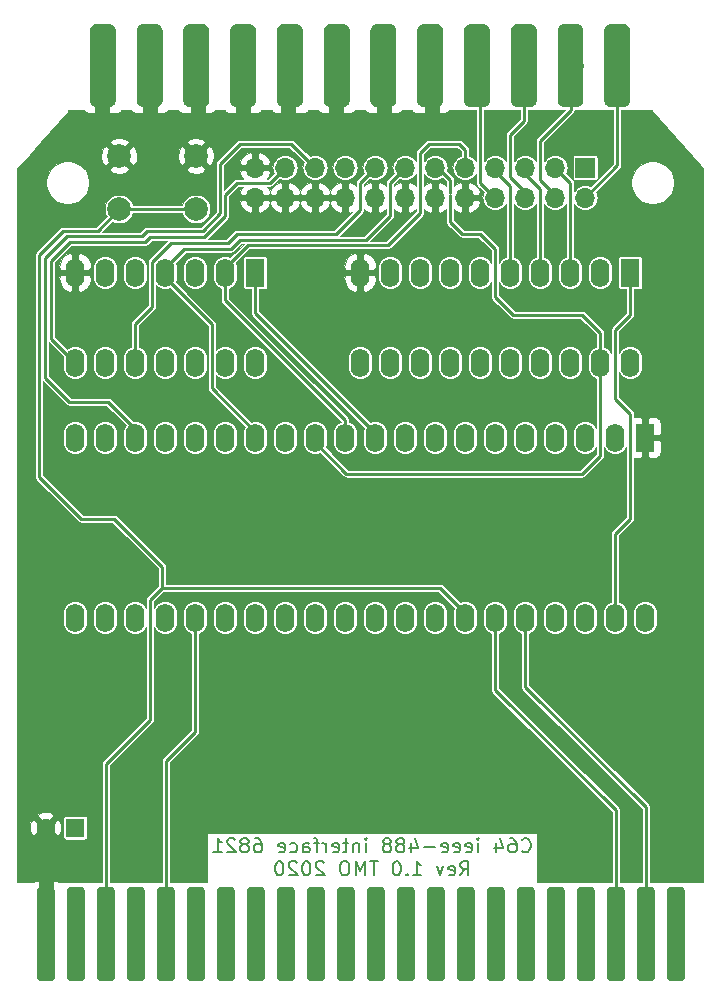
<source format=gbl>
G04 #@! TF.GenerationSoftware,KiCad,Pcbnew,(5.0.1-3-g963ef8bb5)*
G04 #@! TF.CreationDate,2020-03-26T19:19:19+01:00*
G04 #@! TF.ProjectId,C64_ieee488_interface_6821,4336345F696565653438385F696E7465,1.0*
G04 #@! TF.SameCoordinates,Original*
G04 #@! TF.FileFunction,Copper,L2,Bot,Signal*
G04 #@! TF.FilePolarity,Positive*
%FSLAX46Y46*%
G04 Gerber Fmt 4.6, Leading zero omitted, Abs format (unit mm)*
G04 Created by KiCad (PCBNEW (5.0.1-3-g963ef8bb5)) date Donnerstag, 26. März 2020 um 19:19:19*
%MOMM*%
%LPD*%
G01*
G04 APERTURE LIST*
G04 #@! TA.AperFunction,NonConductor*
%ADD10C,0.150000*%
G04 #@! TD*
G04 #@! TA.AperFunction,Conductor*
%ADD11C,0.100000*%
G04 #@! TD*
G04 #@! TA.AperFunction,Conductor*
%ADD12C,1.524000*%
G04 #@! TD*
G04 #@! TA.AperFunction,Conductor*
%ADD13C,2.200000*%
G04 #@! TD*
G04 #@! TA.AperFunction,ComponentPad*
%ADD14C,1.998980*%
G04 #@! TD*
G04 #@! TA.AperFunction,ComponentPad*
%ADD15O,1.600000X2.400000*%
G04 #@! TD*
G04 #@! TA.AperFunction,ComponentPad*
%ADD16R,1.600000X2.400000*%
G04 #@! TD*
G04 #@! TA.AperFunction,ComponentPad*
%ADD17C,1.600000*%
G04 #@! TD*
G04 #@! TA.AperFunction,ComponentPad*
%ADD18R,1.600000X1.600000*%
G04 #@! TD*
G04 #@! TA.AperFunction,ComponentPad*
%ADD19O,1.700000X1.700000*%
G04 #@! TD*
G04 #@! TA.AperFunction,ComponentPad*
%ADD20R,1.700000X1.700000*%
G04 #@! TD*
G04 #@! TA.AperFunction,ViaPad*
%ADD21C,0.600000*%
G04 #@! TD*
G04 #@! TA.AperFunction,ViaPad*
%ADD22C,0.800000*%
G04 #@! TD*
G04 #@! TA.AperFunction,Conductor*
%ADD23C,1.270000*%
G04 #@! TD*
G04 #@! TA.AperFunction,Conductor*
%ADD24C,0.635000*%
G04 #@! TD*
G04 #@! TA.AperFunction,Conductor*
%ADD25C,0.254000*%
G04 #@! TD*
G04 #@! TA.AperFunction,Conductor*
%ADD26C,0.025400*%
G04 #@! TD*
G04 APERTURE END LIST*
D10*
X102601714Y-117563571D02*
X102658857Y-117620714D01*
X102830285Y-117677857D01*
X102944571Y-117677857D01*
X103116000Y-117620714D01*
X103230285Y-117506428D01*
X103287428Y-117392142D01*
X103344571Y-117163571D01*
X103344571Y-116992142D01*
X103287428Y-116763571D01*
X103230285Y-116649285D01*
X103116000Y-116535000D01*
X102944571Y-116477857D01*
X102830285Y-116477857D01*
X102658857Y-116535000D01*
X102601714Y-116592142D01*
X101573142Y-116477857D02*
X101801714Y-116477857D01*
X101916000Y-116535000D01*
X101973142Y-116592142D01*
X102087428Y-116763571D01*
X102144571Y-116992142D01*
X102144571Y-117449285D01*
X102087428Y-117563571D01*
X102030285Y-117620714D01*
X101916000Y-117677857D01*
X101687428Y-117677857D01*
X101573142Y-117620714D01*
X101516000Y-117563571D01*
X101458857Y-117449285D01*
X101458857Y-117163571D01*
X101516000Y-117049285D01*
X101573142Y-116992142D01*
X101687428Y-116935000D01*
X101916000Y-116935000D01*
X102030285Y-116992142D01*
X102087428Y-117049285D01*
X102144571Y-117163571D01*
X100430285Y-116877857D02*
X100430285Y-117677857D01*
X100716000Y-116420714D02*
X101001714Y-117277857D01*
X100258857Y-117277857D01*
X98887428Y-117677857D02*
X98887428Y-116877857D01*
X98887428Y-116477857D02*
X98944571Y-116535000D01*
X98887428Y-116592142D01*
X98830285Y-116535000D01*
X98887428Y-116477857D01*
X98887428Y-116592142D01*
X97858857Y-117620714D02*
X97973142Y-117677857D01*
X98201714Y-117677857D01*
X98316000Y-117620714D01*
X98373142Y-117506428D01*
X98373142Y-117049285D01*
X98316000Y-116935000D01*
X98201714Y-116877857D01*
X97973142Y-116877857D01*
X97858857Y-116935000D01*
X97801714Y-117049285D01*
X97801714Y-117163571D01*
X98373142Y-117277857D01*
X96830285Y-117620714D02*
X96944571Y-117677857D01*
X97173142Y-117677857D01*
X97287428Y-117620714D01*
X97344571Y-117506428D01*
X97344571Y-117049285D01*
X97287428Y-116935000D01*
X97173142Y-116877857D01*
X96944571Y-116877857D01*
X96830285Y-116935000D01*
X96773142Y-117049285D01*
X96773142Y-117163571D01*
X97344571Y-117277857D01*
X95801714Y-117620714D02*
X95916000Y-117677857D01*
X96144571Y-117677857D01*
X96258857Y-117620714D01*
X96316000Y-117506428D01*
X96316000Y-117049285D01*
X96258857Y-116935000D01*
X96144571Y-116877857D01*
X95916000Y-116877857D01*
X95801714Y-116935000D01*
X95744571Y-117049285D01*
X95744571Y-117163571D01*
X96316000Y-117277857D01*
X95230285Y-117220714D02*
X94316000Y-117220714D01*
X93230285Y-116877857D02*
X93230285Y-117677857D01*
X93516000Y-116420714D02*
X93801714Y-117277857D01*
X93058857Y-117277857D01*
X92430285Y-116992142D02*
X92544571Y-116935000D01*
X92601714Y-116877857D01*
X92658857Y-116763571D01*
X92658857Y-116706428D01*
X92601714Y-116592142D01*
X92544571Y-116535000D01*
X92430285Y-116477857D01*
X92201714Y-116477857D01*
X92087428Y-116535000D01*
X92030285Y-116592142D01*
X91973142Y-116706428D01*
X91973142Y-116763571D01*
X92030285Y-116877857D01*
X92087428Y-116935000D01*
X92201714Y-116992142D01*
X92430285Y-116992142D01*
X92544571Y-117049285D01*
X92601714Y-117106428D01*
X92658857Y-117220714D01*
X92658857Y-117449285D01*
X92601714Y-117563571D01*
X92544571Y-117620714D01*
X92430285Y-117677857D01*
X92201714Y-117677857D01*
X92087428Y-117620714D01*
X92030285Y-117563571D01*
X91973142Y-117449285D01*
X91973142Y-117220714D01*
X92030285Y-117106428D01*
X92087428Y-117049285D01*
X92201714Y-116992142D01*
X91287428Y-116992142D02*
X91401714Y-116935000D01*
X91458857Y-116877857D01*
X91516000Y-116763571D01*
X91516000Y-116706428D01*
X91458857Y-116592142D01*
X91401714Y-116535000D01*
X91287428Y-116477857D01*
X91058857Y-116477857D01*
X90944571Y-116535000D01*
X90887428Y-116592142D01*
X90830285Y-116706428D01*
X90830285Y-116763571D01*
X90887428Y-116877857D01*
X90944571Y-116935000D01*
X91058857Y-116992142D01*
X91287428Y-116992142D01*
X91401714Y-117049285D01*
X91458857Y-117106428D01*
X91516000Y-117220714D01*
X91516000Y-117449285D01*
X91458857Y-117563571D01*
X91401714Y-117620714D01*
X91287428Y-117677857D01*
X91058857Y-117677857D01*
X90944571Y-117620714D01*
X90887428Y-117563571D01*
X90830285Y-117449285D01*
X90830285Y-117220714D01*
X90887428Y-117106428D01*
X90944571Y-117049285D01*
X91058857Y-116992142D01*
X89401714Y-117677857D02*
X89401714Y-116877857D01*
X89401714Y-116477857D02*
X89458857Y-116535000D01*
X89401714Y-116592142D01*
X89344571Y-116535000D01*
X89401714Y-116477857D01*
X89401714Y-116592142D01*
X88830285Y-116877857D02*
X88830285Y-117677857D01*
X88830285Y-116992142D02*
X88773142Y-116935000D01*
X88658857Y-116877857D01*
X88487428Y-116877857D01*
X88373142Y-116935000D01*
X88316000Y-117049285D01*
X88316000Y-117677857D01*
X87916000Y-116877857D02*
X87458857Y-116877857D01*
X87744571Y-116477857D02*
X87744571Y-117506428D01*
X87687428Y-117620714D01*
X87573142Y-117677857D01*
X87458857Y-117677857D01*
X86601714Y-117620714D02*
X86716000Y-117677857D01*
X86944571Y-117677857D01*
X87058857Y-117620714D01*
X87116000Y-117506428D01*
X87116000Y-117049285D01*
X87058857Y-116935000D01*
X86944571Y-116877857D01*
X86716000Y-116877857D01*
X86601714Y-116935000D01*
X86544571Y-117049285D01*
X86544571Y-117163571D01*
X87116000Y-117277857D01*
X86030285Y-117677857D02*
X86030285Y-116877857D01*
X86030285Y-117106428D02*
X85973142Y-116992142D01*
X85916000Y-116935000D01*
X85801714Y-116877857D01*
X85687428Y-116877857D01*
X85458857Y-116877857D02*
X85001714Y-116877857D01*
X85287428Y-117677857D02*
X85287428Y-116649285D01*
X85230285Y-116535000D01*
X85116000Y-116477857D01*
X85001714Y-116477857D01*
X84087428Y-117677857D02*
X84087428Y-117049285D01*
X84144571Y-116935000D01*
X84258857Y-116877857D01*
X84487428Y-116877857D01*
X84601714Y-116935000D01*
X84087428Y-117620714D02*
X84201714Y-117677857D01*
X84487428Y-117677857D01*
X84601714Y-117620714D01*
X84658857Y-117506428D01*
X84658857Y-117392142D01*
X84601714Y-117277857D01*
X84487428Y-117220714D01*
X84201714Y-117220714D01*
X84087428Y-117163571D01*
X83001714Y-117620714D02*
X83116000Y-117677857D01*
X83344571Y-117677857D01*
X83458857Y-117620714D01*
X83516000Y-117563571D01*
X83573142Y-117449285D01*
X83573142Y-117106428D01*
X83516000Y-116992142D01*
X83458857Y-116935000D01*
X83344571Y-116877857D01*
X83116000Y-116877857D01*
X83001714Y-116935000D01*
X82030285Y-117620714D02*
X82144571Y-117677857D01*
X82373142Y-117677857D01*
X82487428Y-117620714D01*
X82544571Y-117506428D01*
X82544571Y-117049285D01*
X82487428Y-116935000D01*
X82373142Y-116877857D01*
X82144571Y-116877857D01*
X82030285Y-116935000D01*
X81973142Y-117049285D01*
X81973142Y-117163571D01*
X82544571Y-117277857D01*
X80030285Y-116477857D02*
X80258857Y-116477857D01*
X80373142Y-116535000D01*
X80430285Y-116592142D01*
X80544571Y-116763571D01*
X80601714Y-116992142D01*
X80601714Y-117449285D01*
X80544571Y-117563571D01*
X80487428Y-117620714D01*
X80373142Y-117677857D01*
X80144571Y-117677857D01*
X80030285Y-117620714D01*
X79973142Y-117563571D01*
X79916000Y-117449285D01*
X79916000Y-117163571D01*
X79973142Y-117049285D01*
X80030285Y-116992142D01*
X80144571Y-116935000D01*
X80373142Y-116935000D01*
X80487428Y-116992142D01*
X80544571Y-117049285D01*
X80601714Y-117163571D01*
X79230285Y-116992142D02*
X79344571Y-116935000D01*
X79401714Y-116877857D01*
X79458857Y-116763571D01*
X79458857Y-116706428D01*
X79401714Y-116592142D01*
X79344571Y-116535000D01*
X79230285Y-116477857D01*
X79001714Y-116477857D01*
X78887428Y-116535000D01*
X78830285Y-116592142D01*
X78773142Y-116706428D01*
X78773142Y-116763571D01*
X78830285Y-116877857D01*
X78887428Y-116935000D01*
X79001714Y-116992142D01*
X79230285Y-116992142D01*
X79344571Y-117049285D01*
X79401714Y-117106428D01*
X79458857Y-117220714D01*
X79458857Y-117449285D01*
X79401714Y-117563571D01*
X79344571Y-117620714D01*
X79230285Y-117677857D01*
X79001714Y-117677857D01*
X78887428Y-117620714D01*
X78830285Y-117563571D01*
X78773142Y-117449285D01*
X78773142Y-117220714D01*
X78830285Y-117106428D01*
X78887428Y-117049285D01*
X79001714Y-116992142D01*
X78316000Y-116592142D02*
X78258857Y-116535000D01*
X78144571Y-116477857D01*
X77858857Y-116477857D01*
X77744571Y-116535000D01*
X77687428Y-116592142D01*
X77630285Y-116706428D01*
X77630285Y-116820714D01*
X77687428Y-116992142D01*
X78373142Y-117677857D01*
X77630285Y-117677857D01*
X76487428Y-117677857D02*
X77173142Y-117677857D01*
X76830285Y-117677857D02*
X76830285Y-116477857D01*
X76944571Y-116649285D01*
X77058857Y-116763571D01*
X77173142Y-116820714D01*
X97373142Y-119627857D02*
X97773142Y-119056428D01*
X98058857Y-119627857D02*
X98058857Y-118427857D01*
X97601714Y-118427857D01*
X97487428Y-118485000D01*
X97430285Y-118542142D01*
X97373142Y-118656428D01*
X97373142Y-118827857D01*
X97430285Y-118942142D01*
X97487428Y-118999285D01*
X97601714Y-119056428D01*
X98058857Y-119056428D01*
X96401714Y-119570714D02*
X96516000Y-119627857D01*
X96744571Y-119627857D01*
X96858857Y-119570714D01*
X96916000Y-119456428D01*
X96916000Y-118999285D01*
X96858857Y-118885000D01*
X96744571Y-118827857D01*
X96516000Y-118827857D01*
X96401714Y-118885000D01*
X96344571Y-118999285D01*
X96344571Y-119113571D01*
X96916000Y-119227857D01*
X95944571Y-118827857D02*
X95658857Y-119627857D01*
X95373142Y-118827857D01*
X93373142Y-119627857D02*
X94058857Y-119627857D01*
X93716000Y-119627857D02*
X93716000Y-118427857D01*
X93830285Y-118599285D01*
X93944571Y-118713571D01*
X94058857Y-118770714D01*
X92858857Y-119513571D02*
X92801714Y-119570714D01*
X92858857Y-119627857D01*
X92916000Y-119570714D01*
X92858857Y-119513571D01*
X92858857Y-119627857D01*
X92058857Y-118427857D02*
X91944571Y-118427857D01*
X91830285Y-118485000D01*
X91773142Y-118542142D01*
X91716000Y-118656428D01*
X91658857Y-118885000D01*
X91658857Y-119170714D01*
X91716000Y-119399285D01*
X91773142Y-119513571D01*
X91830285Y-119570714D01*
X91944571Y-119627857D01*
X92058857Y-119627857D01*
X92173142Y-119570714D01*
X92230285Y-119513571D01*
X92287428Y-119399285D01*
X92344571Y-119170714D01*
X92344571Y-118885000D01*
X92287428Y-118656428D01*
X92230285Y-118542142D01*
X92173142Y-118485000D01*
X92058857Y-118427857D01*
X90401714Y-118427857D02*
X89716000Y-118427857D01*
X90058857Y-119627857D02*
X90058857Y-118427857D01*
X89316000Y-119627857D02*
X89316000Y-118427857D01*
X88916000Y-119285000D01*
X88516000Y-118427857D01*
X88516000Y-119627857D01*
X87716000Y-118427857D02*
X87487428Y-118427857D01*
X87373142Y-118485000D01*
X87258857Y-118599285D01*
X87201714Y-118827857D01*
X87201714Y-119227857D01*
X87258857Y-119456428D01*
X87373142Y-119570714D01*
X87487428Y-119627857D01*
X87716000Y-119627857D01*
X87830285Y-119570714D01*
X87944571Y-119456428D01*
X88001714Y-119227857D01*
X88001714Y-118827857D01*
X87944571Y-118599285D01*
X87830285Y-118485000D01*
X87716000Y-118427857D01*
X85830285Y-118542142D02*
X85773142Y-118485000D01*
X85658857Y-118427857D01*
X85373142Y-118427857D01*
X85258857Y-118485000D01*
X85201714Y-118542142D01*
X85144571Y-118656428D01*
X85144571Y-118770714D01*
X85201714Y-118942142D01*
X85887428Y-119627857D01*
X85144571Y-119627857D01*
X84401714Y-118427857D02*
X84287428Y-118427857D01*
X84173142Y-118485000D01*
X84116000Y-118542142D01*
X84058857Y-118656428D01*
X84001714Y-118885000D01*
X84001714Y-119170714D01*
X84058857Y-119399285D01*
X84116000Y-119513571D01*
X84173142Y-119570714D01*
X84287428Y-119627857D01*
X84401714Y-119627857D01*
X84516000Y-119570714D01*
X84573142Y-119513571D01*
X84630285Y-119399285D01*
X84687428Y-119170714D01*
X84687428Y-118885000D01*
X84630285Y-118656428D01*
X84573142Y-118542142D01*
X84516000Y-118485000D01*
X84401714Y-118427857D01*
X83544571Y-118542142D02*
X83487428Y-118485000D01*
X83373142Y-118427857D01*
X83087428Y-118427857D01*
X82973142Y-118485000D01*
X82916000Y-118542142D01*
X82858857Y-118656428D01*
X82858857Y-118770714D01*
X82916000Y-118942142D01*
X83601714Y-119627857D01*
X82858857Y-119627857D01*
X82116000Y-118427857D02*
X82001714Y-118427857D01*
X81887428Y-118485000D01*
X81830285Y-118542142D01*
X81773142Y-118656428D01*
X81716000Y-118885000D01*
X81716000Y-119170714D01*
X81773142Y-119399285D01*
X81830285Y-119513571D01*
X81887428Y-119570714D01*
X82001714Y-119627857D01*
X82116000Y-119627857D01*
X82230285Y-119570714D01*
X82287428Y-119513571D01*
X82344571Y-119399285D01*
X82401714Y-119170714D01*
X82401714Y-118885000D01*
X82344571Y-118656428D01*
X82287428Y-118542142D01*
X82230285Y-118485000D01*
X82116000Y-118427857D01*
D11*
G04 #@! TO.N,N/C*
G04 #@! TO.C,J1*
G36*
X90658345Y-120601835D02*
X90695329Y-120607321D01*
X90731598Y-120616406D01*
X90766802Y-120629002D01*
X90800602Y-120644988D01*
X90832672Y-120664210D01*
X90862704Y-120686483D01*
X90890408Y-120711592D01*
X90915517Y-120739296D01*
X90937790Y-120769328D01*
X90957012Y-120801398D01*
X90972998Y-120835198D01*
X90985594Y-120870402D01*
X90994679Y-120906671D01*
X91000165Y-120943655D01*
X91002000Y-120981000D01*
X91002000Y-128219000D01*
X91000165Y-128256345D01*
X90994679Y-128293329D01*
X90985594Y-128329598D01*
X90972998Y-128364802D01*
X90957012Y-128398602D01*
X90937790Y-128430672D01*
X90915517Y-128460704D01*
X90890408Y-128488408D01*
X90862704Y-128513517D01*
X90832672Y-128535790D01*
X90800602Y-128555012D01*
X90766802Y-128570998D01*
X90731598Y-128583594D01*
X90695329Y-128592679D01*
X90658345Y-128598165D01*
X90621000Y-128600000D01*
X89859000Y-128600000D01*
X89821655Y-128598165D01*
X89784671Y-128592679D01*
X89748402Y-128583594D01*
X89713198Y-128570998D01*
X89679398Y-128555012D01*
X89647328Y-128535790D01*
X89617296Y-128513517D01*
X89589592Y-128488408D01*
X89564483Y-128460704D01*
X89542210Y-128430672D01*
X89522988Y-128398602D01*
X89507002Y-128364802D01*
X89494406Y-128329598D01*
X89485321Y-128293329D01*
X89479835Y-128256345D01*
X89478000Y-128219000D01*
X89478000Y-120981000D01*
X89479835Y-120943655D01*
X89485321Y-120906671D01*
X89494406Y-120870402D01*
X89507002Y-120835198D01*
X89522988Y-120801398D01*
X89542210Y-120769328D01*
X89564483Y-120739296D01*
X89589592Y-120711592D01*
X89617296Y-120686483D01*
X89647328Y-120664210D01*
X89679398Y-120644988D01*
X89713198Y-120629002D01*
X89748402Y-120616406D01*
X89784671Y-120607321D01*
X89821655Y-120601835D01*
X89859000Y-120600000D01*
X90621000Y-120600000D01*
X90658345Y-120601835D01*
X90658345Y-120601835D01*
G37*
D12*
X90240000Y-124600000D03*
D11*
G36*
X93198345Y-120601835D02*
X93235329Y-120607321D01*
X93271598Y-120616406D01*
X93306802Y-120629002D01*
X93340602Y-120644988D01*
X93372672Y-120664210D01*
X93402704Y-120686483D01*
X93430408Y-120711592D01*
X93455517Y-120739296D01*
X93477790Y-120769328D01*
X93497012Y-120801398D01*
X93512998Y-120835198D01*
X93525594Y-120870402D01*
X93534679Y-120906671D01*
X93540165Y-120943655D01*
X93542000Y-120981000D01*
X93542000Y-128219000D01*
X93540165Y-128256345D01*
X93534679Y-128293329D01*
X93525594Y-128329598D01*
X93512998Y-128364802D01*
X93497012Y-128398602D01*
X93477790Y-128430672D01*
X93455517Y-128460704D01*
X93430408Y-128488408D01*
X93402704Y-128513517D01*
X93372672Y-128535790D01*
X93340602Y-128555012D01*
X93306802Y-128570998D01*
X93271598Y-128583594D01*
X93235329Y-128592679D01*
X93198345Y-128598165D01*
X93161000Y-128600000D01*
X92399000Y-128600000D01*
X92361655Y-128598165D01*
X92324671Y-128592679D01*
X92288402Y-128583594D01*
X92253198Y-128570998D01*
X92219398Y-128555012D01*
X92187328Y-128535790D01*
X92157296Y-128513517D01*
X92129592Y-128488408D01*
X92104483Y-128460704D01*
X92082210Y-128430672D01*
X92062988Y-128398602D01*
X92047002Y-128364802D01*
X92034406Y-128329598D01*
X92025321Y-128293329D01*
X92019835Y-128256345D01*
X92018000Y-128219000D01*
X92018000Y-120981000D01*
X92019835Y-120943655D01*
X92025321Y-120906671D01*
X92034406Y-120870402D01*
X92047002Y-120835198D01*
X92062988Y-120801398D01*
X92082210Y-120769328D01*
X92104483Y-120739296D01*
X92129592Y-120711592D01*
X92157296Y-120686483D01*
X92187328Y-120664210D01*
X92219398Y-120644988D01*
X92253198Y-120629002D01*
X92288402Y-120616406D01*
X92324671Y-120607321D01*
X92361655Y-120601835D01*
X92399000Y-120600000D01*
X93161000Y-120600000D01*
X93198345Y-120601835D01*
X93198345Y-120601835D01*
G37*
D12*
X92780000Y-124600000D03*
D11*
G36*
X100818345Y-120601835D02*
X100855329Y-120607321D01*
X100891598Y-120616406D01*
X100926802Y-120629002D01*
X100960602Y-120644988D01*
X100992672Y-120664210D01*
X101022704Y-120686483D01*
X101050408Y-120711592D01*
X101075517Y-120739296D01*
X101097790Y-120769328D01*
X101117012Y-120801398D01*
X101132998Y-120835198D01*
X101145594Y-120870402D01*
X101154679Y-120906671D01*
X101160165Y-120943655D01*
X101162000Y-120981000D01*
X101162000Y-128219000D01*
X101160165Y-128256345D01*
X101154679Y-128293329D01*
X101145594Y-128329598D01*
X101132998Y-128364802D01*
X101117012Y-128398602D01*
X101097790Y-128430672D01*
X101075517Y-128460704D01*
X101050408Y-128488408D01*
X101022704Y-128513517D01*
X100992672Y-128535790D01*
X100960602Y-128555012D01*
X100926802Y-128570998D01*
X100891598Y-128583594D01*
X100855329Y-128592679D01*
X100818345Y-128598165D01*
X100781000Y-128600000D01*
X100019000Y-128600000D01*
X99981655Y-128598165D01*
X99944671Y-128592679D01*
X99908402Y-128583594D01*
X99873198Y-128570998D01*
X99839398Y-128555012D01*
X99807328Y-128535790D01*
X99777296Y-128513517D01*
X99749592Y-128488408D01*
X99724483Y-128460704D01*
X99702210Y-128430672D01*
X99682988Y-128398602D01*
X99667002Y-128364802D01*
X99654406Y-128329598D01*
X99645321Y-128293329D01*
X99639835Y-128256345D01*
X99638000Y-128219000D01*
X99638000Y-120981000D01*
X99639835Y-120943655D01*
X99645321Y-120906671D01*
X99654406Y-120870402D01*
X99667002Y-120835198D01*
X99682988Y-120801398D01*
X99702210Y-120769328D01*
X99724483Y-120739296D01*
X99749592Y-120711592D01*
X99777296Y-120686483D01*
X99807328Y-120664210D01*
X99839398Y-120644988D01*
X99873198Y-120629002D01*
X99908402Y-120616406D01*
X99944671Y-120607321D01*
X99981655Y-120601835D01*
X100019000Y-120600000D01*
X100781000Y-120600000D01*
X100818345Y-120601835D01*
X100818345Y-120601835D01*
G37*
D12*
X100400000Y-124600000D03*
D11*
G36*
X98278345Y-120601835D02*
X98315329Y-120607321D01*
X98351598Y-120616406D01*
X98386802Y-120629002D01*
X98420602Y-120644988D01*
X98452672Y-120664210D01*
X98482704Y-120686483D01*
X98510408Y-120711592D01*
X98535517Y-120739296D01*
X98557790Y-120769328D01*
X98577012Y-120801398D01*
X98592998Y-120835198D01*
X98605594Y-120870402D01*
X98614679Y-120906671D01*
X98620165Y-120943655D01*
X98622000Y-120981000D01*
X98622000Y-128219000D01*
X98620165Y-128256345D01*
X98614679Y-128293329D01*
X98605594Y-128329598D01*
X98592998Y-128364802D01*
X98577012Y-128398602D01*
X98557790Y-128430672D01*
X98535517Y-128460704D01*
X98510408Y-128488408D01*
X98482704Y-128513517D01*
X98452672Y-128535790D01*
X98420602Y-128555012D01*
X98386802Y-128570998D01*
X98351598Y-128583594D01*
X98315329Y-128592679D01*
X98278345Y-128598165D01*
X98241000Y-128600000D01*
X97479000Y-128600000D01*
X97441655Y-128598165D01*
X97404671Y-128592679D01*
X97368402Y-128583594D01*
X97333198Y-128570998D01*
X97299398Y-128555012D01*
X97267328Y-128535790D01*
X97237296Y-128513517D01*
X97209592Y-128488408D01*
X97184483Y-128460704D01*
X97162210Y-128430672D01*
X97142988Y-128398602D01*
X97127002Y-128364802D01*
X97114406Y-128329598D01*
X97105321Y-128293329D01*
X97099835Y-128256345D01*
X97098000Y-128219000D01*
X97098000Y-120981000D01*
X97099835Y-120943655D01*
X97105321Y-120906671D01*
X97114406Y-120870402D01*
X97127002Y-120835198D01*
X97142988Y-120801398D01*
X97162210Y-120769328D01*
X97184483Y-120739296D01*
X97209592Y-120711592D01*
X97237296Y-120686483D01*
X97267328Y-120664210D01*
X97299398Y-120644988D01*
X97333198Y-120629002D01*
X97368402Y-120616406D01*
X97404671Y-120607321D01*
X97441655Y-120601835D01*
X97479000Y-120600000D01*
X98241000Y-120600000D01*
X98278345Y-120601835D01*
X98278345Y-120601835D01*
G37*
D12*
X97860000Y-124600000D03*
D11*
G36*
X95738345Y-120601835D02*
X95775329Y-120607321D01*
X95811598Y-120616406D01*
X95846802Y-120629002D01*
X95880602Y-120644988D01*
X95912672Y-120664210D01*
X95942704Y-120686483D01*
X95970408Y-120711592D01*
X95995517Y-120739296D01*
X96017790Y-120769328D01*
X96037012Y-120801398D01*
X96052998Y-120835198D01*
X96065594Y-120870402D01*
X96074679Y-120906671D01*
X96080165Y-120943655D01*
X96082000Y-120981000D01*
X96082000Y-128219000D01*
X96080165Y-128256345D01*
X96074679Y-128293329D01*
X96065594Y-128329598D01*
X96052998Y-128364802D01*
X96037012Y-128398602D01*
X96017790Y-128430672D01*
X95995517Y-128460704D01*
X95970408Y-128488408D01*
X95942704Y-128513517D01*
X95912672Y-128535790D01*
X95880602Y-128555012D01*
X95846802Y-128570998D01*
X95811598Y-128583594D01*
X95775329Y-128592679D01*
X95738345Y-128598165D01*
X95701000Y-128600000D01*
X94939000Y-128600000D01*
X94901655Y-128598165D01*
X94864671Y-128592679D01*
X94828402Y-128583594D01*
X94793198Y-128570998D01*
X94759398Y-128555012D01*
X94727328Y-128535790D01*
X94697296Y-128513517D01*
X94669592Y-128488408D01*
X94644483Y-128460704D01*
X94622210Y-128430672D01*
X94602988Y-128398602D01*
X94587002Y-128364802D01*
X94574406Y-128329598D01*
X94565321Y-128293329D01*
X94559835Y-128256345D01*
X94558000Y-128219000D01*
X94558000Y-120981000D01*
X94559835Y-120943655D01*
X94565321Y-120906671D01*
X94574406Y-120870402D01*
X94587002Y-120835198D01*
X94602988Y-120801398D01*
X94622210Y-120769328D01*
X94644483Y-120739296D01*
X94669592Y-120711592D01*
X94697296Y-120686483D01*
X94727328Y-120664210D01*
X94759398Y-120644988D01*
X94793198Y-120629002D01*
X94828402Y-120616406D01*
X94864671Y-120607321D01*
X94901655Y-120601835D01*
X94939000Y-120600000D01*
X95701000Y-120600000D01*
X95738345Y-120601835D01*
X95738345Y-120601835D01*
G37*
D12*
X95320000Y-124600000D03*
D11*
G36*
X116058345Y-120601835D02*
X116095329Y-120607321D01*
X116131598Y-120616406D01*
X116166802Y-120629002D01*
X116200602Y-120644988D01*
X116232672Y-120664210D01*
X116262704Y-120686483D01*
X116290408Y-120711592D01*
X116315517Y-120739296D01*
X116337790Y-120769328D01*
X116357012Y-120801398D01*
X116372998Y-120835198D01*
X116385594Y-120870402D01*
X116394679Y-120906671D01*
X116400165Y-120943655D01*
X116402000Y-120981000D01*
X116402000Y-128219000D01*
X116400165Y-128256345D01*
X116394679Y-128293329D01*
X116385594Y-128329598D01*
X116372998Y-128364802D01*
X116357012Y-128398602D01*
X116337790Y-128430672D01*
X116315517Y-128460704D01*
X116290408Y-128488408D01*
X116262704Y-128513517D01*
X116232672Y-128535790D01*
X116200602Y-128555012D01*
X116166802Y-128570998D01*
X116131598Y-128583594D01*
X116095329Y-128592679D01*
X116058345Y-128598165D01*
X116021000Y-128600000D01*
X115259000Y-128600000D01*
X115221655Y-128598165D01*
X115184671Y-128592679D01*
X115148402Y-128583594D01*
X115113198Y-128570998D01*
X115079398Y-128555012D01*
X115047328Y-128535790D01*
X115017296Y-128513517D01*
X114989592Y-128488408D01*
X114964483Y-128460704D01*
X114942210Y-128430672D01*
X114922988Y-128398602D01*
X114907002Y-128364802D01*
X114894406Y-128329598D01*
X114885321Y-128293329D01*
X114879835Y-128256345D01*
X114878000Y-128219000D01*
X114878000Y-120981000D01*
X114879835Y-120943655D01*
X114885321Y-120906671D01*
X114894406Y-120870402D01*
X114907002Y-120835198D01*
X114922988Y-120801398D01*
X114942210Y-120769328D01*
X114964483Y-120739296D01*
X114989592Y-120711592D01*
X115017296Y-120686483D01*
X115047328Y-120664210D01*
X115079398Y-120644988D01*
X115113198Y-120629002D01*
X115148402Y-120616406D01*
X115184671Y-120607321D01*
X115221655Y-120601835D01*
X115259000Y-120600000D01*
X116021000Y-120600000D01*
X116058345Y-120601835D01*
X116058345Y-120601835D01*
G37*
D12*
X115640000Y-124600000D03*
D11*
G04 #@! TO.N,A0*
G36*
X113518345Y-120601835D02*
X113555329Y-120607321D01*
X113591598Y-120616406D01*
X113626802Y-120629002D01*
X113660602Y-120644988D01*
X113692672Y-120664210D01*
X113722704Y-120686483D01*
X113750408Y-120711592D01*
X113775517Y-120739296D01*
X113797790Y-120769328D01*
X113817012Y-120801398D01*
X113832998Y-120835198D01*
X113845594Y-120870402D01*
X113854679Y-120906671D01*
X113860165Y-120943655D01*
X113862000Y-120981000D01*
X113862000Y-128219000D01*
X113860165Y-128256345D01*
X113854679Y-128293329D01*
X113845594Y-128329598D01*
X113832998Y-128364802D01*
X113817012Y-128398602D01*
X113797790Y-128430672D01*
X113775517Y-128460704D01*
X113750408Y-128488408D01*
X113722704Y-128513517D01*
X113692672Y-128535790D01*
X113660602Y-128555012D01*
X113626802Y-128570998D01*
X113591598Y-128583594D01*
X113555329Y-128592679D01*
X113518345Y-128598165D01*
X113481000Y-128600000D01*
X112719000Y-128600000D01*
X112681655Y-128598165D01*
X112644671Y-128592679D01*
X112608402Y-128583594D01*
X112573198Y-128570998D01*
X112539398Y-128555012D01*
X112507328Y-128535790D01*
X112477296Y-128513517D01*
X112449592Y-128488408D01*
X112424483Y-128460704D01*
X112402210Y-128430672D01*
X112382988Y-128398602D01*
X112367002Y-128364802D01*
X112354406Y-128329598D01*
X112345321Y-128293329D01*
X112339835Y-128256345D01*
X112338000Y-128219000D01*
X112338000Y-120981000D01*
X112339835Y-120943655D01*
X112345321Y-120906671D01*
X112354406Y-120870402D01*
X112367002Y-120835198D01*
X112382988Y-120801398D01*
X112402210Y-120769328D01*
X112424483Y-120739296D01*
X112449592Y-120711592D01*
X112477296Y-120686483D01*
X112507328Y-120664210D01*
X112539398Y-120644988D01*
X112573198Y-120629002D01*
X112608402Y-120616406D01*
X112644671Y-120607321D01*
X112681655Y-120601835D01*
X112719000Y-120600000D01*
X113481000Y-120600000D01*
X113518345Y-120601835D01*
X113518345Y-120601835D01*
G37*
D12*
X113100000Y-124600000D03*
D11*
G04 #@! TO.N,A1*
G36*
X110978345Y-120601835D02*
X111015329Y-120607321D01*
X111051598Y-120616406D01*
X111086802Y-120629002D01*
X111120602Y-120644988D01*
X111152672Y-120664210D01*
X111182704Y-120686483D01*
X111210408Y-120711592D01*
X111235517Y-120739296D01*
X111257790Y-120769328D01*
X111277012Y-120801398D01*
X111292998Y-120835198D01*
X111305594Y-120870402D01*
X111314679Y-120906671D01*
X111320165Y-120943655D01*
X111322000Y-120981000D01*
X111322000Y-128219000D01*
X111320165Y-128256345D01*
X111314679Y-128293329D01*
X111305594Y-128329598D01*
X111292998Y-128364802D01*
X111277012Y-128398602D01*
X111257790Y-128430672D01*
X111235517Y-128460704D01*
X111210408Y-128488408D01*
X111182704Y-128513517D01*
X111152672Y-128535790D01*
X111120602Y-128555012D01*
X111086802Y-128570998D01*
X111051598Y-128583594D01*
X111015329Y-128592679D01*
X110978345Y-128598165D01*
X110941000Y-128600000D01*
X110179000Y-128600000D01*
X110141655Y-128598165D01*
X110104671Y-128592679D01*
X110068402Y-128583594D01*
X110033198Y-128570998D01*
X109999398Y-128555012D01*
X109967328Y-128535790D01*
X109937296Y-128513517D01*
X109909592Y-128488408D01*
X109884483Y-128460704D01*
X109862210Y-128430672D01*
X109842988Y-128398602D01*
X109827002Y-128364802D01*
X109814406Y-128329598D01*
X109805321Y-128293329D01*
X109799835Y-128256345D01*
X109798000Y-128219000D01*
X109798000Y-120981000D01*
X109799835Y-120943655D01*
X109805321Y-120906671D01*
X109814406Y-120870402D01*
X109827002Y-120835198D01*
X109842988Y-120801398D01*
X109862210Y-120769328D01*
X109884483Y-120739296D01*
X109909592Y-120711592D01*
X109937296Y-120686483D01*
X109967328Y-120664210D01*
X109999398Y-120644988D01*
X110033198Y-120629002D01*
X110068402Y-120616406D01*
X110104671Y-120607321D01*
X110141655Y-120601835D01*
X110179000Y-120600000D01*
X110941000Y-120600000D01*
X110978345Y-120601835D01*
X110978345Y-120601835D01*
G37*
D12*
X110560000Y-124600000D03*
D11*
G04 #@! TO.N,N/C*
G36*
X108438345Y-120601835D02*
X108475329Y-120607321D01*
X108511598Y-120616406D01*
X108546802Y-120629002D01*
X108580602Y-120644988D01*
X108612672Y-120664210D01*
X108642704Y-120686483D01*
X108670408Y-120711592D01*
X108695517Y-120739296D01*
X108717790Y-120769328D01*
X108737012Y-120801398D01*
X108752998Y-120835198D01*
X108765594Y-120870402D01*
X108774679Y-120906671D01*
X108780165Y-120943655D01*
X108782000Y-120981000D01*
X108782000Y-128219000D01*
X108780165Y-128256345D01*
X108774679Y-128293329D01*
X108765594Y-128329598D01*
X108752998Y-128364802D01*
X108737012Y-128398602D01*
X108717790Y-128430672D01*
X108695517Y-128460704D01*
X108670408Y-128488408D01*
X108642704Y-128513517D01*
X108612672Y-128535790D01*
X108580602Y-128555012D01*
X108546802Y-128570998D01*
X108511598Y-128583594D01*
X108475329Y-128592679D01*
X108438345Y-128598165D01*
X108401000Y-128600000D01*
X107639000Y-128600000D01*
X107601655Y-128598165D01*
X107564671Y-128592679D01*
X107528402Y-128583594D01*
X107493198Y-128570998D01*
X107459398Y-128555012D01*
X107427328Y-128535790D01*
X107397296Y-128513517D01*
X107369592Y-128488408D01*
X107344483Y-128460704D01*
X107322210Y-128430672D01*
X107302988Y-128398602D01*
X107287002Y-128364802D01*
X107274406Y-128329598D01*
X107265321Y-128293329D01*
X107259835Y-128256345D01*
X107258000Y-128219000D01*
X107258000Y-120981000D01*
X107259835Y-120943655D01*
X107265321Y-120906671D01*
X107274406Y-120870402D01*
X107287002Y-120835198D01*
X107302988Y-120801398D01*
X107322210Y-120769328D01*
X107344483Y-120739296D01*
X107369592Y-120711592D01*
X107397296Y-120686483D01*
X107427328Y-120664210D01*
X107459398Y-120644988D01*
X107493198Y-120629002D01*
X107528402Y-120616406D01*
X107564671Y-120607321D01*
X107601655Y-120601835D01*
X107639000Y-120600000D01*
X108401000Y-120600000D01*
X108438345Y-120601835D01*
X108438345Y-120601835D01*
G37*
D12*
X108020000Y-124600000D03*
D11*
G36*
X105898345Y-120601835D02*
X105935329Y-120607321D01*
X105971598Y-120616406D01*
X106006802Y-120629002D01*
X106040602Y-120644988D01*
X106072672Y-120664210D01*
X106102704Y-120686483D01*
X106130408Y-120711592D01*
X106155517Y-120739296D01*
X106177790Y-120769328D01*
X106197012Y-120801398D01*
X106212998Y-120835198D01*
X106225594Y-120870402D01*
X106234679Y-120906671D01*
X106240165Y-120943655D01*
X106242000Y-120981000D01*
X106242000Y-128219000D01*
X106240165Y-128256345D01*
X106234679Y-128293329D01*
X106225594Y-128329598D01*
X106212998Y-128364802D01*
X106197012Y-128398602D01*
X106177790Y-128430672D01*
X106155517Y-128460704D01*
X106130408Y-128488408D01*
X106102704Y-128513517D01*
X106072672Y-128535790D01*
X106040602Y-128555012D01*
X106006802Y-128570998D01*
X105971598Y-128583594D01*
X105935329Y-128592679D01*
X105898345Y-128598165D01*
X105861000Y-128600000D01*
X105099000Y-128600000D01*
X105061655Y-128598165D01*
X105024671Y-128592679D01*
X104988402Y-128583594D01*
X104953198Y-128570998D01*
X104919398Y-128555012D01*
X104887328Y-128535790D01*
X104857296Y-128513517D01*
X104829592Y-128488408D01*
X104804483Y-128460704D01*
X104782210Y-128430672D01*
X104762988Y-128398602D01*
X104747002Y-128364802D01*
X104734406Y-128329598D01*
X104725321Y-128293329D01*
X104719835Y-128256345D01*
X104718000Y-128219000D01*
X104718000Y-120981000D01*
X104719835Y-120943655D01*
X104725321Y-120906671D01*
X104734406Y-120870402D01*
X104747002Y-120835198D01*
X104762988Y-120801398D01*
X104782210Y-120769328D01*
X104804483Y-120739296D01*
X104829592Y-120711592D01*
X104857296Y-120686483D01*
X104887328Y-120664210D01*
X104919398Y-120644988D01*
X104953198Y-120629002D01*
X104988402Y-120616406D01*
X105024671Y-120607321D01*
X105061655Y-120601835D01*
X105099000Y-120600000D01*
X105861000Y-120600000D01*
X105898345Y-120601835D01*
X105898345Y-120601835D01*
G37*
D12*
X105480000Y-124600000D03*
D11*
G36*
X103358345Y-120601835D02*
X103395329Y-120607321D01*
X103431598Y-120616406D01*
X103466802Y-120629002D01*
X103500602Y-120644988D01*
X103532672Y-120664210D01*
X103562704Y-120686483D01*
X103590408Y-120711592D01*
X103615517Y-120739296D01*
X103637790Y-120769328D01*
X103657012Y-120801398D01*
X103672998Y-120835198D01*
X103685594Y-120870402D01*
X103694679Y-120906671D01*
X103700165Y-120943655D01*
X103702000Y-120981000D01*
X103702000Y-128219000D01*
X103700165Y-128256345D01*
X103694679Y-128293329D01*
X103685594Y-128329598D01*
X103672998Y-128364802D01*
X103657012Y-128398602D01*
X103637790Y-128430672D01*
X103615517Y-128460704D01*
X103590408Y-128488408D01*
X103562704Y-128513517D01*
X103532672Y-128535790D01*
X103500602Y-128555012D01*
X103466802Y-128570998D01*
X103431598Y-128583594D01*
X103395329Y-128592679D01*
X103358345Y-128598165D01*
X103321000Y-128600000D01*
X102559000Y-128600000D01*
X102521655Y-128598165D01*
X102484671Y-128592679D01*
X102448402Y-128583594D01*
X102413198Y-128570998D01*
X102379398Y-128555012D01*
X102347328Y-128535790D01*
X102317296Y-128513517D01*
X102289592Y-128488408D01*
X102264483Y-128460704D01*
X102242210Y-128430672D01*
X102222988Y-128398602D01*
X102207002Y-128364802D01*
X102194406Y-128329598D01*
X102185321Y-128293329D01*
X102179835Y-128256345D01*
X102178000Y-128219000D01*
X102178000Y-120981000D01*
X102179835Y-120943655D01*
X102185321Y-120906671D01*
X102194406Y-120870402D01*
X102207002Y-120835198D01*
X102222988Y-120801398D01*
X102242210Y-120769328D01*
X102264483Y-120739296D01*
X102289592Y-120711592D01*
X102317296Y-120686483D01*
X102347328Y-120664210D01*
X102379398Y-120644988D01*
X102413198Y-120629002D01*
X102448402Y-120616406D01*
X102484671Y-120607321D01*
X102521655Y-120601835D01*
X102559000Y-120600000D01*
X103321000Y-120600000D01*
X103358345Y-120601835D01*
X103358345Y-120601835D01*
G37*
D12*
X102940000Y-124600000D03*
D11*
G04 #@! TO.N,GND*
G36*
X62718345Y-120601835D02*
X62755329Y-120607321D01*
X62791598Y-120616406D01*
X62826802Y-120629002D01*
X62860602Y-120644988D01*
X62892672Y-120664210D01*
X62922704Y-120686483D01*
X62950408Y-120711592D01*
X62975517Y-120739296D01*
X62997790Y-120769328D01*
X63017012Y-120801398D01*
X63032998Y-120835198D01*
X63045594Y-120870402D01*
X63054679Y-120906671D01*
X63060165Y-120943655D01*
X63062000Y-120981000D01*
X63062000Y-128219000D01*
X63060165Y-128256345D01*
X63054679Y-128293329D01*
X63045594Y-128329598D01*
X63032998Y-128364802D01*
X63017012Y-128398602D01*
X62997790Y-128430672D01*
X62975517Y-128460704D01*
X62950408Y-128488408D01*
X62922704Y-128513517D01*
X62892672Y-128535790D01*
X62860602Y-128555012D01*
X62826802Y-128570998D01*
X62791598Y-128583594D01*
X62755329Y-128592679D01*
X62718345Y-128598165D01*
X62681000Y-128600000D01*
X61919000Y-128600000D01*
X61881655Y-128598165D01*
X61844671Y-128592679D01*
X61808402Y-128583594D01*
X61773198Y-128570998D01*
X61739398Y-128555012D01*
X61707328Y-128535790D01*
X61677296Y-128513517D01*
X61649592Y-128488408D01*
X61624483Y-128460704D01*
X61602210Y-128430672D01*
X61582988Y-128398602D01*
X61567002Y-128364802D01*
X61554406Y-128329598D01*
X61545321Y-128293329D01*
X61539835Y-128256345D01*
X61538000Y-128219000D01*
X61538000Y-120981000D01*
X61539835Y-120943655D01*
X61545321Y-120906671D01*
X61554406Y-120870402D01*
X61567002Y-120835198D01*
X61582988Y-120801398D01*
X61602210Y-120769328D01*
X61624483Y-120739296D01*
X61649592Y-120711592D01*
X61677296Y-120686483D01*
X61707328Y-120664210D01*
X61739398Y-120644988D01*
X61773198Y-120629002D01*
X61808402Y-120616406D01*
X61844671Y-120607321D01*
X61881655Y-120601835D01*
X61919000Y-120600000D01*
X62681000Y-120600000D01*
X62718345Y-120601835D01*
X62718345Y-120601835D01*
G37*
D12*
X62300000Y-124600000D03*
D11*
G04 #@! TO.N,PHI2*
G36*
X72878345Y-120601835D02*
X72915329Y-120607321D01*
X72951598Y-120616406D01*
X72986802Y-120629002D01*
X73020602Y-120644988D01*
X73052672Y-120664210D01*
X73082704Y-120686483D01*
X73110408Y-120711592D01*
X73135517Y-120739296D01*
X73157790Y-120769328D01*
X73177012Y-120801398D01*
X73192998Y-120835198D01*
X73205594Y-120870402D01*
X73214679Y-120906671D01*
X73220165Y-120943655D01*
X73222000Y-120981000D01*
X73222000Y-128219000D01*
X73220165Y-128256345D01*
X73214679Y-128293329D01*
X73205594Y-128329598D01*
X73192998Y-128364802D01*
X73177012Y-128398602D01*
X73157790Y-128430672D01*
X73135517Y-128460704D01*
X73110408Y-128488408D01*
X73082704Y-128513517D01*
X73052672Y-128535790D01*
X73020602Y-128555012D01*
X72986802Y-128570998D01*
X72951598Y-128583594D01*
X72915329Y-128592679D01*
X72878345Y-128598165D01*
X72841000Y-128600000D01*
X72079000Y-128600000D01*
X72041655Y-128598165D01*
X72004671Y-128592679D01*
X71968402Y-128583594D01*
X71933198Y-128570998D01*
X71899398Y-128555012D01*
X71867328Y-128535790D01*
X71837296Y-128513517D01*
X71809592Y-128488408D01*
X71784483Y-128460704D01*
X71762210Y-128430672D01*
X71742988Y-128398602D01*
X71727002Y-128364802D01*
X71714406Y-128329598D01*
X71705321Y-128293329D01*
X71699835Y-128256345D01*
X71698000Y-128219000D01*
X71698000Y-120981000D01*
X71699835Y-120943655D01*
X71705321Y-120906671D01*
X71714406Y-120870402D01*
X71727002Y-120835198D01*
X71742988Y-120801398D01*
X71762210Y-120769328D01*
X71784483Y-120739296D01*
X71809592Y-120711592D01*
X71837296Y-120686483D01*
X71867328Y-120664210D01*
X71899398Y-120644988D01*
X71933198Y-120629002D01*
X71968402Y-120616406D01*
X72004671Y-120607321D01*
X72041655Y-120601835D01*
X72079000Y-120600000D01*
X72841000Y-120600000D01*
X72878345Y-120601835D01*
X72878345Y-120601835D01*
G37*
D12*
X72460000Y-124600000D03*
D11*
G04 #@! TO.N,N/C*
G36*
X70338345Y-120601835D02*
X70375329Y-120607321D01*
X70411598Y-120616406D01*
X70446802Y-120629002D01*
X70480602Y-120644988D01*
X70512672Y-120664210D01*
X70542704Y-120686483D01*
X70570408Y-120711592D01*
X70595517Y-120739296D01*
X70617790Y-120769328D01*
X70637012Y-120801398D01*
X70652998Y-120835198D01*
X70665594Y-120870402D01*
X70674679Y-120906671D01*
X70680165Y-120943655D01*
X70682000Y-120981000D01*
X70682000Y-128219000D01*
X70680165Y-128256345D01*
X70674679Y-128293329D01*
X70665594Y-128329598D01*
X70652998Y-128364802D01*
X70637012Y-128398602D01*
X70617790Y-128430672D01*
X70595517Y-128460704D01*
X70570408Y-128488408D01*
X70542704Y-128513517D01*
X70512672Y-128535790D01*
X70480602Y-128555012D01*
X70446802Y-128570998D01*
X70411598Y-128583594D01*
X70375329Y-128592679D01*
X70338345Y-128598165D01*
X70301000Y-128600000D01*
X69539000Y-128600000D01*
X69501655Y-128598165D01*
X69464671Y-128592679D01*
X69428402Y-128583594D01*
X69393198Y-128570998D01*
X69359398Y-128555012D01*
X69327328Y-128535790D01*
X69297296Y-128513517D01*
X69269592Y-128488408D01*
X69244483Y-128460704D01*
X69222210Y-128430672D01*
X69202988Y-128398602D01*
X69187002Y-128364802D01*
X69174406Y-128329598D01*
X69165321Y-128293329D01*
X69159835Y-128256345D01*
X69158000Y-128219000D01*
X69158000Y-120981000D01*
X69159835Y-120943655D01*
X69165321Y-120906671D01*
X69174406Y-120870402D01*
X69187002Y-120835198D01*
X69202988Y-120801398D01*
X69222210Y-120769328D01*
X69244483Y-120739296D01*
X69269592Y-120711592D01*
X69297296Y-120686483D01*
X69327328Y-120664210D01*
X69359398Y-120644988D01*
X69393198Y-120629002D01*
X69428402Y-120616406D01*
X69464671Y-120607321D01*
X69501655Y-120601835D01*
X69539000Y-120600000D01*
X70301000Y-120600000D01*
X70338345Y-120601835D01*
X70338345Y-120601835D01*
G37*
D12*
X69920000Y-124600000D03*
D11*
G04 #@! TO.N,RESET*
G36*
X67798345Y-120601835D02*
X67835329Y-120607321D01*
X67871598Y-120616406D01*
X67906802Y-120629002D01*
X67940602Y-120644988D01*
X67972672Y-120664210D01*
X68002704Y-120686483D01*
X68030408Y-120711592D01*
X68055517Y-120739296D01*
X68077790Y-120769328D01*
X68097012Y-120801398D01*
X68112998Y-120835198D01*
X68125594Y-120870402D01*
X68134679Y-120906671D01*
X68140165Y-120943655D01*
X68142000Y-120981000D01*
X68142000Y-128219000D01*
X68140165Y-128256345D01*
X68134679Y-128293329D01*
X68125594Y-128329598D01*
X68112998Y-128364802D01*
X68097012Y-128398602D01*
X68077790Y-128430672D01*
X68055517Y-128460704D01*
X68030408Y-128488408D01*
X68002704Y-128513517D01*
X67972672Y-128535790D01*
X67940602Y-128555012D01*
X67906802Y-128570998D01*
X67871598Y-128583594D01*
X67835329Y-128592679D01*
X67798345Y-128598165D01*
X67761000Y-128600000D01*
X66999000Y-128600000D01*
X66961655Y-128598165D01*
X66924671Y-128592679D01*
X66888402Y-128583594D01*
X66853198Y-128570998D01*
X66819398Y-128555012D01*
X66787328Y-128535790D01*
X66757296Y-128513517D01*
X66729592Y-128488408D01*
X66704483Y-128460704D01*
X66682210Y-128430672D01*
X66662988Y-128398602D01*
X66647002Y-128364802D01*
X66634406Y-128329598D01*
X66625321Y-128293329D01*
X66619835Y-128256345D01*
X66618000Y-128219000D01*
X66618000Y-120981000D01*
X66619835Y-120943655D01*
X66625321Y-120906671D01*
X66634406Y-120870402D01*
X66647002Y-120835198D01*
X66662988Y-120801398D01*
X66682210Y-120769328D01*
X66704483Y-120739296D01*
X66729592Y-120711592D01*
X66757296Y-120686483D01*
X66787328Y-120664210D01*
X66819398Y-120644988D01*
X66853198Y-120629002D01*
X66888402Y-120616406D01*
X66924671Y-120607321D01*
X66961655Y-120601835D01*
X66999000Y-120600000D01*
X67761000Y-120600000D01*
X67798345Y-120601835D01*
X67798345Y-120601835D01*
G37*
D12*
X67380000Y-124600000D03*
D11*
G04 #@! TO.N,N/C*
G36*
X65258345Y-120601835D02*
X65295329Y-120607321D01*
X65331598Y-120616406D01*
X65366802Y-120629002D01*
X65400602Y-120644988D01*
X65432672Y-120664210D01*
X65462704Y-120686483D01*
X65490408Y-120711592D01*
X65515517Y-120739296D01*
X65537790Y-120769328D01*
X65557012Y-120801398D01*
X65572998Y-120835198D01*
X65585594Y-120870402D01*
X65594679Y-120906671D01*
X65600165Y-120943655D01*
X65602000Y-120981000D01*
X65602000Y-128219000D01*
X65600165Y-128256345D01*
X65594679Y-128293329D01*
X65585594Y-128329598D01*
X65572998Y-128364802D01*
X65557012Y-128398602D01*
X65537790Y-128430672D01*
X65515517Y-128460704D01*
X65490408Y-128488408D01*
X65462704Y-128513517D01*
X65432672Y-128535790D01*
X65400602Y-128555012D01*
X65366802Y-128570998D01*
X65331598Y-128583594D01*
X65295329Y-128592679D01*
X65258345Y-128598165D01*
X65221000Y-128600000D01*
X64459000Y-128600000D01*
X64421655Y-128598165D01*
X64384671Y-128592679D01*
X64348402Y-128583594D01*
X64313198Y-128570998D01*
X64279398Y-128555012D01*
X64247328Y-128535790D01*
X64217296Y-128513517D01*
X64189592Y-128488408D01*
X64164483Y-128460704D01*
X64142210Y-128430672D01*
X64122988Y-128398602D01*
X64107002Y-128364802D01*
X64094406Y-128329598D01*
X64085321Y-128293329D01*
X64079835Y-128256345D01*
X64078000Y-128219000D01*
X64078000Y-120981000D01*
X64079835Y-120943655D01*
X64085321Y-120906671D01*
X64094406Y-120870402D01*
X64107002Y-120835198D01*
X64122988Y-120801398D01*
X64142210Y-120769328D01*
X64164483Y-120739296D01*
X64189592Y-120711592D01*
X64217296Y-120686483D01*
X64247328Y-120664210D01*
X64279398Y-120644988D01*
X64313198Y-120629002D01*
X64348402Y-120616406D01*
X64384671Y-120607321D01*
X64421655Y-120601835D01*
X64459000Y-120600000D01*
X65221000Y-120600000D01*
X65258345Y-120601835D01*
X65258345Y-120601835D01*
G37*
D12*
X64840000Y-124600000D03*
D11*
G36*
X88118345Y-120601835D02*
X88155329Y-120607321D01*
X88191598Y-120616406D01*
X88226802Y-120629002D01*
X88260602Y-120644988D01*
X88292672Y-120664210D01*
X88322704Y-120686483D01*
X88350408Y-120711592D01*
X88375517Y-120739296D01*
X88397790Y-120769328D01*
X88417012Y-120801398D01*
X88432998Y-120835198D01*
X88445594Y-120870402D01*
X88454679Y-120906671D01*
X88460165Y-120943655D01*
X88462000Y-120981000D01*
X88462000Y-128219000D01*
X88460165Y-128256345D01*
X88454679Y-128293329D01*
X88445594Y-128329598D01*
X88432998Y-128364802D01*
X88417012Y-128398602D01*
X88397790Y-128430672D01*
X88375517Y-128460704D01*
X88350408Y-128488408D01*
X88322704Y-128513517D01*
X88292672Y-128535790D01*
X88260602Y-128555012D01*
X88226802Y-128570998D01*
X88191598Y-128583594D01*
X88155329Y-128592679D01*
X88118345Y-128598165D01*
X88081000Y-128600000D01*
X87319000Y-128600000D01*
X87281655Y-128598165D01*
X87244671Y-128592679D01*
X87208402Y-128583594D01*
X87173198Y-128570998D01*
X87139398Y-128555012D01*
X87107328Y-128535790D01*
X87077296Y-128513517D01*
X87049592Y-128488408D01*
X87024483Y-128460704D01*
X87002210Y-128430672D01*
X86982988Y-128398602D01*
X86967002Y-128364802D01*
X86954406Y-128329598D01*
X86945321Y-128293329D01*
X86939835Y-128256345D01*
X86938000Y-128219000D01*
X86938000Y-120981000D01*
X86939835Y-120943655D01*
X86945321Y-120906671D01*
X86954406Y-120870402D01*
X86967002Y-120835198D01*
X86982988Y-120801398D01*
X87002210Y-120769328D01*
X87024483Y-120739296D01*
X87049592Y-120711592D01*
X87077296Y-120686483D01*
X87107328Y-120664210D01*
X87139398Y-120644988D01*
X87173198Y-120629002D01*
X87208402Y-120616406D01*
X87244671Y-120607321D01*
X87281655Y-120601835D01*
X87319000Y-120600000D01*
X88081000Y-120600000D01*
X88118345Y-120601835D01*
X88118345Y-120601835D01*
G37*
D12*
X87700000Y-124600000D03*
D11*
G36*
X85578345Y-120601835D02*
X85615329Y-120607321D01*
X85651598Y-120616406D01*
X85686802Y-120629002D01*
X85720602Y-120644988D01*
X85752672Y-120664210D01*
X85782704Y-120686483D01*
X85810408Y-120711592D01*
X85835517Y-120739296D01*
X85857790Y-120769328D01*
X85877012Y-120801398D01*
X85892998Y-120835198D01*
X85905594Y-120870402D01*
X85914679Y-120906671D01*
X85920165Y-120943655D01*
X85922000Y-120981000D01*
X85922000Y-128219000D01*
X85920165Y-128256345D01*
X85914679Y-128293329D01*
X85905594Y-128329598D01*
X85892998Y-128364802D01*
X85877012Y-128398602D01*
X85857790Y-128430672D01*
X85835517Y-128460704D01*
X85810408Y-128488408D01*
X85782704Y-128513517D01*
X85752672Y-128535790D01*
X85720602Y-128555012D01*
X85686802Y-128570998D01*
X85651598Y-128583594D01*
X85615329Y-128592679D01*
X85578345Y-128598165D01*
X85541000Y-128600000D01*
X84779000Y-128600000D01*
X84741655Y-128598165D01*
X84704671Y-128592679D01*
X84668402Y-128583594D01*
X84633198Y-128570998D01*
X84599398Y-128555012D01*
X84567328Y-128535790D01*
X84537296Y-128513517D01*
X84509592Y-128488408D01*
X84484483Y-128460704D01*
X84462210Y-128430672D01*
X84442988Y-128398602D01*
X84427002Y-128364802D01*
X84414406Y-128329598D01*
X84405321Y-128293329D01*
X84399835Y-128256345D01*
X84398000Y-128219000D01*
X84398000Y-120981000D01*
X84399835Y-120943655D01*
X84405321Y-120906671D01*
X84414406Y-120870402D01*
X84427002Y-120835198D01*
X84442988Y-120801398D01*
X84462210Y-120769328D01*
X84484483Y-120739296D01*
X84509592Y-120711592D01*
X84537296Y-120686483D01*
X84567328Y-120664210D01*
X84599398Y-120644988D01*
X84633198Y-120629002D01*
X84668402Y-120616406D01*
X84704671Y-120607321D01*
X84741655Y-120601835D01*
X84779000Y-120600000D01*
X85541000Y-120600000D01*
X85578345Y-120601835D01*
X85578345Y-120601835D01*
G37*
D12*
X85160000Y-124600000D03*
D11*
G36*
X83038345Y-120601835D02*
X83075329Y-120607321D01*
X83111598Y-120616406D01*
X83146802Y-120629002D01*
X83180602Y-120644988D01*
X83212672Y-120664210D01*
X83242704Y-120686483D01*
X83270408Y-120711592D01*
X83295517Y-120739296D01*
X83317790Y-120769328D01*
X83337012Y-120801398D01*
X83352998Y-120835198D01*
X83365594Y-120870402D01*
X83374679Y-120906671D01*
X83380165Y-120943655D01*
X83382000Y-120981000D01*
X83382000Y-128219000D01*
X83380165Y-128256345D01*
X83374679Y-128293329D01*
X83365594Y-128329598D01*
X83352998Y-128364802D01*
X83337012Y-128398602D01*
X83317790Y-128430672D01*
X83295517Y-128460704D01*
X83270408Y-128488408D01*
X83242704Y-128513517D01*
X83212672Y-128535790D01*
X83180602Y-128555012D01*
X83146802Y-128570998D01*
X83111598Y-128583594D01*
X83075329Y-128592679D01*
X83038345Y-128598165D01*
X83001000Y-128600000D01*
X82239000Y-128600000D01*
X82201655Y-128598165D01*
X82164671Y-128592679D01*
X82128402Y-128583594D01*
X82093198Y-128570998D01*
X82059398Y-128555012D01*
X82027328Y-128535790D01*
X81997296Y-128513517D01*
X81969592Y-128488408D01*
X81944483Y-128460704D01*
X81922210Y-128430672D01*
X81902988Y-128398602D01*
X81887002Y-128364802D01*
X81874406Y-128329598D01*
X81865321Y-128293329D01*
X81859835Y-128256345D01*
X81858000Y-128219000D01*
X81858000Y-120981000D01*
X81859835Y-120943655D01*
X81865321Y-120906671D01*
X81874406Y-120870402D01*
X81887002Y-120835198D01*
X81902988Y-120801398D01*
X81922210Y-120769328D01*
X81944483Y-120739296D01*
X81969592Y-120711592D01*
X81997296Y-120686483D01*
X82027328Y-120664210D01*
X82059398Y-120644988D01*
X82093198Y-120629002D01*
X82128402Y-120616406D01*
X82164671Y-120607321D01*
X82201655Y-120601835D01*
X82239000Y-120600000D01*
X83001000Y-120600000D01*
X83038345Y-120601835D01*
X83038345Y-120601835D01*
G37*
D12*
X82620000Y-124600000D03*
D11*
G36*
X80498345Y-120601835D02*
X80535329Y-120607321D01*
X80571598Y-120616406D01*
X80606802Y-120629002D01*
X80640602Y-120644988D01*
X80672672Y-120664210D01*
X80702704Y-120686483D01*
X80730408Y-120711592D01*
X80755517Y-120739296D01*
X80777790Y-120769328D01*
X80797012Y-120801398D01*
X80812998Y-120835198D01*
X80825594Y-120870402D01*
X80834679Y-120906671D01*
X80840165Y-120943655D01*
X80842000Y-120981000D01*
X80842000Y-128219000D01*
X80840165Y-128256345D01*
X80834679Y-128293329D01*
X80825594Y-128329598D01*
X80812998Y-128364802D01*
X80797012Y-128398602D01*
X80777790Y-128430672D01*
X80755517Y-128460704D01*
X80730408Y-128488408D01*
X80702704Y-128513517D01*
X80672672Y-128535790D01*
X80640602Y-128555012D01*
X80606802Y-128570998D01*
X80571598Y-128583594D01*
X80535329Y-128592679D01*
X80498345Y-128598165D01*
X80461000Y-128600000D01*
X79699000Y-128600000D01*
X79661655Y-128598165D01*
X79624671Y-128592679D01*
X79588402Y-128583594D01*
X79553198Y-128570998D01*
X79519398Y-128555012D01*
X79487328Y-128535790D01*
X79457296Y-128513517D01*
X79429592Y-128488408D01*
X79404483Y-128460704D01*
X79382210Y-128430672D01*
X79362988Y-128398602D01*
X79347002Y-128364802D01*
X79334406Y-128329598D01*
X79325321Y-128293329D01*
X79319835Y-128256345D01*
X79318000Y-128219000D01*
X79318000Y-120981000D01*
X79319835Y-120943655D01*
X79325321Y-120906671D01*
X79334406Y-120870402D01*
X79347002Y-120835198D01*
X79362988Y-120801398D01*
X79382210Y-120769328D01*
X79404483Y-120739296D01*
X79429592Y-120711592D01*
X79457296Y-120686483D01*
X79487328Y-120664210D01*
X79519398Y-120644988D01*
X79553198Y-120629002D01*
X79588402Y-120616406D01*
X79624671Y-120607321D01*
X79661655Y-120601835D01*
X79699000Y-120600000D01*
X80461000Y-120600000D01*
X80498345Y-120601835D01*
X80498345Y-120601835D01*
G37*
D12*
X80080000Y-124600000D03*
D11*
G36*
X77958345Y-120601835D02*
X77995329Y-120607321D01*
X78031598Y-120616406D01*
X78066802Y-120629002D01*
X78100602Y-120644988D01*
X78132672Y-120664210D01*
X78162704Y-120686483D01*
X78190408Y-120711592D01*
X78215517Y-120739296D01*
X78237790Y-120769328D01*
X78257012Y-120801398D01*
X78272998Y-120835198D01*
X78285594Y-120870402D01*
X78294679Y-120906671D01*
X78300165Y-120943655D01*
X78302000Y-120981000D01*
X78302000Y-128219000D01*
X78300165Y-128256345D01*
X78294679Y-128293329D01*
X78285594Y-128329598D01*
X78272998Y-128364802D01*
X78257012Y-128398602D01*
X78237790Y-128430672D01*
X78215517Y-128460704D01*
X78190408Y-128488408D01*
X78162704Y-128513517D01*
X78132672Y-128535790D01*
X78100602Y-128555012D01*
X78066802Y-128570998D01*
X78031598Y-128583594D01*
X77995329Y-128592679D01*
X77958345Y-128598165D01*
X77921000Y-128600000D01*
X77159000Y-128600000D01*
X77121655Y-128598165D01*
X77084671Y-128592679D01*
X77048402Y-128583594D01*
X77013198Y-128570998D01*
X76979398Y-128555012D01*
X76947328Y-128535790D01*
X76917296Y-128513517D01*
X76889592Y-128488408D01*
X76864483Y-128460704D01*
X76842210Y-128430672D01*
X76822988Y-128398602D01*
X76807002Y-128364802D01*
X76794406Y-128329598D01*
X76785321Y-128293329D01*
X76779835Y-128256345D01*
X76778000Y-128219000D01*
X76778000Y-120981000D01*
X76779835Y-120943655D01*
X76785321Y-120906671D01*
X76794406Y-120870402D01*
X76807002Y-120835198D01*
X76822988Y-120801398D01*
X76842210Y-120769328D01*
X76864483Y-120739296D01*
X76889592Y-120711592D01*
X76917296Y-120686483D01*
X76947328Y-120664210D01*
X76979398Y-120644988D01*
X77013198Y-120629002D01*
X77048402Y-120616406D01*
X77084671Y-120607321D01*
X77121655Y-120601835D01*
X77159000Y-120600000D01*
X77921000Y-120600000D01*
X77958345Y-120601835D01*
X77958345Y-120601835D01*
G37*
D12*
X77540000Y-124600000D03*
D11*
G36*
X75418345Y-120601835D02*
X75455329Y-120607321D01*
X75491598Y-120616406D01*
X75526802Y-120629002D01*
X75560602Y-120644988D01*
X75592672Y-120664210D01*
X75622704Y-120686483D01*
X75650408Y-120711592D01*
X75675517Y-120739296D01*
X75697790Y-120769328D01*
X75717012Y-120801398D01*
X75732998Y-120835198D01*
X75745594Y-120870402D01*
X75754679Y-120906671D01*
X75760165Y-120943655D01*
X75762000Y-120981000D01*
X75762000Y-128219000D01*
X75760165Y-128256345D01*
X75754679Y-128293329D01*
X75745594Y-128329598D01*
X75732998Y-128364802D01*
X75717012Y-128398602D01*
X75697790Y-128430672D01*
X75675517Y-128460704D01*
X75650408Y-128488408D01*
X75622704Y-128513517D01*
X75592672Y-128535790D01*
X75560602Y-128555012D01*
X75526802Y-128570998D01*
X75491598Y-128583594D01*
X75455329Y-128592679D01*
X75418345Y-128598165D01*
X75381000Y-128600000D01*
X74619000Y-128600000D01*
X74581655Y-128598165D01*
X74544671Y-128592679D01*
X74508402Y-128583594D01*
X74473198Y-128570998D01*
X74439398Y-128555012D01*
X74407328Y-128535790D01*
X74377296Y-128513517D01*
X74349592Y-128488408D01*
X74324483Y-128460704D01*
X74302210Y-128430672D01*
X74282988Y-128398602D01*
X74267002Y-128364802D01*
X74254406Y-128329598D01*
X74245321Y-128293329D01*
X74239835Y-128256345D01*
X74238000Y-128219000D01*
X74238000Y-120981000D01*
X74239835Y-120943655D01*
X74245321Y-120906671D01*
X74254406Y-120870402D01*
X74267002Y-120835198D01*
X74282988Y-120801398D01*
X74302210Y-120769328D01*
X74324483Y-120739296D01*
X74349592Y-120711592D01*
X74377296Y-120686483D01*
X74407328Y-120664210D01*
X74439398Y-120644988D01*
X74473198Y-120629002D01*
X74508402Y-120616406D01*
X74544671Y-120607321D01*
X74581655Y-120601835D01*
X74619000Y-120600000D01*
X75381000Y-120600000D01*
X75418345Y-120601835D01*
X75418345Y-120601835D01*
G37*
D12*
X75000000Y-124600000D03*
G04 #@! TD*
D11*
G04 #@! TO.N,GND*
G04 #@! TO.C,J2*
G36*
X67718909Y-47556648D02*
X67772300Y-47564568D01*
X67824657Y-47577683D01*
X67875476Y-47595866D01*
X67924268Y-47618943D01*
X67970564Y-47646692D01*
X68013916Y-47678844D01*
X68053909Y-47715091D01*
X68090156Y-47755084D01*
X68122308Y-47798436D01*
X68150057Y-47844732D01*
X68173134Y-47893524D01*
X68191317Y-47944343D01*
X68204432Y-47996700D01*
X68212352Y-48050091D01*
X68215000Y-48104000D01*
X68215000Y-54004000D01*
X68212352Y-54057909D01*
X68204432Y-54111300D01*
X68191317Y-54163657D01*
X68173134Y-54214476D01*
X68150057Y-54263268D01*
X68122308Y-54309564D01*
X68090156Y-54352916D01*
X68053909Y-54392909D01*
X68013916Y-54429156D01*
X67970564Y-54461308D01*
X67924268Y-54489057D01*
X67875476Y-54512134D01*
X67824657Y-54530317D01*
X67772300Y-54543432D01*
X67718909Y-54551352D01*
X67665000Y-54554000D01*
X66565000Y-54554000D01*
X66511091Y-54551352D01*
X66457700Y-54543432D01*
X66405343Y-54530317D01*
X66354524Y-54512134D01*
X66305732Y-54489057D01*
X66259436Y-54461308D01*
X66216084Y-54429156D01*
X66176091Y-54392909D01*
X66139844Y-54352916D01*
X66107692Y-54309564D01*
X66079943Y-54263268D01*
X66056866Y-54214476D01*
X66038683Y-54163657D01*
X66025568Y-54111300D01*
X66017648Y-54057909D01*
X66015000Y-54004000D01*
X66015000Y-48104000D01*
X66017648Y-48050091D01*
X66025568Y-47996700D01*
X66038683Y-47944343D01*
X66056866Y-47893524D01*
X66079943Y-47844732D01*
X66107692Y-47798436D01*
X66139844Y-47755084D01*
X66176091Y-47715091D01*
X66216084Y-47678844D01*
X66259436Y-47646692D01*
X66305732Y-47618943D01*
X66354524Y-47595866D01*
X66405343Y-47577683D01*
X66457700Y-47564568D01*
X66511091Y-47556648D01*
X66565000Y-47554000D01*
X67665000Y-47554000D01*
X67718909Y-47556648D01*
X67718909Y-47556648D01*
G37*
D13*
X67115000Y-51054000D03*
D11*
G36*
X71678909Y-47556648D02*
X71732300Y-47564568D01*
X71784657Y-47577683D01*
X71835476Y-47595866D01*
X71884268Y-47618943D01*
X71930564Y-47646692D01*
X71973916Y-47678844D01*
X72013909Y-47715091D01*
X72050156Y-47755084D01*
X72082308Y-47798436D01*
X72110057Y-47844732D01*
X72133134Y-47893524D01*
X72151317Y-47944343D01*
X72164432Y-47996700D01*
X72172352Y-48050091D01*
X72175000Y-48104000D01*
X72175000Y-54004000D01*
X72172352Y-54057909D01*
X72164432Y-54111300D01*
X72151317Y-54163657D01*
X72133134Y-54214476D01*
X72110057Y-54263268D01*
X72082308Y-54309564D01*
X72050156Y-54352916D01*
X72013909Y-54392909D01*
X71973916Y-54429156D01*
X71930564Y-54461308D01*
X71884268Y-54489057D01*
X71835476Y-54512134D01*
X71784657Y-54530317D01*
X71732300Y-54543432D01*
X71678909Y-54551352D01*
X71625000Y-54554000D01*
X70525000Y-54554000D01*
X70471091Y-54551352D01*
X70417700Y-54543432D01*
X70365343Y-54530317D01*
X70314524Y-54512134D01*
X70265732Y-54489057D01*
X70219436Y-54461308D01*
X70176084Y-54429156D01*
X70136091Y-54392909D01*
X70099844Y-54352916D01*
X70067692Y-54309564D01*
X70039943Y-54263268D01*
X70016866Y-54214476D01*
X69998683Y-54163657D01*
X69985568Y-54111300D01*
X69977648Y-54057909D01*
X69975000Y-54004000D01*
X69975000Y-48104000D01*
X69977648Y-48050091D01*
X69985568Y-47996700D01*
X69998683Y-47944343D01*
X70016866Y-47893524D01*
X70039943Y-47844732D01*
X70067692Y-47798436D01*
X70099844Y-47755084D01*
X70136091Y-47715091D01*
X70176084Y-47678844D01*
X70219436Y-47646692D01*
X70265732Y-47618943D01*
X70314524Y-47595866D01*
X70365343Y-47577683D01*
X70417700Y-47564568D01*
X70471091Y-47556648D01*
X70525000Y-47554000D01*
X71625000Y-47554000D01*
X71678909Y-47556648D01*
X71678909Y-47556648D01*
G37*
D13*
X71075000Y-51054000D03*
D11*
G36*
X75638909Y-47556648D02*
X75692300Y-47564568D01*
X75744657Y-47577683D01*
X75795476Y-47595866D01*
X75844268Y-47618943D01*
X75890564Y-47646692D01*
X75933916Y-47678844D01*
X75973909Y-47715091D01*
X76010156Y-47755084D01*
X76042308Y-47798436D01*
X76070057Y-47844732D01*
X76093134Y-47893524D01*
X76111317Y-47944343D01*
X76124432Y-47996700D01*
X76132352Y-48050091D01*
X76135000Y-48104000D01*
X76135000Y-54004000D01*
X76132352Y-54057909D01*
X76124432Y-54111300D01*
X76111317Y-54163657D01*
X76093134Y-54214476D01*
X76070057Y-54263268D01*
X76042308Y-54309564D01*
X76010156Y-54352916D01*
X75973909Y-54392909D01*
X75933916Y-54429156D01*
X75890564Y-54461308D01*
X75844268Y-54489057D01*
X75795476Y-54512134D01*
X75744657Y-54530317D01*
X75692300Y-54543432D01*
X75638909Y-54551352D01*
X75585000Y-54554000D01*
X74485000Y-54554000D01*
X74431091Y-54551352D01*
X74377700Y-54543432D01*
X74325343Y-54530317D01*
X74274524Y-54512134D01*
X74225732Y-54489057D01*
X74179436Y-54461308D01*
X74136084Y-54429156D01*
X74096091Y-54392909D01*
X74059844Y-54352916D01*
X74027692Y-54309564D01*
X73999943Y-54263268D01*
X73976866Y-54214476D01*
X73958683Y-54163657D01*
X73945568Y-54111300D01*
X73937648Y-54057909D01*
X73935000Y-54004000D01*
X73935000Y-48104000D01*
X73937648Y-48050091D01*
X73945568Y-47996700D01*
X73958683Y-47944343D01*
X73976866Y-47893524D01*
X73999943Y-47844732D01*
X74027692Y-47798436D01*
X74059844Y-47755084D01*
X74096091Y-47715091D01*
X74136084Y-47678844D01*
X74179436Y-47646692D01*
X74225732Y-47618943D01*
X74274524Y-47595866D01*
X74325343Y-47577683D01*
X74377700Y-47564568D01*
X74431091Y-47556648D01*
X74485000Y-47554000D01*
X75585000Y-47554000D01*
X75638909Y-47556648D01*
X75638909Y-47556648D01*
G37*
D13*
X75035000Y-51054000D03*
D11*
G36*
X79598909Y-47556648D02*
X79652300Y-47564568D01*
X79704657Y-47577683D01*
X79755476Y-47595866D01*
X79804268Y-47618943D01*
X79850564Y-47646692D01*
X79893916Y-47678844D01*
X79933909Y-47715091D01*
X79970156Y-47755084D01*
X80002308Y-47798436D01*
X80030057Y-47844732D01*
X80053134Y-47893524D01*
X80071317Y-47944343D01*
X80084432Y-47996700D01*
X80092352Y-48050091D01*
X80095000Y-48104000D01*
X80095000Y-54004000D01*
X80092352Y-54057909D01*
X80084432Y-54111300D01*
X80071317Y-54163657D01*
X80053134Y-54214476D01*
X80030057Y-54263268D01*
X80002308Y-54309564D01*
X79970156Y-54352916D01*
X79933909Y-54392909D01*
X79893916Y-54429156D01*
X79850564Y-54461308D01*
X79804268Y-54489057D01*
X79755476Y-54512134D01*
X79704657Y-54530317D01*
X79652300Y-54543432D01*
X79598909Y-54551352D01*
X79545000Y-54554000D01*
X78445000Y-54554000D01*
X78391091Y-54551352D01*
X78337700Y-54543432D01*
X78285343Y-54530317D01*
X78234524Y-54512134D01*
X78185732Y-54489057D01*
X78139436Y-54461308D01*
X78096084Y-54429156D01*
X78056091Y-54392909D01*
X78019844Y-54352916D01*
X77987692Y-54309564D01*
X77959943Y-54263268D01*
X77936866Y-54214476D01*
X77918683Y-54163657D01*
X77905568Y-54111300D01*
X77897648Y-54057909D01*
X77895000Y-54004000D01*
X77895000Y-48104000D01*
X77897648Y-48050091D01*
X77905568Y-47996700D01*
X77918683Y-47944343D01*
X77936866Y-47893524D01*
X77959943Y-47844732D01*
X77987692Y-47798436D01*
X78019844Y-47755084D01*
X78056091Y-47715091D01*
X78096084Y-47678844D01*
X78139436Y-47646692D01*
X78185732Y-47618943D01*
X78234524Y-47595866D01*
X78285343Y-47577683D01*
X78337700Y-47564568D01*
X78391091Y-47556648D01*
X78445000Y-47554000D01*
X79545000Y-47554000D01*
X79598909Y-47556648D01*
X79598909Y-47556648D01*
G37*
D13*
X78995000Y-51054000D03*
D11*
G36*
X83558909Y-47556648D02*
X83612300Y-47564568D01*
X83664657Y-47577683D01*
X83715476Y-47595866D01*
X83764268Y-47618943D01*
X83810564Y-47646692D01*
X83853916Y-47678844D01*
X83893909Y-47715091D01*
X83930156Y-47755084D01*
X83962308Y-47798436D01*
X83990057Y-47844732D01*
X84013134Y-47893524D01*
X84031317Y-47944343D01*
X84044432Y-47996700D01*
X84052352Y-48050091D01*
X84055000Y-48104000D01*
X84055000Y-54004000D01*
X84052352Y-54057909D01*
X84044432Y-54111300D01*
X84031317Y-54163657D01*
X84013134Y-54214476D01*
X83990057Y-54263268D01*
X83962308Y-54309564D01*
X83930156Y-54352916D01*
X83893909Y-54392909D01*
X83853916Y-54429156D01*
X83810564Y-54461308D01*
X83764268Y-54489057D01*
X83715476Y-54512134D01*
X83664657Y-54530317D01*
X83612300Y-54543432D01*
X83558909Y-54551352D01*
X83505000Y-54554000D01*
X82405000Y-54554000D01*
X82351091Y-54551352D01*
X82297700Y-54543432D01*
X82245343Y-54530317D01*
X82194524Y-54512134D01*
X82145732Y-54489057D01*
X82099436Y-54461308D01*
X82056084Y-54429156D01*
X82016091Y-54392909D01*
X81979844Y-54352916D01*
X81947692Y-54309564D01*
X81919943Y-54263268D01*
X81896866Y-54214476D01*
X81878683Y-54163657D01*
X81865568Y-54111300D01*
X81857648Y-54057909D01*
X81855000Y-54004000D01*
X81855000Y-48104000D01*
X81857648Y-48050091D01*
X81865568Y-47996700D01*
X81878683Y-47944343D01*
X81896866Y-47893524D01*
X81919943Y-47844732D01*
X81947692Y-47798436D01*
X81979844Y-47755084D01*
X82016091Y-47715091D01*
X82056084Y-47678844D01*
X82099436Y-47646692D01*
X82145732Y-47618943D01*
X82194524Y-47595866D01*
X82245343Y-47577683D01*
X82297700Y-47564568D01*
X82351091Y-47556648D01*
X82405000Y-47554000D01*
X83505000Y-47554000D01*
X83558909Y-47556648D01*
X83558909Y-47556648D01*
G37*
D13*
X82955000Y-51054000D03*
D11*
G36*
X87518909Y-47556648D02*
X87572300Y-47564568D01*
X87624657Y-47577683D01*
X87675476Y-47595866D01*
X87724268Y-47618943D01*
X87770564Y-47646692D01*
X87813916Y-47678844D01*
X87853909Y-47715091D01*
X87890156Y-47755084D01*
X87922308Y-47798436D01*
X87950057Y-47844732D01*
X87973134Y-47893524D01*
X87991317Y-47944343D01*
X88004432Y-47996700D01*
X88012352Y-48050091D01*
X88015000Y-48104000D01*
X88015000Y-54004000D01*
X88012352Y-54057909D01*
X88004432Y-54111300D01*
X87991317Y-54163657D01*
X87973134Y-54214476D01*
X87950057Y-54263268D01*
X87922308Y-54309564D01*
X87890156Y-54352916D01*
X87853909Y-54392909D01*
X87813916Y-54429156D01*
X87770564Y-54461308D01*
X87724268Y-54489057D01*
X87675476Y-54512134D01*
X87624657Y-54530317D01*
X87572300Y-54543432D01*
X87518909Y-54551352D01*
X87465000Y-54554000D01*
X86365000Y-54554000D01*
X86311091Y-54551352D01*
X86257700Y-54543432D01*
X86205343Y-54530317D01*
X86154524Y-54512134D01*
X86105732Y-54489057D01*
X86059436Y-54461308D01*
X86016084Y-54429156D01*
X85976091Y-54392909D01*
X85939844Y-54352916D01*
X85907692Y-54309564D01*
X85879943Y-54263268D01*
X85856866Y-54214476D01*
X85838683Y-54163657D01*
X85825568Y-54111300D01*
X85817648Y-54057909D01*
X85815000Y-54004000D01*
X85815000Y-48104000D01*
X85817648Y-48050091D01*
X85825568Y-47996700D01*
X85838683Y-47944343D01*
X85856866Y-47893524D01*
X85879943Y-47844732D01*
X85907692Y-47798436D01*
X85939844Y-47755084D01*
X85976091Y-47715091D01*
X86016084Y-47678844D01*
X86059436Y-47646692D01*
X86105732Y-47618943D01*
X86154524Y-47595866D01*
X86205343Y-47577683D01*
X86257700Y-47564568D01*
X86311091Y-47556648D01*
X86365000Y-47554000D01*
X87465000Y-47554000D01*
X87518909Y-47556648D01*
X87518909Y-47556648D01*
G37*
D13*
X86915000Y-51054000D03*
D11*
G36*
X91478909Y-47556648D02*
X91532300Y-47564568D01*
X91584657Y-47577683D01*
X91635476Y-47595866D01*
X91684268Y-47618943D01*
X91730564Y-47646692D01*
X91773916Y-47678844D01*
X91813909Y-47715091D01*
X91850156Y-47755084D01*
X91882308Y-47798436D01*
X91910057Y-47844732D01*
X91933134Y-47893524D01*
X91951317Y-47944343D01*
X91964432Y-47996700D01*
X91972352Y-48050091D01*
X91975000Y-48104000D01*
X91975000Y-54004000D01*
X91972352Y-54057909D01*
X91964432Y-54111300D01*
X91951317Y-54163657D01*
X91933134Y-54214476D01*
X91910057Y-54263268D01*
X91882308Y-54309564D01*
X91850156Y-54352916D01*
X91813909Y-54392909D01*
X91773916Y-54429156D01*
X91730564Y-54461308D01*
X91684268Y-54489057D01*
X91635476Y-54512134D01*
X91584657Y-54530317D01*
X91532300Y-54543432D01*
X91478909Y-54551352D01*
X91425000Y-54554000D01*
X90325000Y-54554000D01*
X90271091Y-54551352D01*
X90217700Y-54543432D01*
X90165343Y-54530317D01*
X90114524Y-54512134D01*
X90065732Y-54489057D01*
X90019436Y-54461308D01*
X89976084Y-54429156D01*
X89936091Y-54392909D01*
X89899844Y-54352916D01*
X89867692Y-54309564D01*
X89839943Y-54263268D01*
X89816866Y-54214476D01*
X89798683Y-54163657D01*
X89785568Y-54111300D01*
X89777648Y-54057909D01*
X89775000Y-54004000D01*
X89775000Y-48104000D01*
X89777648Y-48050091D01*
X89785568Y-47996700D01*
X89798683Y-47944343D01*
X89816866Y-47893524D01*
X89839943Y-47844732D01*
X89867692Y-47798436D01*
X89899844Y-47755084D01*
X89936091Y-47715091D01*
X89976084Y-47678844D01*
X90019436Y-47646692D01*
X90065732Y-47618943D01*
X90114524Y-47595866D01*
X90165343Y-47577683D01*
X90217700Y-47564568D01*
X90271091Y-47556648D01*
X90325000Y-47554000D01*
X91425000Y-47554000D01*
X91478909Y-47556648D01*
X91478909Y-47556648D01*
G37*
D13*
X90875000Y-51054000D03*
D11*
G36*
X95438909Y-47556648D02*
X95492300Y-47564568D01*
X95544657Y-47577683D01*
X95595476Y-47595866D01*
X95644268Y-47618943D01*
X95690564Y-47646692D01*
X95733916Y-47678844D01*
X95773909Y-47715091D01*
X95810156Y-47755084D01*
X95842308Y-47798436D01*
X95870057Y-47844732D01*
X95893134Y-47893524D01*
X95911317Y-47944343D01*
X95924432Y-47996700D01*
X95932352Y-48050091D01*
X95935000Y-48104000D01*
X95935000Y-54004000D01*
X95932352Y-54057909D01*
X95924432Y-54111300D01*
X95911317Y-54163657D01*
X95893134Y-54214476D01*
X95870057Y-54263268D01*
X95842308Y-54309564D01*
X95810156Y-54352916D01*
X95773909Y-54392909D01*
X95733916Y-54429156D01*
X95690564Y-54461308D01*
X95644268Y-54489057D01*
X95595476Y-54512134D01*
X95544657Y-54530317D01*
X95492300Y-54543432D01*
X95438909Y-54551352D01*
X95385000Y-54554000D01*
X94285000Y-54554000D01*
X94231091Y-54551352D01*
X94177700Y-54543432D01*
X94125343Y-54530317D01*
X94074524Y-54512134D01*
X94025732Y-54489057D01*
X93979436Y-54461308D01*
X93936084Y-54429156D01*
X93896091Y-54392909D01*
X93859844Y-54352916D01*
X93827692Y-54309564D01*
X93799943Y-54263268D01*
X93776866Y-54214476D01*
X93758683Y-54163657D01*
X93745568Y-54111300D01*
X93737648Y-54057909D01*
X93735000Y-54004000D01*
X93735000Y-48104000D01*
X93737648Y-48050091D01*
X93745568Y-47996700D01*
X93758683Y-47944343D01*
X93776866Y-47893524D01*
X93799943Y-47844732D01*
X93827692Y-47798436D01*
X93859844Y-47755084D01*
X93896091Y-47715091D01*
X93936084Y-47678844D01*
X93979436Y-47646692D01*
X94025732Y-47618943D01*
X94074524Y-47595866D01*
X94125343Y-47577683D01*
X94177700Y-47564568D01*
X94231091Y-47556648D01*
X94285000Y-47554000D01*
X95385000Y-47554000D01*
X95438909Y-47556648D01*
X95438909Y-47556648D01*
G37*
D13*
X94835000Y-51054000D03*
D11*
G04 #@! TO.N,/DIO7*
G36*
X99398909Y-47556648D02*
X99452300Y-47564568D01*
X99504657Y-47577683D01*
X99555476Y-47595866D01*
X99604268Y-47618943D01*
X99650564Y-47646692D01*
X99693916Y-47678844D01*
X99733909Y-47715091D01*
X99770156Y-47755084D01*
X99802308Y-47798436D01*
X99830057Y-47844732D01*
X99853134Y-47893524D01*
X99871317Y-47944343D01*
X99884432Y-47996700D01*
X99892352Y-48050091D01*
X99895000Y-48104000D01*
X99895000Y-54004000D01*
X99892352Y-54057909D01*
X99884432Y-54111300D01*
X99871317Y-54163657D01*
X99853134Y-54214476D01*
X99830057Y-54263268D01*
X99802308Y-54309564D01*
X99770156Y-54352916D01*
X99733909Y-54392909D01*
X99693916Y-54429156D01*
X99650564Y-54461308D01*
X99604268Y-54489057D01*
X99555476Y-54512134D01*
X99504657Y-54530317D01*
X99452300Y-54543432D01*
X99398909Y-54551352D01*
X99345000Y-54554000D01*
X98245000Y-54554000D01*
X98191091Y-54551352D01*
X98137700Y-54543432D01*
X98085343Y-54530317D01*
X98034524Y-54512134D01*
X97985732Y-54489057D01*
X97939436Y-54461308D01*
X97896084Y-54429156D01*
X97856091Y-54392909D01*
X97819844Y-54352916D01*
X97787692Y-54309564D01*
X97759943Y-54263268D01*
X97736866Y-54214476D01*
X97718683Y-54163657D01*
X97705568Y-54111300D01*
X97697648Y-54057909D01*
X97695000Y-54004000D01*
X97695000Y-48104000D01*
X97697648Y-48050091D01*
X97705568Y-47996700D01*
X97718683Y-47944343D01*
X97736866Y-47893524D01*
X97759943Y-47844732D01*
X97787692Y-47798436D01*
X97819844Y-47755084D01*
X97856091Y-47715091D01*
X97896084Y-47678844D01*
X97939436Y-47646692D01*
X97985732Y-47618943D01*
X98034524Y-47595866D01*
X98085343Y-47577683D01*
X98137700Y-47564568D01*
X98191091Y-47556648D01*
X98245000Y-47554000D01*
X99345000Y-47554000D01*
X99398909Y-47556648D01*
X99398909Y-47556648D01*
G37*
D13*
X98795000Y-51054000D03*
D11*
G04 #@! TO.N,/DIO6*
G36*
X103358909Y-47556648D02*
X103412300Y-47564568D01*
X103464657Y-47577683D01*
X103515476Y-47595866D01*
X103564268Y-47618943D01*
X103610564Y-47646692D01*
X103653916Y-47678844D01*
X103693909Y-47715091D01*
X103730156Y-47755084D01*
X103762308Y-47798436D01*
X103790057Y-47844732D01*
X103813134Y-47893524D01*
X103831317Y-47944343D01*
X103844432Y-47996700D01*
X103852352Y-48050091D01*
X103855000Y-48104000D01*
X103855000Y-54004000D01*
X103852352Y-54057909D01*
X103844432Y-54111300D01*
X103831317Y-54163657D01*
X103813134Y-54214476D01*
X103790057Y-54263268D01*
X103762308Y-54309564D01*
X103730156Y-54352916D01*
X103693909Y-54392909D01*
X103653916Y-54429156D01*
X103610564Y-54461308D01*
X103564268Y-54489057D01*
X103515476Y-54512134D01*
X103464657Y-54530317D01*
X103412300Y-54543432D01*
X103358909Y-54551352D01*
X103305000Y-54554000D01*
X102205000Y-54554000D01*
X102151091Y-54551352D01*
X102097700Y-54543432D01*
X102045343Y-54530317D01*
X101994524Y-54512134D01*
X101945732Y-54489057D01*
X101899436Y-54461308D01*
X101856084Y-54429156D01*
X101816091Y-54392909D01*
X101779844Y-54352916D01*
X101747692Y-54309564D01*
X101719943Y-54263268D01*
X101696866Y-54214476D01*
X101678683Y-54163657D01*
X101665568Y-54111300D01*
X101657648Y-54057909D01*
X101655000Y-54004000D01*
X101655000Y-48104000D01*
X101657648Y-48050091D01*
X101665568Y-47996700D01*
X101678683Y-47944343D01*
X101696866Y-47893524D01*
X101719943Y-47844732D01*
X101747692Y-47798436D01*
X101779844Y-47755084D01*
X101816091Y-47715091D01*
X101856084Y-47678844D01*
X101899436Y-47646692D01*
X101945732Y-47618943D01*
X101994524Y-47595866D01*
X102045343Y-47577683D01*
X102097700Y-47564568D01*
X102151091Y-47556648D01*
X102205000Y-47554000D01*
X103305000Y-47554000D01*
X103358909Y-47556648D01*
X103358909Y-47556648D01*
G37*
D13*
X102755000Y-51054000D03*
D11*
G04 #@! TO.N,/DIO5*
G36*
X107318909Y-47556648D02*
X107372300Y-47564568D01*
X107424657Y-47577683D01*
X107475476Y-47595866D01*
X107524268Y-47618943D01*
X107570564Y-47646692D01*
X107613916Y-47678844D01*
X107653909Y-47715091D01*
X107690156Y-47755084D01*
X107722308Y-47798436D01*
X107750057Y-47844732D01*
X107773134Y-47893524D01*
X107791317Y-47944343D01*
X107804432Y-47996700D01*
X107812352Y-48050091D01*
X107815000Y-48104000D01*
X107815000Y-54004000D01*
X107812352Y-54057909D01*
X107804432Y-54111300D01*
X107791317Y-54163657D01*
X107773134Y-54214476D01*
X107750057Y-54263268D01*
X107722308Y-54309564D01*
X107690156Y-54352916D01*
X107653909Y-54392909D01*
X107613916Y-54429156D01*
X107570564Y-54461308D01*
X107524268Y-54489057D01*
X107475476Y-54512134D01*
X107424657Y-54530317D01*
X107372300Y-54543432D01*
X107318909Y-54551352D01*
X107265000Y-54554000D01*
X106165000Y-54554000D01*
X106111091Y-54551352D01*
X106057700Y-54543432D01*
X106005343Y-54530317D01*
X105954524Y-54512134D01*
X105905732Y-54489057D01*
X105859436Y-54461308D01*
X105816084Y-54429156D01*
X105776091Y-54392909D01*
X105739844Y-54352916D01*
X105707692Y-54309564D01*
X105679943Y-54263268D01*
X105656866Y-54214476D01*
X105638683Y-54163657D01*
X105625568Y-54111300D01*
X105617648Y-54057909D01*
X105615000Y-54004000D01*
X105615000Y-48104000D01*
X105617648Y-48050091D01*
X105625568Y-47996700D01*
X105638683Y-47944343D01*
X105656866Y-47893524D01*
X105679943Y-47844732D01*
X105707692Y-47798436D01*
X105739844Y-47755084D01*
X105776091Y-47715091D01*
X105816084Y-47678844D01*
X105859436Y-47646692D01*
X105905732Y-47618943D01*
X105954524Y-47595866D01*
X106005343Y-47577683D01*
X106057700Y-47564568D01*
X106111091Y-47556648D01*
X106165000Y-47554000D01*
X107265000Y-47554000D01*
X107318909Y-47556648D01*
X107318909Y-47556648D01*
G37*
D13*
X106715000Y-51054000D03*
D11*
G04 #@! TO.N,/DIO4*
G36*
X111278909Y-47556648D02*
X111332300Y-47564568D01*
X111384657Y-47577683D01*
X111435476Y-47595866D01*
X111484268Y-47618943D01*
X111530564Y-47646692D01*
X111573916Y-47678844D01*
X111613909Y-47715091D01*
X111650156Y-47755084D01*
X111682308Y-47798436D01*
X111710057Y-47844732D01*
X111733134Y-47893524D01*
X111751317Y-47944343D01*
X111764432Y-47996700D01*
X111772352Y-48050091D01*
X111775000Y-48104000D01*
X111775000Y-54004000D01*
X111772352Y-54057909D01*
X111764432Y-54111300D01*
X111751317Y-54163657D01*
X111733134Y-54214476D01*
X111710057Y-54263268D01*
X111682308Y-54309564D01*
X111650156Y-54352916D01*
X111613909Y-54392909D01*
X111573916Y-54429156D01*
X111530564Y-54461308D01*
X111484268Y-54489057D01*
X111435476Y-54512134D01*
X111384657Y-54530317D01*
X111332300Y-54543432D01*
X111278909Y-54551352D01*
X111225000Y-54554000D01*
X110125000Y-54554000D01*
X110071091Y-54551352D01*
X110017700Y-54543432D01*
X109965343Y-54530317D01*
X109914524Y-54512134D01*
X109865732Y-54489057D01*
X109819436Y-54461308D01*
X109776084Y-54429156D01*
X109736091Y-54392909D01*
X109699844Y-54352916D01*
X109667692Y-54309564D01*
X109639943Y-54263268D01*
X109616866Y-54214476D01*
X109598683Y-54163657D01*
X109585568Y-54111300D01*
X109577648Y-54057909D01*
X109575000Y-54004000D01*
X109575000Y-48104000D01*
X109577648Y-48050091D01*
X109585568Y-47996700D01*
X109598683Y-47944343D01*
X109616866Y-47893524D01*
X109639943Y-47844732D01*
X109667692Y-47798436D01*
X109699844Y-47755084D01*
X109736091Y-47715091D01*
X109776084Y-47678844D01*
X109819436Y-47646692D01*
X109865732Y-47618943D01*
X109914524Y-47595866D01*
X109965343Y-47577683D01*
X110017700Y-47564568D01*
X110071091Y-47556648D01*
X110125000Y-47554000D01*
X111225000Y-47554000D01*
X111278909Y-47556648D01*
X111278909Y-47556648D01*
G37*
D13*
X110675000Y-51054000D03*
G04 #@! TD*
D14*
G04 #@! TO.P,SW2,1*
G04 #@! TO.N,RESET*
X68503800Y-63210440D03*
G04 #@! TO.P,SW2,2*
X75006200Y-63210440D03*
G04 #@! TO.P,SW2,4*
G04 #@! TO.N,GND*
X68503800Y-58709560D03*
G04 #@! TO.P,SW2,3*
X75006200Y-58709560D03*
G04 #@! TD*
D15*
G04 #@! TO.P,U1,40*
G04 #@! TO.N,N/C*
X113030000Y-97790000D03*
G04 #@! TO.P,U1,20*
G04 #@! TO.N,VCC*
X64770000Y-82550000D03*
G04 #@! TO.P,U1,39*
G04 #@! TO.N,CA2*
X110490000Y-97790000D03*
G04 #@! TO.P,U1,19*
G04 #@! TO.N,Net-(U1-Pad19)*
X67310000Y-82550000D03*
G04 #@! TO.P,U1,38*
G04 #@! TO.N,N/C*
X107950000Y-97790000D03*
G04 #@! TO.P,U1,18*
G04 #@! TO.N,SRQ*
X69850000Y-82550000D03*
G04 #@! TO.P,U1,37*
G04 #@! TO.N,N/C*
X105410000Y-97790000D03*
G04 #@! TO.P,U1,17*
G04 #@! TO.N,Net-(U1-Pad17)*
X72390000Y-82550000D03*
G04 #@! TO.P,U1,36*
G04 #@! TO.N,A0*
X102870000Y-97790000D03*
G04 #@! TO.P,U1,16*
G04 #@! TO.N,NDAC*
X74930000Y-82550000D03*
G04 #@! TO.P,U1,35*
G04 #@! TO.N,A1*
X100330000Y-97790000D03*
G04 #@! TO.P,U1,15*
G04 #@! TO.N,Net-(U1-Pad15)*
X77470000Y-82550000D03*
G04 #@! TO.P,U1,34*
G04 #@! TO.N,RESET*
X97790000Y-97790000D03*
G04 #@! TO.P,U1,14*
G04 #@! TO.N,NRFD*
X80010000Y-82550000D03*
G04 #@! TO.P,U1,33*
G04 #@! TO.N,/D0*
X95250000Y-97790000D03*
G04 #@! TO.P,U1,13*
G04 #@! TO.N,Net-(U1-Pad13)*
X82550000Y-82550000D03*
G04 #@! TO.P,U1,32*
G04 #@! TO.N,/D1*
X92710000Y-97790000D03*
G04 #@! TO.P,U1,12*
G04 #@! TO.N,DAV*
X85090000Y-82550000D03*
G04 #@! TO.P,U1,31*
G04 #@! TO.N,/D2*
X90170000Y-97790000D03*
G04 #@! TO.P,U1,11*
G04 #@! TO.N,EOI*
X87630000Y-82550000D03*
G04 #@! TO.P,U1,30*
G04 #@! TO.N,/D3*
X87630000Y-97790000D03*
G04 #@! TO.P,U1,10*
G04 #@! TO.N,Net-(U1-Pad10)*
X90170000Y-82550000D03*
G04 #@! TO.P,U1,29*
G04 #@! TO.N,/D4*
X85090000Y-97790000D03*
G04 #@! TO.P,U1,9*
G04 #@! TO.N,/B7*
X92710000Y-82550000D03*
G04 #@! TO.P,U1,28*
G04 #@! TO.N,/D5*
X82550000Y-97790000D03*
G04 #@! TO.P,U1,8*
G04 #@! TO.N,/B6*
X95250000Y-82550000D03*
G04 #@! TO.P,U1,27*
G04 #@! TO.N,/D6*
X80010000Y-97790000D03*
G04 #@! TO.P,U1,7*
G04 #@! TO.N,/B5*
X97790000Y-82550000D03*
G04 #@! TO.P,U1,26*
G04 #@! TO.N,/D7*
X77470000Y-97790000D03*
G04 #@! TO.P,U1,6*
G04 #@! TO.N,/B4*
X100330000Y-82550000D03*
G04 #@! TO.P,U1,25*
G04 #@! TO.N,PHI2*
X74930000Y-97790000D03*
G04 #@! TO.P,U1,5*
G04 #@! TO.N,/B3*
X102870000Y-82550000D03*
G04 #@! TO.P,U1,24*
G04 #@! TO.N,VCC*
X72390000Y-97790000D03*
G04 #@! TO.P,U1,4*
G04 #@! TO.N,/B2*
X105410000Y-82550000D03*
G04 #@! TO.P,U1,23*
G04 #@! TO.N,CS2*
X69850000Y-97790000D03*
G04 #@! TO.P,U1,3*
G04 #@! TO.N,/B1*
X107950000Y-82550000D03*
G04 #@! TO.P,U1,22*
G04 #@! TO.N,VCC*
X67310000Y-97790000D03*
G04 #@! TO.P,U1,2*
G04 #@! TO.N,/B0*
X110490000Y-82550000D03*
G04 #@! TO.P,U1,21*
G04 #@! TO.N,RW*
X64770000Y-97790000D03*
D16*
G04 #@! TO.P,U1,1*
G04 #@! TO.N,GND*
X113030000Y-82550000D03*
G04 #@! TD*
D15*
G04 #@! TO.P,U2,20*
G04 #@! TO.N,VCC*
X111760000Y-76200000D03*
G04 #@! TO.P,U2,10*
G04 #@! TO.N,GND*
X88900000Y-68580000D03*
G04 #@! TO.P,U2,19*
G04 #@! TO.N,DAV*
X109220000Y-76200000D03*
G04 #@! TO.P,U2,9*
G04 #@! TO.N,/DIO7*
X91440000Y-68580000D03*
G04 #@! TO.P,U2,18*
G04 #@! TO.N,/B0*
X106680000Y-76200000D03*
G04 #@! TO.P,U2,8*
G04 #@! TO.N,/DIO6*
X93980000Y-68580000D03*
G04 #@! TO.P,U2,17*
G04 #@! TO.N,/B1*
X104140000Y-76200000D03*
G04 #@! TO.P,U2,7*
G04 #@! TO.N,/DIO5*
X96520000Y-68580000D03*
G04 #@! TO.P,U2,16*
G04 #@! TO.N,/B2*
X101600000Y-76200000D03*
G04 #@! TO.P,U2,6*
G04 #@! TO.N,/DIO4*
X99060000Y-68580000D03*
G04 #@! TO.P,U2,15*
G04 #@! TO.N,/B3*
X99060000Y-76200000D03*
G04 #@! TO.P,U2,5*
G04 #@! TO.N,/DIO3*
X101600000Y-68580000D03*
G04 #@! TO.P,U2,14*
G04 #@! TO.N,/B4*
X96520000Y-76200000D03*
G04 #@! TO.P,U2,4*
G04 #@! TO.N,/DIO2*
X104140000Y-68580000D03*
G04 #@! TO.P,U2,13*
G04 #@! TO.N,/B5*
X93980000Y-76200000D03*
G04 #@! TO.P,U2,3*
G04 #@! TO.N,/DIO1*
X106680000Y-68580000D03*
G04 #@! TO.P,U2,12*
G04 #@! TO.N,/B6*
X91440000Y-76200000D03*
G04 #@! TO.P,U2,2*
G04 #@! TO.N,/DIO0*
X109220000Y-68580000D03*
G04 #@! TO.P,U2,11*
G04 #@! TO.N,/B7*
X88900000Y-76200000D03*
D16*
G04 #@! TO.P,U2,1*
G04 #@! TO.N,CA2*
X111760000Y-68580000D03*
G04 #@! TD*
D15*
G04 #@! TO.P,U3,14*
G04 #@! TO.N,VCC*
X80010000Y-76200000D03*
G04 #@! TO.P,U3,7*
G04 #@! TO.N,GND*
X64770000Y-68580000D03*
G04 #@! TO.P,U3,13*
G04 #@! TO.N,Net-(U1-Pad13)*
X77470000Y-76200000D03*
G04 #@! TO.P,U3,6*
G04 #@! TO.N,N/C*
X67310000Y-68580000D03*
G04 #@! TO.P,U3,12*
G04 #@! TO.N,DAV*
X74930000Y-76200000D03*
G04 #@! TO.P,U3,5*
G04 #@! TO.N,N/C*
X69850000Y-68580000D03*
G04 #@! TO.P,U3,11*
G04 #@! TO.N,Net-(U1-Pad17)*
X72390000Y-76200000D03*
G04 #@! TO.P,U3,4*
G04 #@! TO.N,NRFD*
X72390000Y-68580000D03*
G04 #@! TO.P,U3,10*
G04 #@! TO.N,NDAC*
X69850000Y-76200000D03*
G04 #@! TO.P,U3,3*
G04 #@! TO.N,Net-(U1-Pad15)*
X74930000Y-68580000D03*
G04 #@! TO.P,U3,9*
G04 #@! TO.N,Net-(U1-Pad19)*
X67310000Y-76200000D03*
G04 #@! TO.P,U3,2*
G04 #@! TO.N,EOI*
X77470000Y-68580000D03*
G04 #@! TO.P,U3,8*
G04 #@! TO.N,ATN*
X64770000Y-76200000D03*
D16*
G04 #@! TO.P,U3,1*
G04 #@! TO.N,Net-(U1-Pad10)*
X80010000Y-68580000D03*
G04 #@! TD*
D17*
G04 #@! TO.P,C4,2*
G04 #@! TO.N,GND*
X62270000Y-115570000D03*
D18*
G04 #@! TO.P,C4,1*
G04 #@! TO.N,VCC*
X64770000Y-115570000D03*
G04 #@! TD*
D19*
G04 #@! TO.P,J3,24*
G04 #@! TO.N,GND*
X80010000Y-62230000D03*
G04 #@! TO.P,J3,12*
X80010000Y-59690000D03*
G04 #@! TO.P,J3,23*
X82550000Y-62230000D03*
G04 #@! TO.P,J3,11*
G04 #@! TO.N,ATN*
X82550000Y-59690000D03*
G04 #@! TO.P,J3,22*
G04 #@! TO.N,GND*
X85090000Y-62230000D03*
G04 #@! TO.P,J3,10*
G04 #@! TO.N,SRQ*
X85090000Y-59690000D03*
G04 #@! TO.P,J3,21*
G04 #@! TO.N,GND*
X87630000Y-62230000D03*
G04 #@! TO.P,J3,9*
G04 #@! TO.N,RESET*
X87630000Y-59690000D03*
G04 #@! TO.P,J3,20*
G04 #@! TO.N,GND*
X90170000Y-62230000D03*
G04 #@! TO.P,J3,8*
G04 #@! TO.N,NDAC*
X90170000Y-59690000D03*
G04 #@! TO.P,J3,19*
G04 #@! TO.N,GND*
X92710000Y-62230000D03*
G04 #@! TO.P,J3,7*
G04 #@! TO.N,NRFD*
X92710000Y-59690000D03*
G04 #@! TO.P,J3,18*
G04 #@! TO.N,GND*
X95250000Y-62230000D03*
G04 #@! TO.P,J3,6*
G04 #@! TO.N,DAV*
X95250000Y-59690000D03*
G04 #@! TO.P,J3,17*
G04 #@! TO.N,GND*
X97790000Y-62230000D03*
G04 #@! TO.P,J3,5*
G04 #@! TO.N,EOI*
X97790000Y-59690000D03*
G04 #@! TO.P,J3,16*
G04 #@! TO.N,/DIO7*
X100330000Y-62230000D03*
G04 #@! TO.P,J3,4*
G04 #@! TO.N,/DIO3*
X100330000Y-59690000D03*
G04 #@! TO.P,J3,15*
G04 #@! TO.N,/DIO6*
X102870000Y-62230000D03*
G04 #@! TO.P,J3,3*
G04 #@! TO.N,/DIO2*
X102870000Y-59690000D03*
G04 #@! TO.P,J3,14*
G04 #@! TO.N,/DIO5*
X105410000Y-62230000D03*
G04 #@! TO.P,J3,2*
G04 #@! TO.N,/DIO1*
X105410000Y-59690000D03*
G04 #@! TO.P,J3,13*
G04 #@! TO.N,/DIO4*
X107950000Y-62230000D03*
D20*
G04 #@! TO.P,J3,1*
G04 #@! TO.N,/DIO0*
X107950000Y-59690000D03*
G04 #@! TD*
D21*
G04 #@! TO.N,GND*
X100584000Y-55880000D03*
X104140000Y-55880000D03*
X108204000Y-55880000D03*
X113284000Y-79248000D03*
D22*
X62230000Y-109982000D03*
D21*
X114300000Y-106680000D03*
X81534000Y-111506000D03*
X91186000Y-91440000D03*
X111760000Y-65024000D03*
X61722000Y-64516000D03*
X64770000Y-56642000D03*
G04 #@! TD*
D23*
G04 #@! TO.N,GND*
X67056000Y-50859000D02*
X67056000Y-55626000D01*
D24*
X67115000Y-50800000D02*
X67056000Y-50859000D01*
D23*
X71120000Y-50859000D02*
X71120000Y-55626000D01*
X75184000Y-50859000D02*
X75184000Y-55626000D01*
X78994000Y-50859000D02*
X78994000Y-55626000D01*
X82804000Y-50859000D02*
X82804000Y-55626000D01*
X86868000Y-50859000D02*
X86868000Y-55626000D01*
X90932000Y-50859000D02*
X90932000Y-55626000D01*
X94996000Y-50859000D02*
X94996000Y-55626000D01*
X62300000Y-115600000D02*
X62270000Y-115570000D01*
X62300000Y-124600000D02*
X62300000Y-115600000D01*
D25*
G04 #@! TO.N,RESET*
X71120000Y-106426000D02*
X67380000Y-110166000D01*
X72136000Y-95250000D02*
X71120000Y-96266000D01*
X67380000Y-110166000D02*
X67380000Y-124600000D01*
X71120000Y-96266000D02*
X71120000Y-106426000D01*
X95650000Y-95250000D02*
X72136000Y-95250000D01*
X97790000Y-97390000D02*
X95650000Y-95250000D01*
X97790000Y-97790000D02*
X97790000Y-97390000D01*
X68503800Y-63210440D02*
X75006200Y-63210440D01*
X66690240Y-65024000D02*
X68503800Y-63210440D01*
X63754000Y-65024000D02*
X66690240Y-65024000D01*
X61722000Y-85852000D02*
X61722000Y-67056000D01*
X68072000Y-89408000D02*
X65278000Y-89408000D01*
X61722000Y-67056000D02*
X63754000Y-65024000D01*
X72136000Y-93472000D02*
X68072000Y-89408000D01*
X65278000Y-89408000D02*
X61722000Y-85852000D01*
X72136000Y-95250000D02*
X72136000Y-93472000D01*
G04 #@! TO.N,PHI2*
X72460000Y-120500000D02*
X72460000Y-124600000D01*
X72460000Y-109912000D02*
X72460000Y-120500000D01*
X74930000Y-107442000D02*
X72460000Y-109912000D01*
X74930000Y-97790000D02*
X74930000Y-107442000D01*
G04 #@! TO.N,A1*
X110560000Y-120500000D02*
X110560000Y-124600000D01*
X110560000Y-114116000D02*
X110560000Y-120500000D01*
X100330000Y-103886000D02*
X110560000Y-114116000D01*
X100330000Y-97790000D02*
X100330000Y-103886000D01*
G04 #@! TO.N,A0*
X113100000Y-120500000D02*
X113100000Y-124600000D01*
X113100000Y-113862000D02*
X113100000Y-120500000D01*
X102870000Y-103632000D02*
X113100000Y-113862000D01*
X102870000Y-97790000D02*
X102870000Y-103632000D01*
G04 #@! TO.N,ATN*
X64770000Y-76200000D02*
X64770000Y-75800000D01*
X81700001Y-60539999D02*
X82550000Y-59690000D01*
X70665990Y-65986010D02*
X71120000Y-65532000D01*
X78486000Y-60960000D02*
X81280000Y-60960000D01*
X77470000Y-63754000D02*
X77470000Y-61976000D01*
X75692000Y-65532000D02*
X77470000Y-63754000D01*
X71120000Y-65532000D02*
X75692000Y-65532000D01*
X81280000Y-60960000D02*
X81700001Y-60539999D01*
X64770000Y-76200000D02*
X62738000Y-74168000D01*
X64315990Y-65986010D02*
X70665990Y-65986010D01*
X77470000Y-61976000D02*
X78486000Y-60960000D01*
X62738000Y-67564000D02*
X64315990Y-65986010D01*
X62738000Y-74168000D02*
X62738000Y-67564000D01*
G04 #@! TO.N,SRQ*
X83058000Y-57658000D02*
X85090000Y-59690000D01*
X78740000Y-57658000D02*
X83058000Y-57658000D01*
X77015990Y-59382010D02*
X78740000Y-57658000D01*
X62230000Y-67310000D02*
X64061990Y-65478010D01*
X75557934Y-65024000D02*
X77015990Y-63565944D01*
X70866000Y-65024000D02*
X75557934Y-65024000D01*
X77015990Y-63565944D02*
X77015990Y-59382010D01*
X70411990Y-65478010D02*
X70866000Y-65024000D01*
X64061990Y-65478010D02*
X70411990Y-65478010D01*
X62230000Y-77470000D02*
X62230000Y-67310000D01*
X64262000Y-79502000D02*
X62230000Y-77470000D01*
X67564000Y-79502000D02*
X64262000Y-79502000D01*
X69850000Y-81788000D02*
X67564000Y-79502000D01*
X69850000Y-82550000D02*
X69850000Y-81788000D01*
G04 #@! TO.N,NDAC*
X88900000Y-60960000D02*
X90170000Y-59690000D01*
X88900000Y-63246000D02*
X88900000Y-60960000D01*
X86868000Y-65278000D02*
X88900000Y-63246000D01*
X78486000Y-65278000D02*
X86868000Y-65278000D01*
X72898000Y-66040000D02*
X77724000Y-66040000D01*
X77724000Y-66040000D02*
X78486000Y-65278000D01*
X71262990Y-67675010D02*
X72898000Y-66040000D01*
X71262990Y-71485010D02*
X71262990Y-67675010D01*
X69850000Y-72898000D02*
X71262990Y-71485010D01*
X69850000Y-76200000D02*
X69850000Y-72898000D01*
G04 #@! TO.N,NRFD*
X91860001Y-60539999D02*
X92710000Y-59690000D01*
X91440000Y-63754000D02*
X91440000Y-60960000D01*
X77978000Y-66548000D02*
X78740000Y-65786000D01*
X91440000Y-60960000D02*
X91860001Y-60539999D01*
X89408000Y-65786000D02*
X91440000Y-63754000D01*
X78740000Y-65786000D02*
X89408000Y-65786000D01*
X74022000Y-66548000D02*
X77978000Y-66548000D01*
X72390000Y-68180000D02*
X74022000Y-66548000D01*
X72390000Y-68580000D02*
X72390000Y-68180000D01*
X72390000Y-68980000D02*
X72390000Y-68580000D01*
X76342990Y-72932990D02*
X72390000Y-68980000D01*
X76342990Y-78374990D02*
X76342990Y-72932990D01*
X80010000Y-82042000D02*
X76342990Y-78374990D01*
X80010000Y-82550000D02*
X80010000Y-82042000D01*
G04 #@! TO.N,DAV*
X87738000Y-85598000D02*
X85090000Y-82950000D01*
X107696000Y-85598000D02*
X87738000Y-85598000D01*
X109220000Y-84074000D02*
X107696000Y-85598000D01*
X85090000Y-82950000D02*
X85090000Y-82550000D01*
X109220000Y-76200000D02*
X109220000Y-84074000D01*
X96520000Y-60706000D02*
X95504000Y-59690000D01*
X95504000Y-59690000D02*
X95250000Y-59690000D01*
X96520000Y-61883001D02*
X96520000Y-60706000D01*
X96520000Y-64262000D02*
X96520000Y-61976000D01*
X100330000Y-70612000D02*
X100330000Y-66548000D01*
X107696000Y-72136000D02*
X101854000Y-72136000D01*
X100330000Y-66548000D02*
X99060000Y-65278000D01*
X109220000Y-73660000D02*
X107696000Y-72136000D01*
X101854000Y-72136000D02*
X100330000Y-70612000D01*
X97536000Y-65278000D02*
X96520000Y-64262000D01*
X99060000Y-65278000D02*
X97536000Y-65278000D01*
X109220000Y-76200000D02*
X109220000Y-73660000D01*
G04 #@! TO.N,EOI*
X77470000Y-70034000D02*
X77470000Y-68580000D01*
X77470000Y-70936000D02*
X77470000Y-70034000D01*
X87630000Y-81096000D02*
X77470000Y-70936000D01*
X87630000Y-82550000D02*
X87630000Y-81096000D01*
X97790000Y-58166000D02*
X97790000Y-59690000D01*
X97282000Y-57658000D02*
X97790000Y-58166000D01*
X94742000Y-57658000D02*
X97282000Y-57658000D01*
X93980000Y-58420000D02*
X94742000Y-57658000D01*
X93980000Y-63500000D02*
X93980000Y-58420000D01*
X79409990Y-66240010D02*
X91239990Y-66240010D01*
X77470000Y-68180000D02*
X79409990Y-66240010D01*
X91239990Y-66240010D02*
X93980000Y-63500000D01*
X77470000Y-68580000D02*
X77470000Y-68180000D01*
G04 #@! TO.N,/DIO3*
X100330000Y-59944000D02*
X101600000Y-61214000D01*
X101600000Y-61214000D02*
X101600000Y-68580000D01*
X100330000Y-59690000D02*
X100330000Y-59944000D01*
G04 #@! TO.N,/DIO2*
X104140000Y-61468000D02*
X104140000Y-68580000D01*
X102870000Y-60198000D02*
X104140000Y-61468000D01*
X102870000Y-59690000D02*
X102870000Y-60198000D01*
G04 #@! TO.N,/DIO1*
X106680000Y-60960000D02*
X106680000Y-68580000D01*
X105410000Y-59690000D02*
X106680000Y-60960000D01*
G04 #@! TO.N,/DIO7*
X99060000Y-51065000D02*
X98795000Y-50800000D01*
X99060000Y-60960000D02*
X99060000Y-51065000D01*
X100330000Y-62230000D02*
X99060000Y-60960000D01*
G04 #@! TO.N,/DIO6*
X102755000Y-55741000D02*
X102755000Y-50800000D01*
X101600000Y-56896000D02*
X102755000Y-55741000D01*
X101600000Y-60452000D02*
X101600000Y-56896000D01*
X102870000Y-61722000D02*
X101600000Y-60452000D01*
X102870000Y-62230000D02*
X102870000Y-61722000D01*
G04 #@! TO.N,/DIO5*
X104140000Y-57404000D02*
X106715000Y-54829000D01*
X106715000Y-54829000D02*
X106715000Y-50800000D01*
X104140000Y-60706000D02*
X104140000Y-57404000D01*
X105410000Y-61976000D02*
X104140000Y-60706000D01*
X105410000Y-62230000D02*
X105410000Y-61976000D01*
G04 #@! TO.N,/DIO4*
X110675000Y-59505000D02*
X110675000Y-50800000D01*
X107950000Y-62230000D02*
X110675000Y-59505000D01*
G04 #@! TO.N,CA2*
X111760000Y-72136000D02*
X111760000Y-68580000D01*
X110490000Y-73406000D02*
X111760000Y-72136000D01*
X110490000Y-97790000D02*
X110490000Y-90678000D01*
X111760000Y-89408000D02*
X111760000Y-80518000D01*
X110490000Y-90678000D02*
X111760000Y-89408000D01*
X110490000Y-79248000D02*
X110490000Y-73406000D01*
X111760000Y-80518000D02*
X110490000Y-79248000D01*
G04 #@! TO.N,Net-(U1-Pad10)*
X80010000Y-70034000D02*
X80010000Y-68580000D01*
X90170000Y-82150000D02*
X80010000Y-71990000D01*
X80010000Y-71990000D02*
X80010000Y-70034000D01*
X90170000Y-82550000D02*
X90170000Y-82150000D01*
G04 #@! TD*
D26*
G04 #@! TO.N,GND*
G36*
X113604301Y-54849548D02*
X113603683Y-54853538D01*
X113604301Y-54868014D01*
X113604301Y-54873219D01*
X113604693Y-54877202D01*
X113605260Y-54890477D01*
X113606503Y-54895578D01*
X113607017Y-54900796D01*
X113610869Y-54913493D01*
X113614014Y-54926400D01*
X113616228Y-54931160D01*
X113617750Y-54936177D01*
X113624003Y-54947876D01*
X113629607Y-54959924D01*
X113632707Y-54964160D01*
X113635179Y-54968785D01*
X113643602Y-54979048D01*
X113645972Y-54982287D01*
X113649450Y-54986175D01*
X113658635Y-54997366D01*
X113661754Y-54999926D01*
X117922300Y-59761713D01*
X117922301Y-120187300D01*
X113439700Y-120187300D01*
X113439700Y-113878681D01*
X113441343Y-113862000D01*
X113434784Y-113795407D01*
X113430479Y-113781216D01*
X113415360Y-113731374D01*
X113383816Y-113672360D01*
X113341365Y-113620634D01*
X113328411Y-113610003D01*
X103209700Y-103491293D01*
X103209700Y-99145222D01*
X103259418Y-99130140D01*
X103435348Y-99036103D01*
X103589552Y-98909552D01*
X103716103Y-98755348D01*
X103810140Y-98579419D01*
X103868047Y-98388524D01*
X103882700Y-98239750D01*
X103882700Y-97340251D01*
X103882700Y-97340250D01*
X104397300Y-97340250D01*
X104397300Y-98239749D01*
X104411953Y-98388523D01*
X104469860Y-98579418D01*
X104563897Y-98755348D01*
X104690448Y-98909552D01*
X104844652Y-99036103D01*
X105020581Y-99130140D01*
X105211476Y-99188047D01*
X105410000Y-99207600D01*
X105608523Y-99188047D01*
X105799418Y-99130140D01*
X105975348Y-99036103D01*
X106129552Y-98909552D01*
X106256103Y-98755348D01*
X106350140Y-98579419D01*
X106408047Y-98388524D01*
X106422700Y-98239750D01*
X106422700Y-97340251D01*
X106422700Y-97340250D01*
X106937300Y-97340250D01*
X106937300Y-98239749D01*
X106951953Y-98388523D01*
X107009860Y-98579418D01*
X107103897Y-98755348D01*
X107230448Y-98909552D01*
X107384652Y-99036103D01*
X107560581Y-99130140D01*
X107751476Y-99188047D01*
X107950000Y-99207600D01*
X108148523Y-99188047D01*
X108339418Y-99130140D01*
X108515348Y-99036103D01*
X108669552Y-98909552D01*
X108796103Y-98755348D01*
X108890140Y-98579419D01*
X108948047Y-98388524D01*
X108962700Y-98239750D01*
X108962700Y-97340251D01*
X108948047Y-97191477D01*
X108890140Y-97000581D01*
X108796103Y-96824652D01*
X108669552Y-96670448D01*
X108515348Y-96543897D01*
X108339419Y-96449860D01*
X108148524Y-96391953D01*
X107950000Y-96372400D01*
X107751477Y-96391953D01*
X107560582Y-96449860D01*
X107384653Y-96543897D01*
X107230449Y-96670448D01*
X107103898Y-96824652D01*
X107009861Y-97000581D01*
X106951954Y-97191476D01*
X106937300Y-97340250D01*
X106422700Y-97340250D01*
X106408047Y-97191477D01*
X106350140Y-97000581D01*
X106256103Y-96824652D01*
X106129552Y-96670448D01*
X105975348Y-96543897D01*
X105799419Y-96449860D01*
X105608524Y-96391953D01*
X105410000Y-96372400D01*
X105211477Y-96391953D01*
X105020582Y-96449860D01*
X104844653Y-96543897D01*
X104690449Y-96670448D01*
X104563898Y-96824652D01*
X104469861Y-97000581D01*
X104411954Y-97191476D01*
X104397300Y-97340250D01*
X103882700Y-97340250D01*
X103868047Y-97191477D01*
X103810140Y-97000581D01*
X103716103Y-96824652D01*
X103589552Y-96670448D01*
X103435348Y-96543897D01*
X103259419Y-96449860D01*
X103068524Y-96391953D01*
X102870000Y-96372400D01*
X102671477Y-96391953D01*
X102480582Y-96449860D01*
X102304653Y-96543897D01*
X102150449Y-96670448D01*
X102023898Y-96824652D01*
X101929861Y-97000581D01*
X101871954Y-97191476D01*
X101857300Y-97340250D01*
X101857300Y-98239749D01*
X101871953Y-98388523D01*
X101929860Y-98579418D01*
X102023897Y-98755348D01*
X102150448Y-98909552D01*
X102304652Y-99036103D01*
X102480581Y-99130140D01*
X102530300Y-99145222D01*
X102530301Y-103615311D01*
X102528657Y-103632000D01*
X102534646Y-103692793D01*
X102535217Y-103698593D01*
X102554641Y-103762626D01*
X102586185Y-103821640D01*
X102628635Y-103873366D01*
X102641594Y-103884001D01*
X112760300Y-114002708D01*
X112760301Y-120187300D01*
X110899700Y-120187300D01*
X110899700Y-114132681D01*
X110901343Y-114116000D01*
X110894784Y-114049407D01*
X110875360Y-113985374D01*
X110843816Y-113926360D01*
X110801365Y-113874634D01*
X110788411Y-113864003D01*
X100669700Y-103745293D01*
X100669700Y-99145222D01*
X100719418Y-99130140D01*
X100895348Y-99036103D01*
X101049552Y-98909552D01*
X101176103Y-98755348D01*
X101270140Y-98579419D01*
X101328047Y-98388524D01*
X101342700Y-98239750D01*
X101342700Y-97340251D01*
X101328047Y-97191477D01*
X101270140Y-97000581D01*
X101176103Y-96824652D01*
X101049552Y-96670448D01*
X100895348Y-96543897D01*
X100719419Y-96449860D01*
X100528524Y-96391953D01*
X100330000Y-96372400D01*
X100131477Y-96391953D01*
X99940582Y-96449860D01*
X99764653Y-96543897D01*
X99610449Y-96670448D01*
X99483898Y-96824652D01*
X99389861Y-97000581D01*
X99331954Y-97191476D01*
X99317300Y-97340250D01*
X99317300Y-98239749D01*
X99331953Y-98388523D01*
X99389860Y-98579418D01*
X99483897Y-98755348D01*
X99610448Y-98909552D01*
X99764652Y-99036103D01*
X99940581Y-99130140D01*
X99990300Y-99145222D01*
X99990301Y-103869311D01*
X99988657Y-103886000D01*
X99994646Y-103946793D01*
X99995217Y-103952593D01*
X100014641Y-104016626D01*
X100046185Y-104075640D01*
X100088635Y-104127366D01*
X100101594Y-104138001D01*
X110220300Y-114256708D01*
X110220301Y-120187300D01*
X103860843Y-120187300D01*
X103860843Y-116020800D01*
X75971157Y-116020800D01*
X75971157Y-120187300D01*
X72799700Y-120187300D01*
X72799700Y-110052707D01*
X75158412Y-107693997D01*
X75171366Y-107683366D01*
X75181999Y-107670410D01*
X75213816Y-107631641D01*
X75245359Y-107572628D01*
X75245360Y-107572626D01*
X75264784Y-107508593D01*
X75269700Y-107458681D01*
X75269700Y-107458672D01*
X75271342Y-107442001D01*
X75269700Y-107425330D01*
X75269700Y-99145222D01*
X75319418Y-99130140D01*
X75495348Y-99036103D01*
X75649552Y-98909552D01*
X75776103Y-98755348D01*
X75870140Y-98579419D01*
X75928047Y-98388524D01*
X75942700Y-98239750D01*
X75942700Y-97340251D01*
X75942700Y-97340250D01*
X76457300Y-97340250D01*
X76457300Y-98239749D01*
X76471953Y-98388523D01*
X76529860Y-98579418D01*
X76623897Y-98755348D01*
X76750448Y-98909552D01*
X76904652Y-99036103D01*
X77080581Y-99130140D01*
X77271476Y-99188047D01*
X77470000Y-99207600D01*
X77668523Y-99188047D01*
X77859418Y-99130140D01*
X78035348Y-99036103D01*
X78189552Y-98909552D01*
X78316103Y-98755348D01*
X78410140Y-98579419D01*
X78468047Y-98388524D01*
X78482700Y-98239750D01*
X78482700Y-97340251D01*
X78482700Y-97340250D01*
X78997300Y-97340250D01*
X78997300Y-98239749D01*
X79011953Y-98388523D01*
X79069860Y-98579418D01*
X79163897Y-98755348D01*
X79290448Y-98909552D01*
X79444652Y-99036103D01*
X79620581Y-99130140D01*
X79811476Y-99188047D01*
X80010000Y-99207600D01*
X80208523Y-99188047D01*
X80399418Y-99130140D01*
X80575348Y-99036103D01*
X80729552Y-98909552D01*
X80856103Y-98755348D01*
X80950140Y-98579419D01*
X81008047Y-98388524D01*
X81022700Y-98239750D01*
X81022700Y-97340251D01*
X81022700Y-97340250D01*
X81537300Y-97340250D01*
X81537300Y-98239749D01*
X81551953Y-98388523D01*
X81609860Y-98579418D01*
X81703897Y-98755348D01*
X81830448Y-98909552D01*
X81984652Y-99036103D01*
X82160581Y-99130140D01*
X82351476Y-99188047D01*
X82550000Y-99207600D01*
X82748523Y-99188047D01*
X82939418Y-99130140D01*
X83115348Y-99036103D01*
X83269552Y-98909552D01*
X83396103Y-98755348D01*
X83490140Y-98579419D01*
X83548047Y-98388524D01*
X83562700Y-98239750D01*
X83562700Y-97340251D01*
X83562700Y-97340250D01*
X84077300Y-97340250D01*
X84077300Y-98239749D01*
X84091953Y-98388523D01*
X84149860Y-98579418D01*
X84243897Y-98755348D01*
X84370448Y-98909552D01*
X84524652Y-99036103D01*
X84700581Y-99130140D01*
X84891476Y-99188047D01*
X85090000Y-99207600D01*
X85288523Y-99188047D01*
X85479418Y-99130140D01*
X85655348Y-99036103D01*
X85809552Y-98909552D01*
X85936103Y-98755348D01*
X86030140Y-98579419D01*
X86088047Y-98388524D01*
X86102700Y-98239750D01*
X86102700Y-97340251D01*
X86102700Y-97340250D01*
X86617300Y-97340250D01*
X86617300Y-98239749D01*
X86631953Y-98388523D01*
X86689860Y-98579418D01*
X86783897Y-98755348D01*
X86910448Y-98909552D01*
X87064652Y-99036103D01*
X87240581Y-99130140D01*
X87431476Y-99188047D01*
X87630000Y-99207600D01*
X87828523Y-99188047D01*
X88019418Y-99130140D01*
X88195348Y-99036103D01*
X88349552Y-98909552D01*
X88476103Y-98755348D01*
X88570140Y-98579419D01*
X88628047Y-98388524D01*
X88642700Y-98239750D01*
X88642700Y-97340251D01*
X88642700Y-97340250D01*
X89157300Y-97340250D01*
X89157300Y-98239749D01*
X89171953Y-98388523D01*
X89229860Y-98579418D01*
X89323897Y-98755348D01*
X89450448Y-98909552D01*
X89604652Y-99036103D01*
X89780581Y-99130140D01*
X89971476Y-99188047D01*
X90170000Y-99207600D01*
X90368523Y-99188047D01*
X90559418Y-99130140D01*
X90735348Y-99036103D01*
X90889552Y-98909552D01*
X91016103Y-98755348D01*
X91110140Y-98579419D01*
X91168047Y-98388524D01*
X91182700Y-98239750D01*
X91182700Y-97340251D01*
X91182700Y-97340250D01*
X91697300Y-97340250D01*
X91697300Y-98239749D01*
X91711953Y-98388523D01*
X91769860Y-98579418D01*
X91863897Y-98755348D01*
X91990448Y-98909552D01*
X92144652Y-99036103D01*
X92320581Y-99130140D01*
X92511476Y-99188047D01*
X92710000Y-99207600D01*
X92908523Y-99188047D01*
X93099418Y-99130140D01*
X93275348Y-99036103D01*
X93429552Y-98909552D01*
X93556103Y-98755348D01*
X93650140Y-98579419D01*
X93708047Y-98388524D01*
X93722700Y-98239750D01*
X93722700Y-97340251D01*
X93722700Y-97340250D01*
X94237300Y-97340250D01*
X94237300Y-98239749D01*
X94251953Y-98388523D01*
X94309860Y-98579418D01*
X94403897Y-98755348D01*
X94530448Y-98909552D01*
X94684652Y-99036103D01*
X94860581Y-99130140D01*
X95051476Y-99188047D01*
X95250000Y-99207600D01*
X95448523Y-99188047D01*
X95639418Y-99130140D01*
X95815348Y-99036103D01*
X95969552Y-98909552D01*
X96096103Y-98755348D01*
X96190140Y-98579419D01*
X96248047Y-98388524D01*
X96262700Y-98239750D01*
X96262700Y-97340251D01*
X96248047Y-97191477D01*
X96190140Y-97000581D01*
X96096103Y-96824652D01*
X95969552Y-96670448D01*
X95815348Y-96543897D01*
X95639419Y-96449860D01*
X95448524Y-96391953D01*
X95250000Y-96372400D01*
X95051477Y-96391953D01*
X94860582Y-96449860D01*
X94684653Y-96543897D01*
X94530449Y-96670448D01*
X94403898Y-96824652D01*
X94309861Y-97000581D01*
X94251954Y-97191476D01*
X94237300Y-97340250D01*
X93722700Y-97340250D01*
X93708047Y-97191477D01*
X93650140Y-97000581D01*
X93556103Y-96824652D01*
X93429552Y-96670448D01*
X93275348Y-96543897D01*
X93099419Y-96449860D01*
X92908524Y-96391953D01*
X92710000Y-96372400D01*
X92511477Y-96391953D01*
X92320582Y-96449860D01*
X92144653Y-96543897D01*
X91990449Y-96670448D01*
X91863898Y-96824652D01*
X91769861Y-97000581D01*
X91711954Y-97191476D01*
X91697300Y-97340250D01*
X91182700Y-97340250D01*
X91168047Y-97191477D01*
X91110140Y-97000581D01*
X91016103Y-96824652D01*
X90889552Y-96670448D01*
X90735348Y-96543897D01*
X90559419Y-96449860D01*
X90368524Y-96391953D01*
X90170000Y-96372400D01*
X89971477Y-96391953D01*
X89780582Y-96449860D01*
X89604653Y-96543897D01*
X89450449Y-96670448D01*
X89323898Y-96824652D01*
X89229861Y-97000581D01*
X89171954Y-97191476D01*
X89157300Y-97340250D01*
X88642700Y-97340250D01*
X88628047Y-97191477D01*
X88570140Y-97000581D01*
X88476103Y-96824652D01*
X88349552Y-96670448D01*
X88195348Y-96543897D01*
X88019419Y-96449860D01*
X87828524Y-96391953D01*
X87630000Y-96372400D01*
X87431477Y-96391953D01*
X87240582Y-96449860D01*
X87064653Y-96543897D01*
X86910449Y-96670448D01*
X86783898Y-96824652D01*
X86689861Y-97000581D01*
X86631954Y-97191476D01*
X86617300Y-97340250D01*
X86102700Y-97340250D01*
X86088047Y-97191477D01*
X86030140Y-97000581D01*
X85936103Y-96824652D01*
X85809552Y-96670448D01*
X85655348Y-96543897D01*
X85479419Y-96449860D01*
X85288524Y-96391953D01*
X85090000Y-96372400D01*
X84891477Y-96391953D01*
X84700582Y-96449860D01*
X84524653Y-96543897D01*
X84370449Y-96670448D01*
X84243898Y-96824652D01*
X84149861Y-97000581D01*
X84091954Y-97191476D01*
X84077300Y-97340250D01*
X83562700Y-97340250D01*
X83548047Y-97191477D01*
X83490140Y-97000581D01*
X83396103Y-96824652D01*
X83269552Y-96670448D01*
X83115348Y-96543897D01*
X82939419Y-96449860D01*
X82748524Y-96391953D01*
X82550000Y-96372400D01*
X82351477Y-96391953D01*
X82160582Y-96449860D01*
X81984653Y-96543897D01*
X81830449Y-96670448D01*
X81703898Y-96824652D01*
X81609861Y-97000581D01*
X81551954Y-97191476D01*
X81537300Y-97340250D01*
X81022700Y-97340250D01*
X81008047Y-97191477D01*
X80950140Y-97000581D01*
X80856103Y-96824652D01*
X80729552Y-96670448D01*
X80575348Y-96543897D01*
X80399419Y-96449860D01*
X80208524Y-96391953D01*
X80010000Y-96372400D01*
X79811477Y-96391953D01*
X79620582Y-96449860D01*
X79444653Y-96543897D01*
X79290449Y-96670448D01*
X79163898Y-96824652D01*
X79069861Y-97000581D01*
X79011954Y-97191476D01*
X78997300Y-97340250D01*
X78482700Y-97340250D01*
X78468047Y-97191477D01*
X78410140Y-97000581D01*
X78316103Y-96824652D01*
X78189552Y-96670448D01*
X78035348Y-96543897D01*
X77859419Y-96449860D01*
X77668524Y-96391953D01*
X77470000Y-96372400D01*
X77271477Y-96391953D01*
X77080582Y-96449860D01*
X76904653Y-96543897D01*
X76750449Y-96670448D01*
X76623898Y-96824652D01*
X76529861Y-97000581D01*
X76471954Y-97191476D01*
X76457300Y-97340250D01*
X75942700Y-97340250D01*
X75928047Y-97191477D01*
X75870140Y-97000581D01*
X75776103Y-96824652D01*
X75649552Y-96670448D01*
X75495348Y-96543897D01*
X75319419Y-96449860D01*
X75128524Y-96391953D01*
X74930000Y-96372400D01*
X74731477Y-96391953D01*
X74540582Y-96449860D01*
X74364653Y-96543897D01*
X74210449Y-96670448D01*
X74083898Y-96824652D01*
X73989861Y-97000581D01*
X73931954Y-97191476D01*
X73917300Y-97340250D01*
X73917300Y-98239749D01*
X73931953Y-98388523D01*
X73989860Y-98579418D01*
X74083897Y-98755348D01*
X74210448Y-98909552D01*
X74364652Y-99036103D01*
X74540581Y-99130140D01*
X74590300Y-99145222D01*
X74590301Y-107301290D01*
X72231595Y-109659998D01*
X72218634Y-109670635D01*
X72176184Y-109722361D01*
X72144640Y-109781375D01*
X72125216Y-109845408D01*
X72121594Y-109882184D01*
X72118657Y-109912000D01*
X72120300Y-109928678D01*
X72120301Y-120187300D01*
X67719700Y-120187300D01*
X67719700Y-110306707D01*
X71348407Y-106678001D01*
X71361366Y-106667366D01*
X71403816Y-106615640D01*
X71435360Y-106556626D01*
X71454784Y-106492593D01*
X71459700Y-106442681D01*
X71461343Y-106426000D01*
X71459700Y-106409319D01*
X71459700Y-98597827D01*
X71543897Y-98755348D01*
X71670448Y-98909552D01*
X71824652Y-99036103D01*
X72000581Y-99130140D01*
X72191476Y-99188047D01*
X72390000Y-99207600D01*
X72588523Y-99188047D01*
X72779418Y-99130140D01*
X72955348Y-99036103D01*
X73109552Y-98909552D01*
X73236103Y-98755348D01*
X73330140Y-98579419D01*
X73388047Y-98388524D01*
X73402700Y-98239750D01*
X73402700Y-97340251D01*
X73388047Y-97191477D01*
X73330140Y-97000581D01*
X73236103Y-96824652D01*
X73109552Y-96670448D01*
X72955348Y-96543897D01*
X72779419Y-96449860D01*
X72588524Y-96391953D01*
X72390000Y-96372400D01*
X72191477Y-96391953D01*
X72000582Y-96449860D01*
X71824653Y-96543897D01*
X71670449Y-96670448D01*
X71543898Y-96824652D01*
X71459700Y-96982174D01*
X71459700Y-96406707D01*
X72276708Y-95589700D01*
X95509293Y-95589700D01*
X96874353Y-96954761D01*
X96849861Y-97000581D01*
X96791954Y-97191476D01*
X96777300Y-97340250D01*
X96777300Y-98239749D01*
X96791953Y-98388523D01*
X96849860Y-98579418D01*
X96943897Y-98755348D01*
X97070448Y-98909552D01*
X97224652Y-99036103D01*
X97400581Y-99130140D01*
X97591476Y-99188047D01*
X97790000Y-99207600D01*
X97988523Y-99188047D01*
X98179418Y-99130140D01*
X98355348Y-99036103D01*
X98509552Y-98909552D01*
X98636103Y-98755348D01*
X98730140Y-98579419D01*
X98788047Y-98388524D01*
X98802700Y-98239750D01*
X98802700Y-97340251D01*
X98788047Y-97191477D01*
X98730140Y-97000581D01*
X98636103Y-96824652D01*
X98509552Y-96670448D01*
X98355348Y-96543897D01*
X98179419Y-96449860D01*
X97988524Y-96391953D01*
X97790000Y-96372400D01*
X97591477Y-96391953D01*
X97400582Y-96449860D01*
X97354760Y-96474353D01*
X95902006Y-95021599D01*
X95891366Y-95008634D01*
X95839640Y-94966184D01*
X95780626Y-94934640D01*
X95716593Y-94915216D01*
X95666681Y-94910300D01*
X95666678Y-94910300D01*
X95650000Y-94908657D01*
X95633322Y-94910300D01*
X72475700Y-94910300D01*
X72475700Y-93488681D01*
X72477343Y-93472000D01*
X72470784Y-93405407D01*
X72451360Y-93341374D01*
X72419816Y-93282360D01*
X72377366Y-93230634D01*
X72364407Y-93219999D01*
X68324006Y-89179599D01*
X68313366Y-89166634D01*
X68261640Y-89124184D01*
X68202626Y-89092640D01*
X68138593Y-89073216D01*
X68088681Y-89068300D01*
X68088678Y-89068300D01*
X68072000Y-89066657D01*
X68055322Y-89068300D01*
X65418709Y-89068300D01*
X62061700Y-85711293D01*
X62061700Y-82100250D01*
X63757300Y-82100250D01*
X63757300Y-82999749D01*
X63771953Y-83148523D01*
X63829860Y-83339418D01*
X63923897Y-83515348D01*
X64050448Y-83669552D01*
X64204652Y-83796103D01*
X64380581Y-83890140D01*
X64571476Y-83948047D01*
X64770000Y-83967600D01*
X64968523Y-83948047D01*
X65159418Y-83890140D01*
X65335348Y-83796103D01*
X65489552Y-83669552D01*
X65616103Y-83515348D01*
X65710140Y-83339419D01*
X65768047Y-83148524D01*
X65782700Y-82999750D01*
X65782700Y-82100251D01*
X65782700Y-82100250D01*
X66297300Y-82100250D01*
X66297300Y-82999749D01*
X66311953Y-83148523D01*
X66369860Y-83339418D01*
X66463897Y-83515348D01*
X66590448Y-83669552D01*
X66744652Y-83796103D01*
X66920581Y-83890140D01*
X67111476Y-83948047D01*
X67310000Y-83967600D01*
X67508523Y-83948047D01*
X67699418Y-83890140D01*
X67875348Y-83796103D01*
X68029552Y-83669552D01*
X68156103Y-83515348D01*
X68250140Y-83339419D01*
X68308047Y-83148524D01*
X68322700Y-82999750D01*
X68322700Y-82100251D01*
X68308047Y-81951477D01*
X68250140Y-81760581D01*
X68156103Y-81584652D01*
X68029552Y-81430448D01*
X67875348Y-81303897D01*
X67699419Y-81209860D01*
X67508524Y-81151953D01*
X67310000Y-81132400D01*
X67111477Y-81151953D01*
X66920582Y-81209860D01*
X66744653Y-81303897D01*
X66590449Y-81430448D01*
X66463898Y-81584652D01*
X66369861Y-81760581D01*
X66311954Y-81951476D01*
X66297300Y-82100250D01*
X65782700Y-82100250D01*
X65768047Y-81951477D01*
X65710140Y-81760581D01*
X65616103Y-81584652D01*
X65489552Y-81430448D01*
X65335348Y-81303897D01*
X65159419Y-81209860D01*
X64968524Y-81151953D01*
X64770000Y-81132400D01*
X64571477Y-81151953D01*
X64380582Y-81209860D01*
X64204653Y-81303897D01*
X64050449Y-81430448D01*
X63923898Y-81584652D01*
X63829861Y-81760581D01*
X63771954Y-81951476D01*
X63757300Y-82100250D01*
X62061700Y-82100250D01*
X62061700Y-77782107D01*
X64009999Y-79730407D01*
X64020634Y-79743366D01*
X64072360Y-79785816D01*
X64131374Y-79817360D01*
X64195407Y-79836784D01*
X64245319Y-79841700D01*
X64245321Y-79841700D01*
X64262000Y-79843343D01*
X64278678Y-79841700D01*
X67423293Y-79841700D01*
X69077076Y-81495484D01*
X69003898Y-81584652D01*
X68909861Y-81760581D01*
X68851954Y-81951476D01*
X68837300Y-82100250D01*
X68837300Y-82999749D01*
X68851953Y-83148523D01*
X68909860Y-83339418D01*
X69003897Y-83515348D01*
X69130448Y-83669552D01*
X69284652Y-83796103D01*
X69460581Y-83890140D01*
X69651476Y-83948047D01*
X69850000Y-83967600D01*
X70048523Y-83948047D01*
X70239418Y-83890140D01*
X70415348Y-83796103D01*
X70569552Y-83669552D01*
X70696103Y-83515348D01*
X70790140Y-83339419D01*
X70848047Y-83148524D01*
X70862700Y-82999750D01*
X70862700Y-82100251D01*
X70862700Y-82100250D01*
X71377300Y-82100250D01*
X71377300Y-82999749D01*
X71391953Y-83148523D01*
X71449860Y-83339418D01*
X71543897Y-83515348D01*
X71670448Y-83669552D01*
X71824652Y-83796103D01*
X72000581Y-83890140D01*
X72191476Y-83948047D01*
X72390000Y-83967600D01*
X72588523Y-83948047D01*
X72779418Y-83890140D01*
X72955348Y-83796103D01*
X73109552Y-83669552D01*
X73236103Y-83515348D01*
X73330140Y-83339419D01*
X73388047Y-83148524D01*
X73402700Y-82999750D01*
X73402700Y-82100251D01*
X73402700Y-82100250D01*
X73917300Y-82100250D01*
X73917300Y-82999749D01*
X73931953Y-83148523D01*
X73989860Y-83339418D01*
X74083897Y-83515348D01*
X74210448Y-83669552D01*
X74364652Y-83796103D01*
X74540581Y-83890140D01*
X74731476Y-83948047D01*
X74930000Y-83967600D01*
X75128523Y-83948047D01*
X75319418Y-83890140D01*
X75495348Y-83796103D01*
X75649552Y-83669552D01*
X75776103Y-83515348D01*
X75870140Y-83339419D01*
X75928047Y-83148524D01*
X75942700Y-82999750D01*
X75942700Y-82100251D01*
X75942700Y-82100250D01*
X76457300Y-82100250D01*
X76457300Y-82999749D01*
X76471953Y-83148523D01*
X76529860Y-83339418D01*
X76623897Y-83515348D01*
X76750448Y-83669552D01*
X76904652Y-83796103D01*
X77080581Y-83890140D01*
X77271476Y-83948047D01*
X77470000Y-83967600D01*
X77668523Y-83948047D01*
X77859418Y-83890140D01*
X78035348Y-83796103D01*
X78189552Y-83669552D01*
X78316103Y-83515348D01*
X78410140Y-83339419D01*
X78468047Y-83148524D01*
X78482700Y-82999750D01*
X78482700Y-82100251D01*
X78468047Y-81951477D01*
X78410140Y-81760581D01*
X78316103Y-81584652D01*
X78189552Y-81430448D01*
X78035348Y-81303897D01*
X77859419Y-81209860D01*
X77668524Y-81151953D01*
X77470000Y-81132400D01*
X77271477Y-81151953D01*
X77080582Y-81209860D01*
X76904653Y-81303897D01*
X76750449Y-81430448D01*
X76623898Y-81584652D01*
X76529861Y-81760581D01*
X76471954Y-81951476D01*
X76457300Y-82100250D01*
X75942700Y-82100250D01*
X75928047Y-81951477D01*
X75870140Y-81760581D01*
X75776103Y-81584652D01*
X75649552Y-81430448D01*
X75495348Y-81303897D01*
X75319419Y-81209860D01*
X75128524Y-81151953D01*
X74930000Y-81132400D01*
X74731477Y-81151953D01*
X74540582Y-81209860D01*
X74364653Y-81303897D01*
X74210449Y-81430448D01*
X74083898Y-81584652D01*
X73989861Y-81760581D01*
X73931954Y-81951476D01*
X73917300Y-82100250D01*
X73402700Y-82100250D01*
X73388047Y-81951477D01*
X73330140Y-81760581D01*
X73236103Y-81584652D01*
X73109552Y-81430448D01*
X72955348Y-81303897D01*
X72779419Y-81209860D01*
X72588524Y-81151953D01*
X72390000Y-81132400D01*
X72191477Y-81151953D01*
X72000582Y-81209860D01*
X71824653Y-81303897D01*
X71670449Y-81430448D01*
X71543898Y-81584652D01*
X71449861Y-81760581D01*
X71391954Y-81951476D01*
X71377300Y-82100250D01*
X70862700Y-82100250D01*
X70848047Y-81951477D01*
X70790140Y-81760581D01*
X70696103Y-81584652D01*
X70569552Y-81430448D01*
X70415348Y-81303897D01*
X70239419Y-81209860D01*
X70048524Y-81151953D01*
X69850000Y-81132400D01*
X69690517Y-81148108D01*
X67816006Y-79273599D01*
X67805366Y-79260634D01*
X67753640Y-79218184D01*
X67694626Y-79186640D01*
X67630593Y-79167216D01*
X67580681Y-79162300D01*
X67580678Y-79162300D01*
X67564000Y-79160657D01*
X67547322Y-79162300D01*
X64402708Y-79162300D01*
X62569700Y-77329293D01*
X62569700Y-74480107D01*
X63764701Y-75675109D01*
X63757300Y-75750250D01*
X63757300Y-76649749D01*
X63771953Y-76798523D01*
X63829860Y-76989418D01*
X63923897Y-77165348D01*
X64050448Y-77319552D01*
X64204652Y-77446103D01*
X64380581Y-77540140D01*
X64571476Y-77598047D01*
X64770000Y-77617600D01*
X64968523Y-77598047D01*
X65159418Y-77540140D01*
X65335348Y-77446103D01*
X65489552Y-77319552D01*
X65616103Y-77165348D01*
X65710140Y-76989419D01*
X65768047Y-76798524D01*
X65782700Y-76649750D01*
X65782700Y-75750251D01*
X65782700Y-75750250D01*
X66297300Y-75750250D01*
X66297300Y-76649749D01*
X66311953Y-76798523D01*
X66369860Y-76989418D01*
X66463897Y-77165348D01*
X66590448Y-77319552D01*
X66744652Y-77446103D01*
X66920581Y-77540140D01*
X67111476Y-77598047D01*
X67310000Y-77617600D01*
X67508523Y-77598047D01*
X67699418Y-77540140D01*
X67875348Y-77446103D01*
X68029552Y-77319552D01*
X68156103Y-77165348D01*
X68250140Y-76989419D01*
X68308047Y-76798524D01*
X68322700Y-76649750D01*
X68322700Y-75750251D01*
X68308047Y-75601477D01*
X68250140Y-75410581D01*
X68156103Y-75234652D01*
X68029552Y-75080448D01*
X67875348Y-74953897D01*
X67699419Y-74859860D01*
X67508524Y-74801953D01*
X67310000Y-74782400D01*
X67111477Y-74801953D01*
X66920582Y-74859860D01*
X66744653Y-74953897D01*
X66590449Y-75080448D01*
X66463898Y-75234652D01*
X66369861Y-75410581D01*
X66311954Y-75601476D01*
X66297300Y-75750250D01*
X65782700Y-75750250D01*
X65768047Y-75601477D01*
X65710140Y-75410581D01*
X65616103Y-75234652D01*
X65489552Y-75080448D01*
X65335348Y-74953897D01*
X65159419Y-74859860D01*
X64968524Y-74801953D01*
X64770000Y-74782400D01*
X64571477Y-74801953D01*
X64380582Y-74859860D01*
X64204653Y-74953897D01*
X64094612Y-75044205D01*
X63077700Y-74027293D01*
X63077700Y-69032111D01*
X63426499Y-69032111D01*
X63462480Y-69293214D01*
X63548709Y-69542280D01*
X63681871Y-69769738D01*
X63856849Y-69966847D01*
X64066919Y-70126032D01*
X64328546Y-70224735D01*
X64528700Y-70145815D01*
X64528700Y-68821300D01*
X65011300Y-68821300D01*
X65011300Y-70145815D01*
X65211454Y-70224735D01*
X65473081Y-70126032D01*
X65683151Y-69966847D01*
X65858129Y-69769738D01*
X65991291Y-69542280D01*
X66077520Y-69293214D01*
X66113501Y-69032111D01*
X65974937Y-68821300D01*
X65011300Y-68821300D01*
X64528700Y-68821300D01*
X63565063Y-68821300D01*
X63426499Y-69032111D01*
X63077700Y-69032111D01*
X63077700Y-68127889D01*
X63426499Y-68127889D01*
X63565063Y-68338700D01*
X64528700Y-68338700D01*
X64528700Y-67014185D01*
X65011300Y-67014185D01*
X65011300Y-68338700D01*
X65974937Y-68338700D01*
X66111949Y-68130250D01*
X66297300Y-68130250D01*
X66297300Y-69029749D01*
X66311953Y-69178523D01*
X66369860Y-69369418D01*
X66463897Y-69545348D01*
X66590448Y-69699552D01*
X66744652Y-69826103D01*
X66920581Y-69920140D01*
X67111476Y-69978047D01*
X67310000Y-69997600D01*
X67508523Y-69978047D01*
X67699418Y-69920140D01*
X67875348Y-69826103D01*
X68029552Y-69699552D01*
X68156103Y-69545348D01*
X68250140Y-69369419D01*
X68308047Y-69178524D01*
X68322700Y-69029750D01*
X68322700Y-68130251D01*
X68322700Y-68130250D01*
X68837300Y-68130250D01*
X68837300Y-69029749D01*
X68851953Y-69178523D01*
X68909860Y-69369418D01*
X69003897Y-69545348D01*
X69130448Y-69699552D01*
X69284652Y-69826103D01*
X69460581Y-69920140D01*
X69651476Y-69978047D01*
X69850000Y-69997600D01*
X70048523Y-69978047D01*
X70239418Y-69920140D01*
X70415348Y-69826103D01*
X70569552Y-69699552D01*
X70696103Y-69545348D01*
X70790140Y-69369419D01*
X70848047Y-69178524D01*
X70862700Y-69029750D01*
X70862700Y-68130251D01*
X70848047Y-67981477D01*
X70790140Y-67790581D01*
X70696103Y-67614652D01*
X70569552Y-67460448D01*
X70415348Y-67333897D01*
X70239419Y-67239860D01*
X70048524Y-67181953D01*
X69850000Y-67162400D01*
X69651477Y-67181953D01*
X69460582Y-67239860D01*
X69284653Y-67333897D01*
X69130449Y-67460448D01*
X69003898Y-67614652D01*
X68909861Y-67790581D01*
X68851954Y-67981476D01*
X68837300Y-68130250D01*
X68322700Y-68130250D01*
X68308047Y-67981477D01*
X68250140Y-67790581D01*
X68156103Y-67614652D01*
X68029552Y-67460448D01*
X67875348Y-67333897D01*
X67699419Y-67239860D01*
X67508524Y-67181953D01*
X67310000Y-67162400D01*
X67111477Y-67181953D01*
X66920582Y-67239860D01*
X66744653Y-67333897D01*
X66590449Y-67460448D01*
X66463898Y-67614652D01*
X66369861Y-67790581D01*
X66311954Y-67981476D01*
X66297300Y-68130250D01*
X66111949Y-68130250D01*
X66113501Y-68127889D01*
X66077520Y-67866786D01*
X65991291Y-67617720D01*
X65858129Y-67390262D01*
X65683151Y-67193153D01*
X65473081Y-67033968D01*
X65211454Y-66935265D01*
X65011300Y-67014185D01*
X64528700Y-67014185D01*
X64328546Y-66935265D01*
X64066919Y-67033968D01*
X63856849Y-67193153D01*
X63681871Y-67390262D01*
X63548709Y-67617720D01*
X63462480Y-67866786D01*
X63426499Y-68127889D01*
X63077700Y-68127889D01*
X63077700Y-67704707D01*
X64456698Y-66325710D01*
X70649312Y-66325710D01*
X70665990Y-66327353D01*
X70682668Y-66325710D01*
X70682671Y-66325710D01*
X70732583Y-66320794D01*
X70796616Y-66301370D01*
X70855630Y-66269826D01*
X70907356Y-66227376D01*
X70917996Y-66214411D01*
X71260708Y-65871700D01*
X72585891Y-65871700D01*
X71034584Y-67423009D01*
X71021625Y-67433644D01*
X71010991Y-67446602D01*
X70979174Y-67485371D01*
X70947631Y-67544384D01*
X70928207Y-67608418D01*
X70921647Y-67675010D01*
X70923291Y-67691699D01*
X70923290Y-71344302D01*
X69621594Y-72645999D01*
X69608635Y-72656634D01*
X69598001Y-72669592D01*
X69566184Y-72708361D01*
X69534641Y-72767374D01*
X69515217Y-72831408D01*
X69508657Y-72898000D01*
X69510301Y-72914689D01*
X69510300Y-74844778D01*
X69460582Y-74859860D01*
X69284653Y-74953897D01*
X69130449Y-75080448D01*
X69003898Y-75234652D01*
X68909861Y-75410581D01*
X68851954Y-75601476D01*
X68837300Y-75750250D01*
X68837300Y-76649749D01*
X68851953Y-76798523D01*
X68909860Y-76989418D01*
X69003897Y-77165348D01*
X69130448Y-77319552D01*
X69284652Y-77446103D01*
X69460581Y-77540140D01*
X69651476Y-77598047D01*
X69850000Y-77617600D01*
X70048523Y-77598047D01*
X70239418Y-77540140D01*
X70415348Y-77446103D01*
X70569552Y-77319552D01*
X70696103Y-77165348D01*
X70790140Y-76989419D01*
X70848047Y-76798524D01*
X70862700Y-76649750D01*
X70862700Y-75750251D01*
X70862700Y-75750250D01*
X71377300Y-75750250D01*
X71377300Y-76649749D01*
X71391953Y-76798523D01*
X71449860Y-76989418D01*
X71543897Y-77165348D01*
X71670448Y-77319552D01*
X71824652Y-77446103D01*
X72000581Y-77540140D01*
X72191476Y-77598047D01*
X72390000Y-77617600D01*
X72588523Y-77598047D01*
X72779418Y-77540140D01*
X72955348Y-77446103D01*
X73109552Y-77319552D01*
X73236103Y-77165348D01*
X73330140Y-76989419D01*
X73388047Y-76798524D01*
X73402700Y-76649750D01*
X73402700Y-75750251D01*
X73402700Y-75750250D01*
X73917300Y-75750250D01*
X73917300Y-76649749D01*
X73931953Y-76798523D01*
X73989860Y-76989418D01*
X74083897Y-77165348D01*
X74210448Y-77319552D01*
X74364652Y-77446103D01*
X74540581Y-77540140D01*
X74731476Y-77598047D01*
X74930000Y-77617600D01*
X75128523Y-77598047D01*
X75319418Y-77540140D01*
X75495348Y-77446103D01*
X75649552Y-77319552D01*
X75776103Y-77165348D01*
X75870140Y-76989419D01*
X75928047Y-76798524D01*
X75942700Y-76649750D01*
X75942700Y-75750251D01*
X75928047Y-75601477D01*
X75870140Y-75410581D01*
X75776103Y-75234652D01*
X75649552Y-75080448D01*
X75495348Y-74953897D01*
X75319419Y-74859860D01*
X75128524Y-74801953D01*
X74930000Y-74782400D01*
X74731477Y-74801953D01*
X74540582Y-74859860D01*
X74364653Y-74953897D01*
X74210449Y-75080448D01*
X74083898Y-75234652D01*
X73989861Y-75410581D01*
X73931954Y-75601476D01*
X73917300Y-75750250D01*
X73402700Y-75750250D01*
X73388047Y-75601477D01*
X73330140Y-75410581D01*
X73236103Y-75234652D01*
X73109552Y-75080448D01*
X72955348Y-74953897D01*
X72779419Y-74859860D01*
X72588524Y-74801953D01*
X72390000Y-74782400D01*
X72191477Y-74801953D01*
X72000582Y-74859860D01*
X71824653Y-74953897D01*
X71670449Y-75080448D01*
X71543898Y-75234652D01*
X71449861Y-75410581D01*
X71391954Y-75601476D01*
X71377300Y-75750250D01*
X70862700Y-75750250D01*
X70848047Y-75601477D01*
X70790140Y-75410581D01*
X70696103Y-75234652D01*
X70569552Y-75080448D01*
X70415348Y-74953897D01*
X70239419Y-74859860D01*
X70189700Y-74844778D01*
X70189700Y-73038707D01*
X71491401Y-71737007D01*
X71504355Y-71726376D01*
X71520927Y-71706184D01*
X71546806Y-71674650D01*
X71578349Y-71615637D01*
X71578350Y-71615636D01*
X71597774Y-71551603D01*
X71602690Y-71501691D01*
X71602690Y-71501690D01*
X71604333Y-71485010D01*
X71602690Y-71468329D01*
X71602690Y-69616988D01*
X71670448Y-69699552D01*
X71824652Y-69826103D01*
X72000581Y-69920140D01*
X72191476Y-69978047D01*
X72390000Y-69997600D01*
X72588523Y-69978047D01*
X72779418Y-69920140D01*
X72825240Y-69895647D01*
X76003291Y-73073699D01*
X76003290Y-78358311D01*
X76001647Y-78374990D01*
X76003290Y-78391668D01*
X76003290Y-78391670D01*
X76008206Y-78441582D01*
X76027630Y-78505615D01*
X76059174Y-78564629D01*
X76101624Y-78616355D01*
X76114585Y-78626992D01*
X79131972Y-81644381D01*
X79069861Y-81760581D01*
X79011954Y-81951476D01*
X78997300Y-82100250D01*
X78997300Y-82999749D01*
X79011953Y-83148523D01*
X79069860Y-83339418D01*
X79163897Y-83515348D01*
X79290448Y-83669552D01*
X79444652Y-83796103D01*
X79620581Y-83890140D01*
X79811476Y-83948047D01*
X80010000Y-83967600D01*
X80208523Y-83948047D01*
X80399418Y-83890140D01*
X80575348Y-83796103D01*
X80729552Y-83669552D01*
X80856103Y-83515348D01*
X80950140Y-83339419D01*
X81008047Y-83148524D01*
X81022700Y-82999750D01*
X81022700Y-82100251D01*
X81022700Y-82100250D01*
X81537300Y-82100250D01*
X81537300Y-82999749D01*
X81551953Y-83148523D01*
X81609860Y-83339418D01*
X81703897Y-83515348D01*
X81830448Y-83669552D01*
X81984652Y-83796103D01*
X82160581Y-83890140D01*
X82351476Y-83948047D01*
X82550000Y-83967600D01*
X82748523Y-83948047D01*
X82939418Y-83890140D01*
X83115348Y-83796103D01*
X83269552Y-83669552D01*
X83396103Y-83515348D01*
X83490140Y-83339419D01*
X83548047Y-83148524D01*
X83562700Y-82999750D01*
X83562700Y-82100251D01*
X83548047Y-81951477D01*
X83490140Y-81760581D01*
X83396103Y-81584652D01*
X83269552Y-81430448D01*
X83115348Y-81303897D01*
X82939419Y-81209860D01*
X82748524Y-81151953D01*
X82550000Y-81132400D01*
X82351477Y-81151953D01*
X82160582Y-81209860D01*
X81984653Y-81303897D01*
X81830449Y-81430448D01*
X81703898Y-81584652D01*
X81609861Y-81760581D01*
X81551954Y-81951476D01*
X81537300Y-82100250D01*
X81022700Y-82100250D01*
X81008047Y-81951477D01*
X80950140Y-81760581D01*
X80856103Y-81584652D01*
X80729552Y-81430448D01*
X80575348Y-81303897D01*
X80399419Y-81209860D01*
X80208524Y-81151953D01*
X80010000Y-81132400D01*
X79811477Y-81151953D01*
X79649497Y-81201089D01*
X76682690Y-78234283D01*
X76682690Y-77236988D01*
X76750448Y-77319552D01*
X76904652Y-77446103D01*
X77080581Y-77540140D01*
X77271476Y-77598047D01*
X77470000Y-77617600D01*
X77668523Y-77598047D01*
X77859418Y-77540140D01*
X78035348Y-77446103D01*
X78189552Y-77319552D01*
X78316103Y-77165348D01*
X78410140Y-76989419D01*
X78468047Y-76798524D01*
X78482700Y-76649750D01*
X78482700Y-75750251D01*
X78482700Y-75750250D01*
X78997300Y-75750250D01*
X78997300Y-76649749D01*
X79011953Y-76798523D01*
X79069860Y-76989418D01*
X79163897Y-77165348D01*
X79290448Y-77319552D01*
X79444652Y-77446103D01*
X79620581Y-77540140D01*
X79811476Y-77598047D01*
X80010000Y-77617600D01*
X80208523Y-77598047D01*
X80399418Y-77540140D01*
X80575348Y-77446103D01*
X80729552Y-77319552D01*
X80856103Y-77165348D01*
X80950140Y-76989419D01*
X81008047Y-76798524D01*
X81022700Y-76649750D01*
X81022700Y-75750251D01*
X81008047Y-75601477D01*
X80950140Y-75410581D01*
X80856103Y-75234652D01*
X80729552Y-75080448D01*
X80575348Y-74953897D01*
X80399419Y-74859860D01*
X80208524Y-74801953D01*
X80010000Y-74782400D01*
X79811477Y-74801953D01*
X79620582Y-74859860D01*
X79444653Y-74953897D01*
X79290449Y-75080448D01*
X79163898Y-75234652D01*
X79069861Y-75410581D01*
X79011954Y-75601476D01*
X78997300Y-75750250D01*
X78482700Y-75750250D01*
X78468047Y-75601477D01*
X78410140Y-75410581D01*
X78316103Y-75234652D01*
X78189552Y-75080448D01*
X78035348Y-74953897D01*
X77859419Y-74859860D01*
X77668524Y-74801953D01*
X77470000Y-74782400D01*
X77271477Y-74801953D01*
X77080582Y-74859860D01*
X76904653Y-74953897D01*
X76750449Y-75080448D01*
X76682690Y-75163013D01*
X76682690Y-72949668D01*
X76684333Y-72932989D01*
X76682690Y-72916309D01*
X76677774Y-72866397D01*
X76658350Y-72802364D01*
X76626806Y-72743350D01*
X76584356Y-72691624D01*
X76571397Y-72680989D01*
X73305648Y-69415240D01*
X73330140Y-69369419D01*
X73388047Y-69178524D01*
X73402700Y-69029750D01*
X73402700Y-68130251D01*
X73402700Y-68130250D01*
X73917300Y-68130250D01*
X73917300Y-69029749D01*
X73931953Y-69178523D01*
X73989860Y-69369418D01*
X74083897Y-69545348D01*
X74210448Y-69699552D01*
X74364652Y-69826103D01*
X74540581Y-69920140D01*
X74731476Y-69978047D01*
X74930000Y-69997600D01*
X75128523Y-69978047D01*
X75319418Y-69920140D01*
X75495348Y-69826103D01*
X75649552Y-69699552D01*
X75776103Y-69545348D01*
X75870140Y-69369419D01*
X75928047Y-69178524D01*
X75942700Y-69029750D01*
X75942700Y-68130251D01*
X75928047Y-67981477D01*
X75870140Y-67790581D01*
X75776103Y-67614652D01*
X75649552Y-67460448D01*
X75495348Y-67333897D01*
X75319419Y-67239860D01*
X75128524Y-67181953D01*
X74930000Y-67162400D01*
X74731477Y-67181953D01*
X74540582Y-67239860D01*
X74364653Y-67333897D01*
X74210449Y-67460448D01*
X74083898Y-67614652D01*
X73989861Y-67790581D01*
X73931954Y-67981476D01*
X73917300Y-68130250D01*
X73402700Y-68130250D01*
X73388047Y-67981477D01*
X73330140Y-67790581D01*
X73305648Y-67744760D01*
X74162708Y-66887700D01*
X77961322Y-66887700D01*
X77978000Y-66889343D01*
X77994678Y-66887700D01*
X77994681Y-66887700D01*
X78044593Y-66882784D01*
X78108626Y-66863360D01*
X78167640Y-66831816D01*
X78219366Y-66789366D01*
X78230006Y-66776401D01*
X78880708Y-66125700D01*
X79043891Y-66125700D01*
X77905240Y-67264352D01*
X77859419Y-67239860D01*
X77668524Y-67181953D01*
X77470000Y-67162400D01*
X77271477Y-67181953D01*
X77080582Y-67239860D01*
X76904653Y-67333897D01*
X76750449Y-67460448D01*
X76623898Y-67614652D01*
X76529861Y-67790581D01*
X76471954Y-67981476D01*
X76457300Y-68130250D01*
X76457300Y-69029749D01*
X76471953Y-69178523D01*
X76529860Y-69369418D01*
X76623897Y-69545348D01*
X76750448Y-69699552D01*
X76904652Y-69826103D01*
X77080581Y-69920140D01*
X77130300Y-69935222D01*
X77130300Y-70050680D01*
X77130301Y-70050690D01*
X77130300Y-70919321D01*
X77128657Y-70936000D01*
X77130300Y-70952678D01*
X77130300Y-70952680D01*
X77135216Y-71002592D01*
X77154640Y-71066625D01*
X77186184Y-71125639D01*
X77228634Y-71177365D01*
X77241595Y-71188002D01*
X87258129Y-81204537D01*
X87240582Y-81209860D01*
X87064653Y-81303897D01*
X86910449Y-81430448D01*
X86783898Y-81584652D01*
X86689861Y-81760581D01*
X86631954Y-81951476D01*
X86617300Y-82100250D01*
X86617300Y-82999749D01*
X86631953Y-83148523D01*
X86689860Y-83339418D01*
X86783897Y-83515348D01*
X86910448Y-83669552D01*
X87064652Y-83796103D01*
X87240581Y-83890140D01*
X87431476Y-83948047D01*
X87630000Y-83967600D01*
X87828523Y-83948047D01*
X88019418Y-83890140D01*
X88195348Y-83796103D01*
X88349552Y-83669552D01*
X88476103Y-83515348D01*
X88570140Y-83339419D01*
X88628047Y-83148524D01*
X88642700Y-82999750D01*
X88642700Y-82100251D01*
X88628047Y-81951477D01*
X88570140Y-81760581D01*
X88476103Y-81584652D01*
X88349552Y-81430448D01*
X88195348Y-81303897D01*
X88019419Y-81209860D01*
X87969700Y-81194778D01*
X87969700Y-81112681D01*
X87971343Y-81096000D01*
X87964784Y-81029407D01*
X87961346Y-81018073D01*
X87945360Y-80965374D01*
X87913816Y-80906360D01*
X87871366Y-80854634D01*
X87858407Y-80843999D01*
X77809700Y-70795293D01*
X77809700Y-69935222D01*
X77859418Y-69920140D01*
X78035348Y-69826103D01*
X78189552Y-69699552D01*
X78316103Y-69545348D01*
X78410140Y-69369419D01*
X78468047Y-69178524D01*
X78482700Y-69029750D01*
X78482700Y-68130251D01*
X78468047Y-67981477D01*
X78410140Y-67790581D01*
X78385648Y-67744760D01*
X78750408Y-67380000D01*
X78996271Y-67380000D01*
X78996271Y-69780000D01*
X79000378Y-69821696D01*
X79012540Y-69861791D01*
X79032291Y-69898741D01*
X79058871Y-69931129D01*
X79091259Y-69957709D01*
X79128209Y-69977460D01*
X79168304Y-69989622D01*
X79210000Y-69993729D01*
X79670300Y-69993729D01*
X79670300Y-70050680D01*
X79670301Y-70050690D01*
X79670300Y-71973321D01*
X79668657Y-71990000D01*
X79670300Y-72006678D01*
X79670300Y-72006680D01*
X79675216Y-72056592D01*
X79694640Y-72120625D01*
X79726184Y-72179639D01*
X79768634Y-72231365D01*
X79781595Y-72242002D01*
X89254353Y-81714761D01*
X89229861Y-81760581D01*
X89171954Y-81951476D01*
X89157300Y-82100250D01*
X89157300Y-82999749D01*
X89171953Y-83148523D01*
X89229860Y-83339418D01*
X89323897Y-83515348D01*
X89450448Y-83669552D01*
X89604652Y-83796103D01*
X89780581Y-83890140D01*
X89971476Y-83948047D01*
X90170000Y-83967600D01*
X90368523Y-83948047D01*
X90559418Y-83890140D01*
X90735348Y-83796103D01*
X90889552Y-83669552D01*
X91016103Y-83515348D01*
X91110140Y-83339419D01*
X91168047Y-83148524D01*
X91182700Y-82999750D01*
X91182700Y-82100251D01*
X91182700Y-82100250D01*
X91697300Y-82100250D01*
X91697300Y-82999749D01*
X91711953Y-83148523D01*
X91769860Y-83339418D01*
X91863897Y-83515348D01*
X91990448Y-83669552D01*
X92144652Y-83796103D01*
X92320581Y-83890140D01*
X92511476Y-83948047D01*
X92710000Y-83967600D01*
X92908523Y-83948047D01*
X93099418Y-83890140D01*
X93275348Y-83796103D01*
X93429552Y-83669552D01*
X93556103Y-83515348D01*
X93650140Y-83339419D01*
X93708047Y-83148524D01*
X93722700Y-82999750D01*
X93722700Y-82100251D01*
X93722700Y-82100250D01*
X94237300Y-82100250D01*
X94237300Y-82999749D01*
X94251953Y-83148523D01*
X94309860Y-83339418D01*
X94403897Y-83515348D01*
X94530448Y-83669552D01*
X94684652Y-83796103D01*
X94860581Y-83890140D01*
X95051476Y-83948047D01*
X95250000Y-83967600D01*
X95448523Y-83948047D01*
X95639418Y-83890140D01*
X95815348Y-83796103D01*
X95969552Y-83669552D01*
X96096103Y-83515348D01*
X96190140Y-83339419D01*
X96248047Y-83148524D01*
X96262700Y-82999750D01*
X96262700Y-82100251D01*
X96262700Y-82100250D01*
X96777300Y-82100250D01*
X96777300Y-82999749D01*
X96791953Y-83148523D01*
X96849860Y-83339418D01*
X96943897Y-83515348D01*
X97070448Y-83669552D01*
X97224652Y-83796103D01*
X97400581Y-83890140D01*
X97591476Y-83948047D01*
X97790000Y-83967600D01*
X97988523Y-83948047D01*
X98179418Y-83890140D01*
X98355348Y-83796103D01*
X98509552Y-83669552D01*
X98636103Y-83515348D01*
X98730140Y-83339419D01*
X98788047Y-83148524D01*
X98802700Y-82999750D01*
X98802700Y-82100251D01*
X98802700Y-82100250D01*
X99317300Y-82100250D01*
X99317300Y-82999749D01*
X99331953Y-83148523D01*
X99389860Y-83339418D01*
X99483897Y-83515348D01*
X99610448Y-83669552D01*
X99764652Y-83796103D01*
X99940581Y-83890140D01*
X100131476Y-83948047D01*
X100330000Y-83967600D01*
X100528523Y-83948047D01*
X100719418Y-83890140D01*
X100895348Y-83796103D01*
X101049552Y-83669552D01*
X101176103Y-83515348D01*
X101270140Y-83339419D01*
X101328047Y-83148524D01*
X101342700Y-82999750D01*
X101342700Y-82100251D01*
X101342700Y-82100250D01*
X101857300Y-82100250D01*
X101857300Y-82999749D01*
X101871953Y-83148523D01*
X101929860Y-83339418D01*
X102023897Y-83515348D01*
X102150448Y-83669552D01*
X102304652Y-83796103D01*
X102480581Y-83890140D01*
X102671476Y-83948047D01*
X102870000Y-83967600D01*
X103068523Y-83948047D01*
X103259418Y-83890140D01*
X103435348Y-83796103D01*
X103589552Y-83669552D01*
X103716103Y-83515348D01*
X103810140Y-83339419D01*
X103868047Y-83148524D01*
X103882700Y-82999750D01*
X103882700Y-82100251D01*
X103882700Y-82100250D01*
X104397300Y-82100250D01*
X104397300Y-82999749D01*
X104411953Y-83148523D01*
X104469860Y-83339418D01*
X104563897Y-83515348D01*
X104690448Y-83669552D01*
X104844652Y-83796103D01*
X105020581Y-83890140D01*
X105211476Y-83948047D01*
X105410000Y-83967600D01*
X105608523Y-83948047D01*
X105799418Y-83890140D01*
X105975348Y-83796103D01*
X106129552Y-83669552D01*
X106256103Y-83515348D01*
X106350140Y-83339419D01*
X106408047Y-83148524D01*
X106422700Y-82999750D01*
X106422700Y-82100251D01*
X106408047Y-81951477D01*
X106350140Y-81760581D01*
X106256103Y-81584652D01*
X106129552Y-81430448D01*
X105975348Y-81303897D01*
X105799419Y-81209860D01*
X105608524Y-81151953D01*
X105410000Y-81132400D01*
X105211477Y-81151953D01*
X105020582Y-81209860D01*
X104844653Y-81303897D01*
X104690449Y-81430448D01*
X104563898Y-81584652D01*
X104469861Y-81760581D01*
X104411954Y-81951476D01*
X104397300Y-82100250D01*
X103882700Y-82100250D01*
X103868047Y-81951477D01*
X103810140Y-81760581D01*
X103716103Y-81584652D01*
X103589552Y-81430448D01*
X103435348Y-81303897D01*
X103259419Y-81209860D01*
X103068524Y-81151953D01*
X102870000Y-81132400D01*
X102671477Y-81151953D01*
X102480582Y-81209860D01*
X102304653Y-81303897D01*
X102150449Y-81430448D01*
X102023898Y-81584652D01*
X101929861Y-81760581D01*
X101871954Y-81951476D01*
X101857300Y-82100250D01*
X101342700Y-82100250D01*
X101328047Y-81951477D01*
X101270140Y-81760581D01*
X101176103Y-81584652D01*
X101049552Y-81430448D01*
X100895348Y-81303897D01*
X100719419Y-81209860D01*
X100528524Y-81151953D01*
X100330000Y-81132400D01*
X100131477Y-81151953D01*
X99940582Y-81209860D01*
X99764653Y-81303897D01*
X99610449Y-81430448D01*
X99483898Y-81584652D01*
X99389861Y-81760581D01*
X99331954Y-81951476D01*
X99317300Y-82100250D01*
X98802700Y-82100250D01*
X98788047Y-81951477D01*
X98730140Y-81760581D01*
X98636103Y-81584652D01*
X98509552Y-81430448D01*
X98355348Y-81303897D01*
X98179419Y-81209860D01*
X97988524Y-81151953D01*
X97790000Y-81132400D01*
X97591477Y-81151953D01*
X97400582Y-81209860D01*
X97224653Y-81303897D01*
X97070449Y-81430448D01*
X96943898Y-81584652D01*
X96849861Y-81760581D01*
X96791954Y-81951476D01*
X96777300Y-82100250D01*
X96262700Y-82100250D01*
X96248047Y-81951477D01*
X96190140Y-81760581D01*
X96096103Y-81584652D01*
X95969552Y-81430448D01*
X95815348Y-81303897D01*
X95639419Y-81209860D01*
X95448524Y-81151953D01*
X95250000Y-81132400D01*
X95051477Y-81151953D01*
X94860582Y-81209860D01*
X94684653Y-81303897D01*
X94530449Y-81430448D01*
X94403898Y-81584652D01*
X94309861Y-81760581D01*
X94251954Y-81951476D01*
X94237300Y-82100250D01*
X93722700Y-82100250D01*
X93708047Y-81951477D01*
X93650140Y-81760581D01*
X93556103Y-81584652D01*
X93429552Y-81430448D01*
X93275348Y-81303897D01*
X93099419Y-81209860D01*
X92908524Y-81151953D01*
X92710000Y-81132400D01*
X92511477Y-81151953D01*
X92320582Y-81209860D01*
X92144653Y-81303897D01*
X91990449Y-81430448D01*
X91863898Y-81584652D01*
X91769861Y-81760581D01*
X91711954Y-81951476D01*
X91697300Y-82100250D01*
X91182700Y-82100250D01*
X91168047Y-81951477D01*
X91110140Y-81760581D01*
X91016103Y-81584652D01*
X90889552Y-81430448D01*
X90735348Y-81303897D01*
X90559419Y-81209860D01*
X90368524Y-81151953D01*
X90170000Y-81132400D01*
X89971477Y-81151953D01*
X89780582Y-81209860D01*
X89734760Y-81234352D01*
X84250658Y-75750250D01*
X87887300Y-75750250D01*
X87887300Y-76649749D01*
X87901953Y-76798523D01*
X87959860Y-76989418D01*
X88053897Y-77165348D01*
X88180448Y-77319552D01*
X88334652Y-77446103D01*
X88510581Y-77540140D01*
X88701476Y-77598047D01*
X88900000Y-77617600D01*
X89098523Y-77598047D01*
X89289418Y-77540140D01*
X89465348Y-77446103D01*
X89619552Y-77319552D01*
X89746103Y-77165348D01*
X89840140Y-76989419D01*
X89898047Y-76798524D01*
X89912700Y-76649750D01*
X89912700Y-75750251D01*
X89912700Y-75750250D01*
X90427300Y-75750250D01*
X90427300Y-76649749D01*
X90441953Y-76798523D01*
X90499860Y-76989418D01*
X90593897Y-77165348D01*
X90720448Y-77319552D01*
X90874652Y-77446103D01*
X91050581Y-77540140D01*
X91241476Y-77598047D01*
X91440000Y-77617600D01*
X91638523Y-77598047D01*
X91829418Y-77540140D01*
X92005348Y-77446103D01*
X92159552Y-77319552D01*
X92286103Y-77165348D01*
X92380140Y-76989419D01*
X92438047Y-76798524D01*
X92452700Y-76649750D01*
X92452700Y-75750251D01*
X92452700Y-75750250D01*
X92967300Y-75750250D01*
X92967300Y-76649749D01*
X92981953Y-76798523D01*
X93039860Y-76989418D01*
X93133897Y-77165348D01*
X93260448Y-77319552D01*
X93414652Y-77446103D01*
X93590581Y-77540140D01*
X93781476Y-77598047D01*
X93980000Y-77617600D01*
X94178523Y-77598047D01*
X94369418Y-77540140D01*
X94545348Y-77446103D01*
X94699552Y-77319552D01*
X94826103Y-77165348D01*
X94920140Y-76989419D01*
X94978047Y-76798524D01*
X94992700Y-76649750D01*
X94992700Y-75750251D01*
X94992700Y-75750250D01*
X95507300Y-75750250D01*
X95507300Y-76649749D01*
X95521953Y-76798523D01*
X95579860Y-76989418D01*
X95673897Y-77165348D01*
X95800448Y-77319552D01*
X95954652Y-77446103D01*
X96130581Y-77540140D01*
X96321476Y-77598047D01*
X96520000Y-77617600D01*
X96718523Y-77598047D01*
X96909418Y-77540140D01*
X97085348Y-77446103D01*
X97239552Y-77319552D01*
X97366103Y-77165348D01*
X97460140Y-76989419D01*
X97518047Y-76798524D01*
X97532700Y-76649750D01*
X97532700Y-75750251D01*
X97532700Y-75750250D01*
X98047300Y-75750250D01*
X98047300Y-76649749D01*
X98061953Y-76798523D01*
X98119860Y-76989418D01*
X98213897Y-77165348D01*
X98340448Y-77319552D01*
X98494652Y-77446103D01*
X98670581Y-77540140D01*
X98861476Y-77598047D01*
X99060000Y-77617600D01*
X99258523Y-77598047D01*
X99449418Y-77540140D01*
X99625348Y-77446103D01*
X99779552Y-77319552D01*
X99906103Y-77165348D01*
X100000140Y-76989419D01*
X100058047Y-76798524D01*
X100072700Y-76649750D01*
X100072700Y-75750251D01*
X100072700Y-75750250D01*
X100587300Y-75750250D01*
X100587300Y-76649749D01*
X100601953Y-76798523D01*
X100659860Y-76989418D01*
X100753897Y-77165348D01*
X100880448Y-77319552D01*
X101034652Y-77446103D01*
X101210581Y-77540140D01*
X101401476Y-77598047D01*
X101600000Y-77617600D01*
X101798523Y-77598047D01*
X101989418Y-77540140D01*
X102165348Y-77446103D01*
X102319552Y-77319552D01*
X102446103Y-77165348D01*
X102540140Y-76989419D01*
X102598047Y-76798524D01*
X102612700Y-76649750D01*
X102612700Y-75750251D01*
X102612700Y-75750250D01*
X103127300Y-75750250D01*
X103127300Y-76649749D01*
X103141953Y-76798523D01*
X103199860Y-76989418D01*
X103293897Y-77165348D01*
X103420448Y-77319552D01*
X103574652Y-77446103D01*
X103750581Y-77540140D01*
X103941476Y-77598047D01*
X104140000Y-77617600D01*
X104338523Y-77598047D01*
X104529418Y-77540140D01*
X104705348Y-77446103D01*
X104859552Y-77319552D01*
X104986103Y-77165348D01*
X105080140Y-76989419D01*
X105138047Y-76798524D01*
X105152700Y-76649750D01*
X105152700Y-75750251D01*
X105152700Y-75750250D01*
X105667300Y-75750250D01*
X105667300Y-76649749D01*
X105681953Y-76798523D01*
X105739860Y-76989418D01*
X105833897Y-77165348D01*
X105960448Y-77319552D01*
X106114652Y-77446103D01*
X106290581Y-77540140D01*
X106481476Y-77598047D01*
X106680000Y-77617600D01*
X106878523Y-77598047D01*
X107069418Y-77540140D01*
X107245348Y-77446103D01*
X107399552Y-77319552D01*
X107526103Y-77165348D01*
X107620140Y-76989419D01*
X107678047Y-76798524D01*
X107692700Y-76649750D01*
X107692700Y-75750251D01*
X107678047Y-75601477D01*
X107620140Y-75410581D01*
X107526103Y-75234652D01*
X107399552Y-75080448D01*
X107245348Y-74953897D01*
X107069419Y-74859860D01*
X106878524Y-74801953D01*
X106680000Y-74782400D01*
X106481477Y-74801953D01*
X106290582Y-74859860D01*
X106114653Y-74953897D01*
X105960449Y-75080448D01*
X105833898Y-75234652D01*
X105739861Y-75410581D01*
X105681954Y-75601476D01*
X105667300Y-75750250D01*
X105152700Y-75750250D01*
X105138047Y-75601477D01*
X105080140Y-75410581D01*
X104986103Y-75234652D01*
X104859552Y-75080448D01*
X104705348Y-74953897D01*
X104529419Y-74859860D01*
X104338524Y-74801953D01*
X104140000Y-74782400D01*
X103941477Y-74801953D01*
X103750582Y-74859860D01*
X103574653Y-74953897D01*
X103420449Y-75080448D01*
X103293898Y-75234652D01*
X103199861Y-75410581D01*
X103141954Y-75601476D01*
X103127300Y-75750250D01*
X102612700Y-75750250D01*
X102598047Y-75601477D01*
X102540140Y-75410581D01*
X102446103Y-75234652D01*
X102319552Y-75080448D01*
X102165348Y-74953897D01*
X101989419Y-74859860D01*
X101798524Y-74801953D01*
X101600000Y-74782400D01*
X101401477Y-74801953D01*
X101210582Y-74859860D01*
X101034653Y-74953897D01*
X100880449Y-75080448D01*
X100753898Y-75234652D01*
X100659861Y-75410581D01*
X100601954Y-75601476D01*
X100587300Y-75750250D01*
X100072700Y-75750250D01*
X100058047Y-75601477D01*
X100000140Y-75410581D01*
X99906103Y-75234652D01*
X99779552Y-75080448D01*
X99625348Y-74953897D01*
X99449419Y-74859860D01*
X99258524Y-74801953D01*
X99060000Y-74782400D01*
X98861477Y-74801953D01*
X98670582Y-74859860D01*
X98494653Y-74953897D01*
X98340449Y-75080448D01*
X98213898Y-75234652D01*
X98119861Y-75410581D01*
X98061954Y-75601476D01*
X98047300Y-75750250D01*
X97532700Y-75750250D01*
X97518047Y-75601477D01*
X97460140Y-75410581D01*
X97366103Y-75234652D01*
X97239552Y-75080448D01*
X97085348Y-74953897D01*
X96909419Y-74859860D01*
X96718524Y-74801953D01*
X96520000Y-74782400D01*
X96321477Y-74801953D01*
X96130582Y-74859860D01*
X95954653Y-74953897D01*
X95800449Y-75080448D01*
X95673898Y-75234652D01*
X95579861Y-75410581D01*
X95521954Y-75601476D01*
X95507300Y-75750250D01*
X94992700Y-75750250D01*
X94978047Y-75601477D01*
X94920140Y-75410581D01*
X94826103Y-75234652D01*
X94699552Y-75080448D01*
X94545348Y-74953897D01*
X94369419Y-74859860D01*
X94178524Y-74801953D01*
X93980000Y-74782400D01*
X93781477Y-74801953D01*
X93590582Y-74859860D01*
X93414653Y-74953897D01*
X93260449Y-75080448D01*
X93133898Y-75234652D01*
X93039861Y-75410581D01*
X92981954Y-75601476D01*
X92967300Y-75750250D01*
X92452700Y-75750250D01*
X92438047Y-75601477D01*
X92380140Y-75410581D01*
X92286103Y-75234652D01*
X92159552Y-75080448D01*
X92005348Y-74953897D01*
X91829419Y-74859860D01*
X91638524Y-74801953D01*
X91440000Y-74782400D01*
X91241477Y-74801953D01*
X91050582Y-74859860D01*
X90874653Y-74953897D01*
X90720449Y-75080448D01*
X90593898Y-75234652D01*
X90499861Y-75410581D01*
X90441954Y-75601476D01*
X90427300Y-75750250D01*
X89912700Y-75750250D01*
X89898047Y-75601477D01*
X89840140Y-75410581D01*
X89746103Y-75234652D01*
X89619552Y-75080448D01*
X89465348Y-74953897D01*
X89289419Y-74859860D01*
X89098524Y-74801953D01*
X88900000Y-74782400D01*
X88701477Y-74801953D01*
X88510582Y-74859860D01*
X88334653Y-74953897D01*
X88180449Y-75080448D01*
X88053898Y-75234652D01*
X87959861Y-75410581D01*
X87901954Y-75601476D01*
X87887300Y-75750250D01*
X84250658Y-75750250D01*
X80349700Y-71849293D01*
X80349700Y-69993729D01*
X80810000Y-69993729D01*
X80851696Y-69989622D01*
X80891791Y-69977460D01*
X80928741Y-69957709D01*
X80961129Y-69931129D01*
X80987709Y-69898741D01*
X81007460Y-69861791D01*
X81019622Y-69821696D01*
X81023729Y-69780000D01*
X81023729Y-69032111D01*
X87556499Y-69032111D01*
X87592480Y-69293214D01*
X87678709Y-69542280D01*
X87811871Y-69769738D01*
X87986849Y-69966847D01*
X88196919Y-70126032D01*
X88458546Y-70224735D01*
X88658700Y-70145815D01*
X88658700Y-68821300D01*
X89141300Y-68821300D01*
X89141300Y-70145815D01*
X89341454Y-70224735D01*
X89603081Y-70126032D01*
X89813151Y-69966847D01*
X89988129Y-69769738D01*
X90121291Y-69542280D01*
X90207520Y-69293214D01*
X90243501Y-69032111D01*
X90104937Y-68821300D01*
X89141300Y-68821300D01*
X88658700Y-68821300D01*
X87695063Y-68821300D01*
X87556499Y-69032111D01*
X81023729Y-69032111D01*
X81023729Y-68127889D01*
X87556499Y-68127889D01*
X87695063Y-68338700D01*
X88658700Y-68338700D01*
X88658700Y-67014185D01*
X89141300Y-67014185D01*
X89141300Y-68338700D01*
X90104937Y-68338700D01*
X90241949Y-68130250D01*
X90427300Y-68130250D01*
X90427300Y-69029749D01*
X90441953Y-69178523D01*
X90499860Y-69369418D01*
X90593897Y-69545348D01*
X90720448Y-69699552D01*
X90874652Y-69826103D01*
X91050581Y-69920140D01*
X91241476Y-69978047D01*
X91440000Y-69997600D01*
X91638523Y-69978047D01*
X91829418Y-69920140D01*
X92005348Y-69826103D01*
X92159552Y-69699552D01*
X92286103Y-69545348D01*
X92380140Y-69369419D01*
X92438047Y-69178524D01*
X92452700Y-69029750D01*
X92452700Y-68130251D01*
X92452700Y-68130250D01*
X92967300Y-68130250D01*
X92967300Y-69029749D01*
X92981953Y-69178523D01*
X93039860Y-69369418D01*
X93133897Y-69545348D01*
X93260448Y-69699552D01*
X93414652Y-69826103D01*
X93590581Y-69920140D01*
X93781476Y-69978047D01*
X93980000Y-69997600D01*
X94178523Y-69978047D01*
X94369418Y-69920140D01*
X94545348Y-69826103D01*
X94699552Y-69699552D01*
X94826103Y-69545348D01*
X94920140Y-69369419D01*
X94978047Y-69178524D01*
X94992700Y-69029750D01*
X94992700Y-68130251D01*
X94992700Y-68130250D01*
X95507300Y-68130250D01*
X95507300Y-69029749D01*
X95521953Y-69178523D01*
X95579860Y-69369418D01*
X95673897Y-69545348D01*
X95800448Y-69699552D01*
X95954652Y-69826103D01*
X96130581Y-69920140D01*
X96321476Y-69978047D01*
X96520000Y-69997600D01*
X96718523Y-69978047D01*
X96909418Y-69920140D01*
X97085348Y-69826103D01*
X97239552Y-69699552D01*
X97366103Y-69545348D01*
X97460140Y-69369419D01*
X97518047Y-69178524D01*
X97532700Y-69029750D01*
X97532700Y-68130251D01*
X97518047Y-67981477D01*
X97460140Y-67790581D01*
X97366103Y-67614652D01*
X97239552Y-67460448D01*
X97085348Y-67333897D01*
X96909419Y-67239860D01*
X96718524Y-67181953D01*
X96520000Y-67162400D01*
X96321477Y-67181953D01*
X96130582Y-67239860D01*
X95954653Y-67333897D01*
X95800449Y-67460448D01*
X95673898Y-67614652D01*
X95579861Y-67790581D01*
X95521954Y-67981476D01*
X95507300Y-68130250D01*
X94992700Y-68130250D01*
X94978047Y-67981477D01*
X94920140Y-67790581D01*
X94826103Y-67614652D01*
X94699552Y-67460448D01*
X94545348Y-67333897D01*
X94369419Y-67239860D01*
X94178524Y-67181953D01*
X93980000Y-67162400D01*
X93781477Y-67181953D01*
X93590582Y-67239860D01*
X93414653Y-67333897D01*
X93260449Y-67460448D01*
X93133898Y-67614652D01*
X93039861Y-67790581D01*
X92981954Y-67981476D01*
X92967300Y-68130250D01*
X92452700Y-68130250D01*
X92438047Y-67981477D01*
X92380140Y-67790581D01*
X92286103Y-67614652D01*
X92159552Y-67460448D01*
X92005348Y-67333897D01*
X91829419Y-67239860D01*
X91638524Y-67181953D01*
X91440000Y-67162400D01*
X91241477Y-67181953D01*
X91050582Y-67239860D01*
X90874653Y-67333897D01*
X90720449Y-67460448D01*
X90593898Y-67614652D01*
X90499861Y-67790581D01*
X90441954Y-67981476D01*
X90427300Y-68130250D01*
X90241949Y-68130250D01*
X90243501Y-68127889D01*
X90207520Y-67866786D01*
X90121291Y-67617720D01*
X89988129Y-67390262D01*
X89813151Y-67193153D01*
X89603081Y-67033968D01*
X89341454Y-66935265D01*
X89141300Y-67014185D01*
X88658700Y-67014185D01*
X88458546Y-66935265D01*
X88196919Y-67033968D01*
X87986849Y-67193153D01*
X87811871Y-67390262D01*
X87678709Y-67617720D01*
X87592480Y-67866786D01*
X87556499Y-68127889D01*
X81023729Y-68127889D01*
X81023729Y-67380000D01*
X81019622Y-67338304D01*
X81007460Y-67298209D01*
X80987709Y-67261259D01*
X80961129Y-67228871D01*
X80928741Y-67202291D01*
X80891791Y-67182540D01*
X80851696Y-67170378D01*
X80810000Y-67166271D01*
X79210000Y-67166271D01*
X79168304Y-67170378D01*
X79128209Y-67182540D01*
X79091259Y-67202291D01*
X79058871Y-67228871D01*
X79032291Y-67261259D01*
X79012540Y-67298209D01*
X79000378Y-67338304D01*
X78996271Y-67380000D01*
X78750408Y-67380000D01*
X79550699Y-66579710D01*
X91223312Y-66579710D01*
X91239990Y-66581353D01*
X91256668Y-66579710D01*
X91256671Y-66579710D01*
X91306583Y-66574794D01*
X91370616Y-66555370D01*
X91429630Y-66523826D01*
X91481356Y-66481376D01*
X91491996Y-66468411D01*
X94208417Y-63751992D01*
X94221365Y-63741366D01*
X94231993Y-63728416D01*
X94231999Y-63728410D01*
X94263816Y-63689640D01*
X94265009Y-63687408D01*
X94295360Y-63630626D01*
X94314784Y-63566593D01*
X94319700Y-63516681D01*
X94319700Y-63516672D01*
X94321342Y-63500001D01*
X94319700Y-63483330D01*
X94319700Y-63227687D01*
X94422970Y-63323101D01*
X94652115Y-63463443D01*
X94800595Y-63524933D01*
X95008700Y-63446831D01*
X95008700Y-62471300D01*
X94988700Y-62471300D01*
X94988700Y-61988700D01*
X95008700Y-61988700D01*
X95008700Y-61013169D01*
X94800595Y-60935067D01*
X94652115Y-60996557D01*
X94422970Y-61136899D01*
X94319700Y-61232313D01*
X94319700Y-60203893D01*
X94362123Y-60283261D01*
X94494922Y-60445078D01*
X94656739Y-60577877D01*
X94841355Y-60676556D01*
X95041675Y-60737323D01*
X95197802Y-60752700D01*
X95302198Y-60752700D01*
X95458325Y-60737323D01*
X95658645Y-60676556D01*
X95843261Y-60577877D01*
X95880724Y-60547132D01*
X96180301Y-60846709D01*
X96180301Y-61232314D01*
X96077030Y-61136899D01*
X95847885Y-60996557D01*
X95699405Y-60935067D01*
X95491300Y-61013169D01*
X95491300Y-61988700D01*
X95511300Y-61988700D01*
X95511300Y-62471300D01*
X95491300Y-62471300D01*
X95491300Y-63446831D01*
X95699405Y-63524933D01*
X95847885Y-63463443D01*
X96077030Y-63323101D01*
X96180300Y-63227686D01*
X96180300Y-64245321D01*
X96178657Y-64262000D01*
X96180300Y-64278678D01*
X96180300Y-64278680D01*
X96185216Y-64328592D01*
X96204640Y-64392625D01*
X96236184Y-64451639D01*
X96278634Y-64503365D01*
X96291595Y-64514002D01*
X97283999Y-65506406D01*
X97294634Y-65519366D01*
X97346360Y-65561816D01*
X97405374Y-65593360D01*
X97469407Y-65612784D01*
X97519319Y-65617700D01*
X97519321Y-65617700D01*
X97536000Y-65619343D01*
X97552678Y-65617700D01*
X98919293Y-65617700D01*
X99990301Y-66688710D01*
X99990301Y-67772173D01*
X99906103Y-67614652D01*
X99779552Y-67460448D01*
X99625348Y-67333897D01*
X99449419Y-67239860D01*
X99258524Y-67181953D01*
X99060000Y-67162400D01*
X98861477Y-67181953D01*
X98670582Y-67239860D01*
X98494653Y-67333897D01*
X98340449Y-67460448D01*
X98213898Y-67614652D01*
X98119861Y-67790581D01*
X98061954Y-67981476D01*
X98047300Y-68130250D01*
X98047300Y-69029749D01*
X98061953Y-69178523D01*
X98119860Y-69369418D01*
X98213897Y-69545348D01*
X98340448Y-69699552D01*
X98494652Y-69826103D01*
X98670581Y-69920140D01*
X98861476Y-69978047D01*
X99060000Y-69997600D01*
X99258523Y-69978047D01*
X99449418Y-69920140D01*
X99625348Y-69826103D01*
X99779552Y-69699552D01*
X99906103Y-69545348D01*
X99990300Y-69387828D01*
X99990300Y-70595321D01*
X99988657Y-70612000D01*
X99990300Y-70628678D01*
X99990300Y-70628680D01*
X99995216Y-70678592D01*
X100014640Y-70742625D01*
X100046184Y-70801639D01*
X100088634Y-70853365D01*
X100101595Y-70864002D01*
X101602001Y-72364410D01*
X101612634Y-72377366D01*
X101625588Y-72387997D01*
X101625590Y-72387999D01*
X101664359Y-72419816D01*
X101695903Y-72436676D01*
X101723374Y-72451360D01*
X101787407Y-72470784D01*
X101837319Y-72475700D01*
X101837328Y-72475700D01*
X101853999Y-72477342D01*
X101870670Y-72475700D01*
X107555293Y-72475700D01*
X108880301Y-73800710D01*
X108880301Y-74844778D01*
X108830582Y-74859860D01*
X108654653Y-74953897D01*
X108500449Y-75080448D01*
X108373898Y-75234652D01*
X108279861Y-75410581D01*
X108221954Y-75601476D01*
X108207300Y-75750250D01*
X108207300Y-76649749D01*
X108221953Y-76798523D01*
X108279860Y-76989418D01*
X108373897Y-77165348D01*
X108500448Y-77319552D01*
X108654652Y-77446103D01*
X108830581Y-77540140D01*
X108880300Y-77555222D01*
X108880301Y-81742173D01*
X108796103Y-81584652D01*
X108669552Y-81430448D01*
X108515348Y-81303897D01*
X108339419Y-81209860D01*
X108148524Y-81151953D01*
X107950000Y-81132400D01*
X107751477Y-81151953D01*
X107560582Y-81209860D01*
X107384653Y-81303897D01*
X107230449Y-81430448D01*
X107103898Y-81584652D01*
X107009861Y-81760581D01*
X106951954Y-81951476D01*
X106937300Y-82100250D01*
X106937300Y-82999749D01*
X106951953Y-83148523D01*
X107009860Y-83339418D01*
X107103897Y-83515348D01*
X107230448Y-83669552D01*
X107384652Y-83796103D01*
X107560581Y-83890140D01*
X107751476Y-83948047D01*
X107950000Y-83967600D01*
X108148523Y-83948047D01*
X108339418Y-83890140D01*
X108515348Y-83796103D01*
X108669552Y-83669552D01*
X108796103Y-83515348D01*
X108880301Y-83357826D01*
X108880301Y-83933290D01*
X107555293Y-85258300D01*
X87878708Y-85258300D01*
X86005648Y-83385240D01*
X86030140Y-83339419D01*
X86088047Y-83148524D01*
X86102700Y-82999750D01*
X86102700Y-82100251D01*
X86088047Y-81951477D01*
X86030140Y-81760581D01*
X85936103Y-81584652D01*
X85809552Y-81430448D01*
X85655348Y-81303897D01*
X85479419Y-81209860D01*
X85288524Y-81151953D01*
X85090000Y-81132400D01*
X84891477Y-81151953D01*
X84700582Y-81209860D01*
X84524653Y-81303897D01*
X84370449Y-81430448D01*
X84243898Y-81584652D01*
X84149861Y-81760581D01*
X84091954Y-81951476D01*
X84077300Y-82100250D01*
X84077300Y-82999749D01*
X84091953Y-83148523D01*
X84149860Y-83339418D01*
X84243897Y-83515348D01*
X84370448Y-83669552D01*
X84524652Y-83796103D01*
X84700581Y-83890140D01*
X84891476Y-83948047D01*
X85090000Y-83967600D01*
X85288523Y-83948047D01*
X85479418Y-83890140D01*
X85525240Y-83865647D01*
X87485999Y-85826407D01*
X87496634Y-85839366D01*
X87512029Y-85852000D01*
X87548360Y-85881816D01*
X87607373Y-85913360D01*
X87671407Y-85932784D01*
X87738000Y-85939343D01*
X87754681Y-85937700D01*
X107679322Y-85937700D01*
X107696000Y-85939343D01*
X107712678Y-85937700D01*
X107712681Y-85937700D01*
X107762593Y-85932784D01*
X107826626Y-85913360D01*
X107885640Y-85881816D01*
X107937366Y-85839366D01*
X107948006Y-85826401D01*
X109448412Y-84325997D01*
X109461366Y-84315366D01*
X109471999Y-84302410D01*
X109503816Y-84263641D01*
X109535359Y-84204627D01*
X109535360Y-84204626D01*
X109554784Y-84140593D01*
X109559700Y-84090681D01*
X109559700Y-84090672D01*
X109561342Y-84074001D01*
X109559700Y-84057330D01*
X109559700Y-83357827D01*
X109643897Y-83515348D01*
X109770448Y-83669552D01*
X109924652Y-83796103D01*
X110100581Y-83890140D01*
X110291476Y-83948047D01*
X110490000Y-83967600D01*
X110688523Y-83948047D01*
X110879418Y-83890140D01*
X111055348Y-83796103D01*
X111209552Y-83669552D01*
X111336103Y-83515348D01*
X111420301Y-83357827D01*
X111420300Y-89267291D01*
X110261594Y-90425999D01*
X110248635Y-90436634D01*
X110238001Y-90449592D01*
X110206184Y-90488361D01*
X110174641Y-90547374D01*
X110155217Y-90611408D01*
X110148657Y-90678000D01*
X110150301Y-90694689D01*
X110150300Y-96434778D01*
X110100582Y-96449860D01*
X109924653Y-96543897D01*
X109770449Y-96670448D01*
X109643898Y-96824652D01*
X109549861Y-97000581D01*
X109491954Y-97191476D01*
X109477300Y-97340250D01*
X109477300Y-98239749D01*
X109491953Y-98388523D01*
X109549860Y-98579418D01*
X109643897Y-98755348D01*
X109770448Y-98909552D01*
X109924652Y-99036103D01*
X110100581Y-99130140D01*
X110291476Y-99188047D01*
X110490000Y-99207600D01*
X110688523Y-99188047D01*
X110879418Y-99130140D01*
X111055348Y-99036103D01*
X111209552Y-98909552D01*
X111336103Y-98755348D01*
X111430140Y-98579419D01*
X111488047Y-98388524D01*
X111502700Y-98239750D01*
X111502700Y-97340251D01*
X111502700Y-97340250D01*
X112017300Y-97340250D01*
X112017300Y-98239749D01*
X112031953Y-98388523D01*
X112089860Y-98579418D01*
X112183897Y-98755348D01*
X112310448Y-98909552D01*
X112464652Y-99036103D01*
X112640581Y-99130140D01*
X112831476Y-99188047D01*
X113030000Y-99207600D01*
X113228523Y-99188047D01*
X113419418Y-99130140D01*
X113595348Y-99036103D01*
X113749552Y-98909552D01*
X113876103Y-98755348D01*
X113970140Y-98579419D01*
X114028047Y-98388524D01*
X114042700Y-98239750D01*
X114042700Y-97340251D01*
X114028047Y-97191477D01*
X113970140Y-97000581D01*
X113876103Y-96824652D01*
X113749552Y-96670448D01*
X113595348Y-96543897D01*
X113419419Y-96449860D01*
X113228524Y-96391953D01*
X113030000Y-96372400D01*
X112831477Y-96391953D01*
X112640582Y-96449860D01*
X112464653Y-96543897D01*
X112310449Y-96670448D01*
X112183898Y-96824652D01*
X112089861Y-97000581D01*
X112031954Y-97191476D01*
X112017300Y-97340250D01*
X111502700Y-97340250D01*
X111488047Y-97191477D01*
X111430140Y-97000581D01*
X111336103Y-96824652D01*
X111209552Y-96670448D01*
X111055348Y-96543897D01*
X110879419Y-96449860D01*
X110829700Y-96434778D01*
X110829700Y-90818707D01*
X111988417Y-89659992D01*
X112001365Y-89649366D01*
X112011993Y-89636416D01*
X112011999Y-89636410D01*
X112043816Y-89597640D01*
X112075359Y-89538627D01*
X112075360Y-89538626D01*
X112094784Y-89474593D01*
X112099700Y-89424681D01*
X112099700Y-89424672D01*
X112101342Y-89408001D01*
X112099700Y-89391330D01*
X112099700Y-84254983D01*
X112178715Y-84270700D01*
X112658525Y-84270700D01*
X112788700Y-84140525D01*
X112788700Y-82791300D01*
X113271300Y-82791300D01*
X113271300Y-84140525D01*
X113401475Y-84270700D01*
X113881285Y-84270700D01*
X113981883Y-84250690D01*
X114076644Y-84211438D01*
X114161927Y-84154454D01*
X114234454Y-84081927D01*
X114291439Y-83996644D01*
X114330690Y-83901882D01*
X114350700Y-83801284D01*
X114350700Y-82921475D01*
X114220525Y-82791300D01*
X113271300Y-82791300D01*
X112788700Y-82791300D01*
X112768700Y-82791300D01*
X112768700Y-82308700D01*
X112788700Y-82308700D01*
X112788700Y-80959475D01*
X113271300Y-80959475D01*
X113271300Y-82308700D01*
X114220525Y-82308700D01*
X114350700Y-82178525D01*
X114350700Y-81298716D01*
X114330690Y-81198118D01*
X114291439Y-81103356D01*
X114234454Y-81018073D01*
X114161927Y-80945546D01*
X114076644Y-80888562D01*
X113981883Y-80849310D01*
X113881285Y-80829300D01*
X113401475Y-80829300D01*
X113271300Y-80959475D01*
X112788700Y-80959475D01*
X112658525Y-80829300D01*
X112178715Y-80829300D01*
X112099700Y-80845017D01*
X112099700Y-80534670D01*
X112101342Y-80517999D01*
X112099700Y-80501328D01*
X112099700Y-80501319D01*
X112094784Y-80451407D01*
X112075360Y-80387374D01*
X112043816Y-80328360D01*
X112001366Y-80276634D01*
X111988412Y-80266003D01*
X110829700Y-79107293D01*
X110829700Y-77007827D01*
X110913897Y-77165348D01*
X111040448Y-77319552D01*
X111194652Y-77446103D01*
X111370581Y-77540140D01*
X111561476Y-77598047D01*
X111760000Y-77617600D01*
X111958523Y-77598047D01*
X112149418Y-77540140D01*
X112325348Y-77446103D01*
X112479552Y-77319552D01*
X112606103Y-77165348D01*
X112700140Y-76989419D01*
X112758047Y-76798524D01*
X112772700Y-76649750D01*
X112772700Y-75750251D01*
X112758047Y-75601477D01*
X112700140Y-75410581D01*
X112606103Y-75234652D01*
X112479552Y-75080448D01*
X112325348Y-74953897D01*
X112149419Y-74859860D01*
X111958524Y-74801953D01*
X111760000Y-74782400D01*
X111561477Y-74801953D01*
X111370582Y-74859860D01*
X111194653Y-74953897D01*
X111040449Y-75080448D01*
X110913898Y-75234652D01*
X110829700Y-75392174D01*
X110829700Y-73546707D01*
X111988417Y-72387992D01*
X112001365Y-72377366D01*
X112011993Y-72364416D01*
X112011999Y-72364410D01*
X112043816Y-72325640D01*
X112054656Y-72305360D01*
X112075360Y-72266626D01*
X112094784Y-72202593D01*
X112099700Y-72152681D01*
X112099700Y-72152672D01*
X112101342Y-72136001D01*
X112099700Y-72119330D01*
X112099700Y-69993729D01*
X112560000Y-69993729D01*
X112601696Y-69989622D01*
X112641791Y-69977460D01*
X112678741Y-69957709D01*
X112711129Y-69931129D01*
X112737709Y-69898741D01*
X112757460Y-69861791D01*
X112769622Y-69821696D01*
X112773729Y-69780000D01*
X112773729Y-67380000D01*
X112769622Y-67338304D01*
X112757460Y-67298209D01*
X112737709Y-67261259D01*
X112711129Y-67228871D01*
X112678741Y-67202291D01*
X112641791Y-67182540D01*
X112601696Y-67170378D01*
X112560000Y-67166271D01*
X110960000Y-67166271D01*
X110918304Y-67170378D01*
X110878209Y-67182540D01*
X110841259Y-67202291D01*
X110808871Y-67228871D01*
X110782291Y-67261259D01*
X110762540Y-67298209D01*
X110750378Y-67338304D01*
X110746271Y-67380000D01*
X110746271Y-69780000D01*
X110750378Y-69821696D01*
X110762540Y-69861791D01*
X110782291Y-69898741D01*
X110808871Y-69931129D01*
X110841259Y-69957709D01*
X110878209Y-69977460D01*
X110918304Y-69989622D01*
X110960000Y-69993729D01*
X111420301Y-69993729D01*
X111420300Y-71995291D01*
X110261594Y-73153999D01*
X110248635Y-73164634D01*
X110238001Y-73177592D01*
X110206184Y-73216361D01*
X110193900Y-73239343D01*
X110174641Y-73275374D01*
X110161512Y-73318657D01*
X110155217Y-73339408D01*
X110148657Y-73406000D01*
X110150301Y-73422689D01*
X110150301Y-75392173D01*
X110066103Y-75234652D01*
X109939552Y-75080448D01*
X109785348Y-74953897D01*
X109609419Y-74859860D01*
X109559700Y-74844778D01*
X109559700Y-73676670D01*
X109561342Y-73659999D01*
X109559700Y-73643328D01*
X109559700Y-73643319D01*
X109554784Y-73593407D01*
X109535360Y-73529374D01*
X109520676Y-73501903D01*
X109503816Y-73470359D01*
X109471999Y-73431590D01*
X109471997Y-73431588D01*
X109461366Y-73418634D01*
X109448412Y-73408003D01*
X107948006Y-71907599D01*
X107937366Y-71894634D01*
X107885640Y-71852184D01*
X107826626Y-71820640D01*
X107762593Y-71801216D01*
X107712681Y-71796300D01*
X107712678Y-71796300D01*
X107696000Y-71794657D01*
X107679322Y-71796300D01*
X101994709Y-71796300D01*
X100669700Y-70471293D01*
X100669700Y-69387827D01*
X100753897Y-69545348D01*
X100880448Y-69699552D01*
X101034652Y-69826103D01*
X101210581Y-69920140D01*
X101401476Y-69978047D01*
X101600000Y-69997600D01*
X101798523Y-69978047D01*
X101989418Y-69920140D01*
X102165348Y-69826103D01*
X102319552Y-69699552D01*
X102446103Y-69545348D01*
X102540140Y-69369419D01*
X102598047Y-69178524D01*
X102612700Y-69029750D01*
X102612700Y-68130251D01*
X102598047Y-67981477D01*
X102540140Y-67790581D01*
X102446103Y-67614652D01*
X102319552Y-67460448D01*
X102165348Y-67333897D01*
X101989419Y-67239860D01*
X101939700Y-67224778D01*
X101939700Y-62743893D01*
X101982123Y-62823261D01*
X102114922Y-62985078D01*
X102276739Y-63117877D01*
X102461355Y-63216556D01*
X102661675Y-63277323D01*
X102817802Y-63292700D01*
X102922198Y-63292700D01*
X103078325Y-63277323D01*
X103278645Y-63216556D01*
X103463261Y-63117877D01*
X103625078Y-62985078D01*
X103757877Y-62823261D01*
X103800300Y-62743893D01*
X103800301Y-67224778D01*
X103750582Y-67239860D01*
X103574653Y-67333897D01*
X103420449Y-67460448D01*
X103293898Y-67614652D01*
X103199861Y-67790581D01*
X103141954Y-67981476D01*
X103127300Y-68130250D01*
X103127300Y-69029749D01*
X103141953Y-69178523D01*
X103199860Y-69369418D01*
X103293897Y-69545348D01*
X103420448Y-69699552D01*
X103574652Y-69826103D01*
X103750581Y-69920140D01*
X103941476Y-69978047D01*
X104140000Y-69997600D01*
X104338523Y-69978047D01*
X104529418Y-69920140D01*
X104705348Y-69826103D01*
X104859552Y-69699552D01*
X104986103Y-69545348D01*
X105080140Y-69369419D01*
X105138047Y-69178524D01*
X105152700Y-69029750D01*
X105152700Y-68130251D01*
X105138047Y-67981477D01*
X105080140Y-67790581D01*
X104986103Y-67614652D01*
X104859552Y-67460448D01*
X104705348Y-67333897D01*
X104529419Y-67239860D01*
X104479700Y-67224778D01*
X104479700Y-62743893D01*
X104522123Y-62823261D01*
X104654922Y-62985078D01*
X104816739Y-63117877D01*
X105001355Y-63216556D01*
X105201675Y-63277323D01*
X105357802Y-63292700D01*
X105462198Y-63292700D01*
X105618325Y-63277323D01*
X105818645Y-63216556D01*
X106003261Y-63117877D01*
X106165078Y-62985078D01*
X106297877Y-62823261D01*
X106340300Y-62743892D01*
X106340301Y-67224778D01*
X106290582Y-67239860D01*
X106114653Y-67333897D01*
X105960449Y-67460448D01*
X105833898Y-67614652D01*
X105739861Y-67790581D01*
X105681954Y-67981476D01*
X105667300Y-68130250D01*
X105667300Y-69029749D01*
X105681953Y-69178523D01*
X105739860Y-69369418D01*
X105833897Y-69545348D01*
X105960448Y-69699552D01*
X106114652Y-69826103D01*
X106290581Y-69920140D01*
X106481476Y-69978047D01*
X106680000Y-69997600D01*
X106878523Y-69978047D01*
X107069418Y-69920140D01*
X107245348Y-69826103D01*
X107399552Y-69699552D01*
X107526103Y-69545348D01*
X107620140Y-69369419D01*
X107678047Y-69178524D01*
X107692700Y-69029750D01*
X107692700Y-68130251D01*
X107692700Y-68130250D01*
X108207300Y-68130250D01*
X108207300Y-69029749D01*
X108221953Y-69178523D01*
X108279860Y-69369418D01*
X108373897Y-69545348D01*
X108500448Y-69699552D01*
X108654652Y-69826103D01*
X108830581Y-69920140D01*
X109021476Y-69978047D01*
X109220000Y-69997600D01*
X109418523Y-69978047D01*
X109609418Y-69920140D01*
X109785348Y-69826103D01*
X109939552Y-69699552D01*
X110066103Y-69545348D01*
X110160140Y-69369419D01*
X110218047Y-69178524D01*
X110232700Y-69029750D01*
X110232700Y-68130251D01*
X110218047Y-67981477D01*
X110160140Y-67790581D01*
X110066103Y-67614652D01*
X109939552Y-67460448D01*
X109785348Y-67333897D01*
X109609419Y-67239860D01*
X109418524Y-67181953D01*
X109220000Y-67162400D01*
X109021477Y-67181953D01*
X108830582Y-67239860D01*
X108654653Y-67333897D01*
X108500449Y-67460448D01*
X108373898Y-67614652D01*
X108279861Y-67790581D01*
X108221954Y-67981476D01*
X108207300Y-68130250D01*
X107692700Y-68130250D01*
X107678047Y-67981477D01*
X107620140Y-67790581D01*
X107526103Y-67614652D01*
X107399552Y-67460448D01*
X107245348Y-67333897D01*
X107069419Y-67239860D01*
X107019700Y-67224778D01*
X107019700Y-62743893D01*
X107062123Y-62823261D01*
X107194922Y-62985078D01*
X107356739Y-63117877D01*
X107541355Y-63216556D01*
X107741675Y-63277323D01*
X107897802Y-63292700D01*
X108002198Y-63292700D01*
X108158325Y-63277323D01*
X108358645Y-63216556D01*
X108543261Y-63117877D01*
X108705078Y-62985078D01*
X108837877Y-62823261D01*
X108936556Y-62638645D01*
X108997323Y-62438325D01*
X109017841Y-62230000D01*
X108997323Y-62021675D01*
X108936556Y-61821355D01*
X108902593Y-61757814D01*
X109878942Y-60781465D01*
X111852300Y-60781465D01*
X111852300Y-61138535D01*
X111921961Y-61488745D01*
X112058606Y-61818635D01*
X112256984Y-62115529D01*
X112509471Y-62368016D01*
X112806365Y-62566394D01*
X113136255Y-62703039D01*
X113486465Y-62772700D01*
X113843535Y-62772700D01*
X114193745Y-62703039D01*
X114523635Y-62566394D01*
X114820529Y-62368016D01*
X115073016Y-62115529D01*
X115271394Y-61818635D01*
X115408039Y-61488745D01*
X115477700Y-61138535D01*
X115477700Y-60781465D01*
X115408039Y-60431255D01*
X115271394Y-60101365D01*
X115073016Y-59804471D01*
X114820529Y-59551984D01*
X114523635Y-59353606D01*
X114193745Y-59216961D01*
X113843535Y-59147300D01*
X113486465Y-59147300D01*
X113136255Y-59216961D01*
X112806365Y-59353606D01*
X112509471Y-59551984D01*
X112256984Y-59804471D01*
X112058606Y-60101365D01*
X111921961Y-60431255D01*
X111852300Y-60781465D01*
X109878942Y-60781465D01*
X110903411Y-59756997D01*
X110916365Y-59746366D01*
X110958816Y-59694640D01*
X110990360Y-59635626D01*
X111009784Y-59571593D01*
X111014700Y-59521681D01*
X111014700Y-59521679D01*
X111016343Y-59505000D01*
X111014700Y-59488322D01*
X111014700Y-54812700D01*
X113604301Y-54812700D01*
X113604301Y-54849548D01*
X113604301Y-54849548D01*
G37*
X113604301Y-54849548D02*
X113603683Y-54853538D01*
X113604301Y-54868014D01*
X113604301Y-54873219D01*
X113604693Y-54877202D01*
X113605260Y-54890477D01*
X113606503Y-54895578D01*
X113607017Y-54900796D01*
X113610869Y-54913493D01*
X113614014Y-54926400D01*
X113616228Y-54931160D01*
X113617750Y-54936177D01*
X113624003Y-54947876D01*
X113629607Y-54959924D01*
X113632707Y-54964160D01*
X113635179Y-54968785D01*
X113643602Y-54979048D01*
X113645972Y-54982287D01*
X113649450Y-54986175D01*
X113658635Y-54997366D01*
X113661754Y-54999926D01*
X117922300Y-59761713D01*
X117922301Y-120187300D01*
X113439700Y-120187300D01*
X113439700Y-113878681D01*
X113441343Y-113862000D01*
X113434784Y-113795407D01*
X113430479Y-113781216D01*
X113415360Y-113731374D01*
X113383816Y-113672360D01*
X113341365Y-113620634D01*
X113328411Y-113610003D01*
X103209700Y-103491293D01*
X103209700Y-99145222D01*
X103259418Y-99130140D01*
X103435348Y-99036103D01*
X103589552Y-98909552D01*
X103716103Y-98755348D01*
X103810140Y-98579419D01*
X103868047Y-98388524D01*
X103882700Y-98239750D01*
X103882700Y-97340251D01*
X103882700Y-97340250D01*
X104397300Y-97340250D01*
X104397300Y-98239749D01*
X104411953Y-98388523D01*
X104469860Y-98579418D01*
X104563897Y-98755348D01*
X104690448Y-98909552D01*
X104844652Y-99036103D01*
X105020581Y-99130140D01*
X105211476Y-99188047D01*
X105410000Y-99207600D01*
X105608523Y-99188047D01*
X105799418Y-99130140D01*
X105975348Y-99036103D01*
X106129552Y-98909552D01*
X106256103Y-98755348D01*
X106350140Y-98579419D01*
X106408047Y-98388524D01*
X106422700Y-98239750D01*
X106422700Y-97340251D01*
X106422700Y-97340250D01*
X106937300Y-97340250D01*
X106937300Y-98239749D01*
X106951953Y-98388523D01*
X107009860Y-98579418D01*
X107103897Y-98755348D01*
X107230448Y-98909552D01*
X107384652Y-99036103D01*
X107560581Y-99130140D01*
X107751476Y-99188047D01*
X107950000Y-99207600D01*
X108148523Y-99188047D01*
X108339418Y-99130140D01*
X108515348Y-99036103D01*
X108669552Y-98909552D01*
X108796103Y-98755348D01*
X108890140Y-98579419D01*
X108948047Y-98388524D01*
X108962700Y-98239750D01*
X108962700Y-97340251D01*
X108948047Y-97191477D01*
X108890140Y-97000581D01*
X108796103Y-96824652D01*
X108669552Y-96670448D01*
X108515348Y-96543897D01*
X108339419Y-96449860D01*
X108148524Y-96391953D01*
X107950000Y-96372400D01*
X107751477Y-96391953D01*
X107560582Y-96449860D01*
X107384653Y-96543897D01*
X107230449Y-96670448D01*
X107103898Y-96824652D01*
X107009861Y-97000581D01*
X106951954Y-97191476D01*
X106937300Y-97340250D01*
X106422700Y-97340250D01*
X106408047Y-97191477D01*
X106350140Y-97000581D01*
X106256103Y-96824652D01*
X106129552Y-96670448D01*
X105975348Y-96543897D01*
X105799419Y-96449860D01*
X105608524Y-96391953D01*
X105410000Y-96372400D01*
X105211477Y-96391953D01*
X105020582Y-96449860D01*
X104844653Y-96543897D01*
X104690449Y-96670448D01*
X104563898Y-96824652D01*
X104469861Y-97000581D01*
X104411954Y-97191476D01*
X104397300Y-97340250D01*
X103882700Y-97340250D01*
X103868047Y-97191477D01*
X103810140Y-97000581D01*
X103716103Y-96824652D01*
X103589552Y-96670448D01*
X103435348Y-96543897D01*
X103259419Y-96449860D01*
X103068524Y-96391953D01*
X102870000Y-96372400D01*
X102671477Y-96391953D01*
X102480582Y-96449860D01*
X102304653Y-96543897D01*
X102150449Y-96670448D01*
X102023898Y-96824652D01*
X101929861Y-97000581D01*
X101871954Y-97191476D01*
X101857300Y-97340250D01*
X101857300Y-98239749D01*
X101871953Y-98388523D01*
X101929860Y-98579418D01*
X102023897Y-98755348D01*
X102150448Y-98909552D01*
X102304652Y-99036103D01*
X102480581Y-99130140D01*
X102530300Y-99145222D01*
X102530301Y-103615311D01*
X102528657Y-103632000D01*
X102534646Y-103692793D01*
X102535217Y-103698593D01*
X102554641Y-103762626D01*
X102586185Y-103821640D01*
X102628635Y-103873366D01*
X102641594Y-103884001D01*
X112760300Y-114002708D01*
X112760301Y-120187300D01*
X110899700Y-120187300D01*
X110899700Y-114132681D01*
X110901343Y-114116000D01*
X110894784Y-114049407D01*
X110875360Y-113985374D01*
X110843816Y-113926360D01*
X110801365Y-113874634D01*
X110788411Y-113864003D01*
X100669700Y-103745293D01*
X100669700Y-99145222D01*
X100719418Y-99130140D01*
X100895348Y-99036103D01*
X101049552Y-98909552D01*
X101176103Y-98755348D01*
X101270140Y-98579419D01*
X101328047Y-98388524D01*
X101342700Y-98239750D01*
X101342700Y-97340251D01*
X101328047Y-97191477D01*
X101270140Y-97000581D01*
X101176103Y-96824652D01*
X101049552Y-96670448D01*
X100895348Y-96543897D01*
X100719419Y-96449860D01*
X100528524Y-96391953D01*
X100330000Y-96372400D01*
X100131477Y-96391953D01*
X99940582Y-96449860D01*
X99764653Y-96543897D01*
X99610449Y-96670448D01*
X99483898Y-96824652D01*
X99389861Y-97000581D01*
X99331954Y-97191476D01*
X99317300Y-97340250D01*
X99317300Y-98239749D01*
X99331953Y-98388523D01*
X99389860Y-98579418D01*
X99483897Y-98755348D01*
X99610448Y-98909552D01*
X99764652Y-99036103D01*
X99940581Y-99130140D01*
X99990300Y-99145222D01*
X99990301Y-103869311D01*
X99988657Y-103886000D01*
X99994646Y-103946793D01*
X99995217Y-103952593D01*
X100014641Y-104016626D01*
X100046185Y-104075640D01*
X100088635Y-104127366D01*
X100101594Y-104138001D01*
X110220300Y-114256708D01*
X110220301Y-120187300D01*
X103860843Y-120187300D01*
X103860843Y-116020800D01*
X75971157Y-116020800D01*
X75971157Y-120187300D01*
X72799700Y-120187300D01*
X72799700Y-110052707D01*
X75158412Y-107693997D01*
X75171366Y-107683366D01*
X75181999Y-107670410D01*
X75213816Y-107631641D01*
X75245359Y-107572628D01*
X75245360Y-107572626D01*
X75264784Y-107508593D01*
X75269700Y-107458681D01*
X75269700Y-107458672D01*
X75271342Y-107442001D01*
X75269700Y-107425330D01*
X75269700Y-99145222D01*
X75319418Y-99130140D01*
X75495348Y-99036103D01*
X75649552Y-98909552D01*
X75776103Y-98755348D01*
X75870140Y-98579419D01*
X75928047Y-98388524D01*
X75942700Y-98239750D01*
X75942700Y-97340251D01*
X75942700Y-97340250D01*
X76457300Y-97340250D01*
X76457300Y-98239749D01*
X76471953Y-98388523D01*
X76529860Y-98579418D01*
X76623897Y-98755348D01*
X76750448Y-98909552D01*
X76904652Y-99036103D01*
X77080581Y-99130140D01*
X77271476Y-99188047D01*
X77470000Y-99207600D01*
X77668523Y-99188047D01*
X77859418Y-99130140D01*
X78035348Y-99036103D01*
X78189552Y-98909552D01*
X78316103Y-98755348D01*
X78410140Y-98579419D01*
X78468047Y-98388524D01*
X78482700Y-98239750D01*
X78482700Y-97340251D01*
X78482700Y-97340250D01*
X78997300Y-97340250D01*
X78997300Y-98239749D01*
X79011953Y-98388523D01*
X79069860Y-98579418D01*
X79163897Y-98755348D01*
X79290448Y-98909552D01*
X79444652Y-99036103D01*
X79620581Y-99130140D01*
X79811476Y-99188047D01*
X80010000Y-99207600D01*
X80208523Y-99188047D01*
X80399418Y-99130140D01*
X80575348Y-99036103D01*
X80729552Y-98909552D01*
X80856103Y-98755348D01*
X80950140Y-98579419D01*
X81008047Y-98388524D01*
X81022700Y-98239750D01*
X81022700Y-97340251D01*
X81022700Y-97340250D01*
X81537300Y-97340250D01*
X81537300Y-98239749D01*
X81551953Y-98388523D01*
X81609860Y-98579418D01*
X81703897Y-98755348D01*
X81830448Y-98909552D01*
X81984652Y-99036103D01*
X82160581Y-99130140D01*
X82351476Y-99188047D01*
X82550000Y-99207600D01*
X82748523Y-99188047D01*
X82939418Y-99130140D01*
X83115348Y-99036103D01*
X83269552Y-98909552D01*
X83396103Y-98755348D01*
X83490140Y-98579419D01*
X83548047Y-98388524D01*
X83562700Y-98239750D01*
X83562700Y-97340251D01*
X83562700Y-97340250D01*
X84077300Y-97340250D01*
X84077300Y-98239749D01*
X84091953Y-98388523D01*
X84149860Y-98579418D01*
X84243897Y-98755348D01*
X84370448Y-98909552D01*
X84524652Y-99036103D01*
X84700581Y-99130140D01*
X84891476Y-99188047D01*
X85090000Y-99207600D01*
X85288523Y-99188047D01*
X85479418Y-99130140D01*
X85655348Y-99036103D01*
X85809552Y-98909552D01*
X85936103Y-98755348D01*
X86030140Y-98579419D01*
X86088047Y-98388524D01*
X86102700Y-98239750D01*
X86102700Y-97340251D01*
X86102700Y-97340250D01*
X86617300Y-97340250D01*
X86617300Y-98239749D01*
X86631953Y-98388523D01*
X86689860Y-98579418D01*
X86783897Y-98755348D01*
X86910448Y-98909552D01*
X87064652Y-99036103D01*
X87240581Y-99130140D01*
X87431476Y-99188047D01*
X87630000Y-99207600D01*
X87828523Y-99188047D01*
X88019418Y-99130140D01*
X88195348Y-99036103D01*
X88349552Y-98909552D01*
X88476103Y-98755348D01*
X88570140Y-98579419D01*
X88628047Y-98388524D01*
X88642700Y-98239750D01*
X88642700Y-97340251D01*
X88642700Y-97340250D01*
X89157300Y-97340250D01*
X89157300Y-98239749D01*
X89171953Y-98388523D01*
X89229860Y-98579418D01*
X89323897Y-98755348D01*
X89450448Y-98909552D01*
X89604652Y-99036103D01*
X89780581Y-99130140D01*
X89971476Y-99188047D01*
X90170000Y-99207600D01*
X90368523Y-99188047D01*
X90559418Y-99130140D01*
X90735348Y-99036103D01*
X90889552Y-98909552D01*
X91016103Y-98755348D01*
X91110140Y-98579419D01*
X91168047Y-98388524D01*
X91182700Y-98239750D01*
X91182700Y-97340251D01*
X91182700Y-97340250D01*
X91697300Y-97340250D01*
X91697300Y-98239749D01*
X91711953Y-98388523D01*
X91769860Y-98579418D01*
X91863897Y-98755348D01*
X91990448Y-98909552D01*
X92144652Y-99036103D01*
X92320581Y-99130140D01*
X92511476Y-99188047D01*
X92710000Y-99207600D01*
X92908523Y-99188047D01*
X93099418Y-99130140D01*
X93275348Y-99036103D01*
X93429552Y-98909552D01*
X93556103Y-98755348D01*
X93650140Y-98579419D01*
X93708047Y-98388524D01*
X93722700Y-98239750D01*
X93722700Y-97340251D01*
X93722700Y-97340250D01*
X94237300Y-97340250D01*
X94237300Y-98239749D01*
X94251953Y-98388523D01*
X94309860Y-98579418D01*
X94403897Y-98755348D01*
X94530448Y-98909552D01*
X94684652Y-99036103D01*
X94860581Y-99130140D01*
X95051476Y-99188047D01*
X95250000Y-99207600D01*
X95448523Y-99188047D01*
X95639418Y-99130140D01*
X95815348Y-99036103D01*
X95969552Y-98909552D01*
X96096103Y-98755348D01*
X96190140Y-98579419D01*
X96248047Y-98388524D01*
X96262700Y-98239750D01*
X96262700Y-97340251D01*
X96248047Y-97191477D01*
X96190140Y-97000581D01*
X96096103Y-96824652D01*
X95969552Y-96670448D01*
X95815348Y-96543897D01*
X95639419Y-96449860D01*
X95448524Y-96391953D01*
X95250000Y-96372400D01*
X95051477Y-96391953D01*
X94860582Y-96449860D01*
X94684653Y-96543897D01*
X94530449Y-96670448D01*
X94403898Y-96824652D01*
X94309861Y-97000581D01*
X94251954Y-97191476D01*
X94237300Y-97340250D01*
X93722700Y-97340250D01*
X93708047Y-97191477D01*
X93650140Y-97000581D01*
X93556103Y-96824652D01*
X93429552Y-96670448D01*
X93275348Y-96543897D01*
X93099419Y-96449860D01*
X92908524Y-96391953D01*
X92710000Y-96372400D01*
X92511477Y-96391953D01*
X92320582Y-96449860D01*
X92144653Y-96543897D01*
X91990449Y-96670448D01*
X91863898Y-96824652D01*
X91769861Y-97000581D01*
X91711954Y-97191476D01*
X91697300Y-97340250D01*
X91182700Y-97340250D01*
X91168047Y-97191477D01*
X91110140Y-97000581D01*
X91016103Y-96824652D01*
X90889552Y-96670448D01*
X90735348Y-96543897D01*
X90559419Y-96449860D01*
X90368524Y-96391953D01*
X90170000Y-96372400D01*
X89971477Y-96391953D01*
X89780582Y-96449860D01*
X89604653Y-96543897D01*
X89450449Y-96670448D01*
X89323898Y-96824652D01*
X89229861Y-97000581D01*
X89171954Y-97191476D01*
X89157300Y-97340250D01*
X88642700Y-97340250D01*
X88628047Y-97191477D01*
X88570140Y-97000581D01*
X88476103Y-96824652D01*
X88349552Y-96670448D01*
X88195348Y-96543897D01*
X88019419Y-96449860D01*
X87828524Y-96391953D01*
X87630000Y-96372400D01*
X87431477Y-96391953D01*
X87240582Y-96449860D01*
X87064653Y-96543897D01*
X86910449Y-96670448D01*
X86783898Y-96824652D01*
X86689861Y-97000581D01*
X86631954Y-97191476D01*
X86617300Y-97340250D01*
X86102700Y-97340250D01*
X86088047Y-97191477D01*
X86030140Y-97000581D01*
X85936103Y-96824652D01*
X85809552Y-96670448D01*
X85655348Y-96543897D01*
X85479419Y-96449860D01*
X85288524Y-96391953D01*
X85090000Y-96372400D01*
X84891477Y-96391953D01*
X84700582Y-96449860D01*
X84524653Y-96543897D01*
X84370449Y-96670448D01*
X84243898Y-96824652D01*
X84149861Y-97000581D01*
X84091954Y-97191476D01*
X84077300Y-97340250D01*
X83562700Y-97340250D01*
X83548047Y-97191477D01*
X83490140Y-97000581D01*
X83396103Y-96824652D01*
X83269552Y-96670448D01*
X83115348Y-96543897D01*
X82939419Y-96449860D01*
X82748524Y-96391953D01*
X82550000Y-96372400D01*
X82351477Y-96391953D01*
X82160582Y-96449860D01*
X81984653Y-96543897D01*
X81830449Y-96670448D01*
X81703898Y-96824652D01*
X81609861Y-97000581D01*
X81551954Y-97191476D01*
X81537300Y-97340250D01*
X81022700Y-97340250D01*
X81008047Y-97191477D01*
X80950140Y-97000581D01*
X80856103Y-96824652D01*
X80729552Y-96670448D01*
X80575348Y-96543897D01*
X80399419Y-96449860D01*
X80208524Y-96391953D01*
X80010000Y-96372400D01*
X79811477Y-96391953D01*
X79620582Y-96449860D01*
X79444653Y-96543897D01*
X79290449Y-96670448D01*
X79163898Y-96824652D01*
X79069861Y-97000581D01*
X79011954Y-97191476D01*
X78997300Y-97340250D01*
X78482700Y-97340250D01*
X78468047Y-97191477D01*
X78410140Y-97000581D01*
X78316103Y-96824652D01*
X78189552Y-96670448D01*
X78035348Y-96543897D01*
X77859419Y-96449860D01*
X77668524Y-96391953D01*
X77470000Y-96372400D01*
X77271477Y-96391953D01*
X77080582Y-96449860D01*
X76904653Y-96543897D01*
X76750449Y-96670448D01*
X76623898Y-96824652D01*
X76529861Y-97000581D01*
X76471954Y-97191476D01*
X76457300Y-97340250D01*
X75942700Y-97340250D01*
X75928047Y-97191477D01*
X75870140Y-97000581D01*
X75776103Y-96824652D01*
X75649552Y-96670448D01*
X75495348Y-96543897D01*
X75319419Y-96449860D01*
X75128524Y-96391953D01*
X74930000Y-96372400D01*
X74731477Y-96391953D01*
X74540582Y-96449860D01*
X74364653Y-96543897D01*
X74210449Y-96670448D01*
X74083898Y-96824652D01*
X73989861Y-97000581D01*
X73931954Y-97191476D01*
X73917300Y-97340250D01*
X73917300Y-98239749D01*
X73931953Y-98388523D01*
X73989860Y-98579418D01*
X74083897Y-98755348D01*
X74210448Y-98909552D01*
X74364652Y-99036103D01*
X74540581Y-99130140D01*
X74590300Y-99145222D01*
X74590301Y-107301290D01*
X72231595Y-109659998D01*
X72218634Y-109670635D01*
X72176184Y-109722361D01*
X72144640Y-109781375D01*
X72125216Y-109845408D01*
X72121594Y-109882184D01*
X72118657Y-109912000D01*
X72120300Y-109928678D01*
X72120301Y-120187300D01*
X67719700Y-120187300D01*
X67719700Y-110306707D01*
X71348407Y-106678001D01*
X71361366Y-106667366D01*
X71403816Y-106615640D01*
X71435360Y-106556626D01*
X71454784Y-106492593D01*
X71459700Y-106442681D01*
X71461343Y-106426000D01*
X71459700Y-106409319D01*
X71459700Y-98597827D01*
X71543897Y-98755348D01*
X71670448Y-98909552D01*
X71824652Y-99036103D01*
X72000581Y-99130140D01*
X72191476Y-99188047D01*
X72390000Y-99207600D01*
X72588523Y-99188047D01*
X72779418Y-99130140D01*
X72955348Y-99036103D01*
X73109552Y-98909552D01*
X73236103Y-98755348D01*
X73330140Y-98579419D01*
X73388047Y-98388524D01*
X73402700Y-98239750D01*
X73402700Y-97340251D01*
X73388047Y-97191477D01*
X73330140Y-97000581D01*
X73236103Y-96824652D01*
X73109552Y-96670448D01*
X72955348Y-96543897D01*
X72779419Y-96449860D01*
X72588524Y-96391953D01*
X72390000Y-96372400D01*
X72191477Y-96391953D01*
X72000582Y-96449860D01*
X71824653Y-96543897D01*
X71670449Y-96670448D01*
X71543898Y-96824652D01*
X71459700Y-96982174D01*
X71459700Y-96406707D01*
X72276708Y-95589700D01*
X95509293Y-95589700D01*
X96874353Y-96954761D01*
X96849861Y-97000581D01*
X96791954Y-97191476D01*
X96777300Y-97340250D01*
X96777300Y-98239749D01*
X96791953Y-98388523D01*
X96849860Y-98579418D01*
X96943897Y-98755348D01*
X97070448Y-98909552D01*
X97224652Y-99036103D01*
X97400581Y-99130140D01*
X97591476Y-99188047D01*
X97790000Y-99207600D01*
X97988523Y-99188047D01*
X98179418Y-99130140D01*
X98355348Y-99036103D01*
X98509552Y-98909552D01*
X98636103Y-98755348D01*
X98730140Y-98579419D01*
X98788047Y-98388524D01*
X98802700Y-98239750D01*
X98802700Y-97340251D01*
X98788047Y-97191477D01*
X98730140Y-97000581D01*
X98636103Y-96824652D01*
X98509552Y-96670448D01*
X98355348Y-96543897D01*
X98179419Y-96449860D01*
X97988524Y-96391953D01*
X97790000Y-96372400D01*
X97591477Y-96391953D01*
X97400582Y-96449860D01*
X97354760Y-96474353D01*
X95902006Y-95021599D01*
X95891366Y-95008634D01*
X95839640Y-94966184D01*
X95780626Y-94934640D01*
X95716593Y-94915216D01*
X95666681Y-94910300D01*
X95666678Y-94910300D01*
X95650000Y-94908657D01*
X95633322Y-94910300D01*
X72475700Y-94910300D01*
X72475700Y-93488681D01*
X72477343Y-93472000D01*
X72470784Y-93405407D01*
X72451360Y-93341374D01*
X72419816Y-93282360D01*
X72377366Y-93230634D01*
X72364407Y-93219999D01*
X68324006Y-89179599D01*
X68313366Y-89166634D01*
X68261640Y-89124184D01*
X68202626Y-89092640D01*
X68138593Y-89073216D01*
X68088681Y-89068300D01*
X68088678Y-89068300D01*
X68072000Y-89066657D01*
X68055322Y-89068300D01*
X65418709Y-89068300D01*
X62061700Y-85711293D01*
X62061700Y-82100250D01*
X63757300Y-82100250D01*
X63757300Y-82999749D01*
X63771953Y-83148523D01*
X63829860Y-83339418D01*
X63923897Y-83515348D01*
X64050448Y-83669552D01*
X64204652Y-83796103D01*
X64380581Y-83890140D01*
X64571476Y-83948047D01*
X64770000Y-83967600D01*
X64968523Y-83948047D01*
X65159418Y-83890140D01*
X65335348Y-83796103D01*
X65489552Y-83669552D01*
X65616103Y-83515348D01*
X65710140Y-83339419D01*
X65768047Y-83148524D01*
X65782700Y-82999750D01*
X65782700Y-82100251D01*
X65782700Y-82100250D01*
X66297300Y-82100250D01*
X66297300Y-82999749D01*
X66311953Y-83148523D01*
X66369860Y-83339418D01*
X66463897Y-83515348D01*
X66590448Y-83669552D01*
X66744652Y-83796103D01*
X66920581Y-83890140D01*
X67111476Y-83948047D01*
X67310000Y-83967600D01*
X67508523Y-83948047D01*
X67699418Y-83890140D01*
X67875348Y-83796103D01*
X68029552Y-83669552D01*
X68156103Y-83515348D01*
X68250140Y-83339419D01*
X68308047Y-83148524D01*
X68322700Y-82999750D01*
X68322700Y-82100251D01*
X68308047Y-81951477D01*
X68250140Y-81760581D01*
X68156103Y-81584652D01*
X68029552Y-81430448D01*
X67875348Y-81303897D01*
X67699419Y-81209860D01*
X67508524Y-81151953D01*
X67310000Y-81132400D01*
X67111477Y-81151953D01*
X66920582Y-81209860D01*
X66744653Y-81303897D01*
X66590449Y-81430448D01*
X66463898Y-81584652D01*
X66369861Y-81760581D01*
X66311954Y-81951476D01*
X66297300Y-82100250D01*
X65782700Y-82100250D01*
X65768047Y-81951477D01*
X65710140Y-81760581D01*
X65616103Y-81584652D01*
X65489552Y-81430448D01*
X65335348Y-81303897D01*
X65159419Y-81209860D01*
X64968524Y-81151953D01*
X64770000Y-81132400D01*
X64571477Y-81151953D01*
X64380582Y-81209860D01*
X64204653Y-81303897D01*
X64050449Y-81430448D01*
X63923898Y-81584652D01*
X63829861Y-81760581D01*
X63771954Y-81951476D01*
X63757300Y-82100250D01*
X62061700Y-82100250D01*
X62061700Y-77782107D01*
X64009999Y-79730407D01*
X64020634Y-79743366D01*
X64072360Y-79785816D01*
X64131374Y-79817360D01*
X64195407Y-79836784D01*
X64245319Y-79841700D01*
X64245321Y-79841700D01*
X64262000Y-79843343D01*
X64278678Y-79841700D01*
X67423293Y-79841700D01*
X69077076Y-81495484D01*
X69003898Y-81584652D01*
X68909861Y-81760581D01*
X68851954Y-81951476D01*
X68837300Y-82100250D01*
X68837300Y-82999749D01*
X68851953Y-83148523D01*
X68909860Y-83339418D01*
X69003897Y-83515348D01*
X69130448Y-83669552D01*
X69284652Y-83796103D01*
X69460581Y-83890140D01*
X69651476Y-83948047D01*
X69850000Y-83967600D01*
X70048523Y-83948047D01*
X70239418Y-83890140D01*
X70415348Y-83796103D01*
X70569552Y-83669552D01*
X70696103Y-83515348D01*
X70790140Y-83339419D01*
X70848047Y-83148524D01*
X70862700Y-82999750D01*
X70862700Y-82100251D01*
X70862700Y-82100250D01*
X71377300Y-82100250D01*
X71377300Y-82999749D01*
X71391953Y-83148523D01*
X71449860Y-83339418D01*
X71543897Y-83515348D01*
X71670448Y-83669552D01*
X71824652Y-83796103D01*
X72000581Y-83890140D01*
X72191476Y-83948047D01*
X72390000Y-83967600D01*
X72588523Y-83948047D01*
X72779418Y-83890140D01*
X72955348Y-83796103D01*
X73109552Y-83669552D01*
X73236103Y-83515348D01*
X73330140Y-83339419D01*
X73388047Y-83148524D01*
X73402700Y-82999750D01*
X73402700Y-82100251D01*
X73402700Y-82100250D01*
X73917300Y-82100250D01*
X73917300Y-82999749D01*
X73931953Y-83148523D01*
X73989860Y-83339418D01*
X74083897Y-83515348D01*
X74210448Y-83669552D01*
X74364652Y-83796103D01*
X74540581Y-83890140D01*
X74731476Y-83948047D01*
X74930000Y-83967600D01*
X75128523Y-83948047D01*
X75319418Y-83890140D01*
X75495348Y-83796103D01*
X75649552Y-83669552D01*
X75776103Y-83515348D01*
X75870140Y-83339419D01*
X75928047Y-83148524D01*
X75942700Y-82999750D01*
X75942700Y-82100251D01*
X75942700Y-82100250D01*
X76457300Y-82100250D01*
X76457300Y-82999749D01*
X76471953Y-83148523D01*
X76529860Y-83339418D01*
X76623897Y-83515348D01*
X76750448Y-83669552D01*
X76904652Y-83796103D01*
X77080581Y-83890140D01*
X77271476Y-83948047D01*
X77470000Y-83967600D01*
X77668523Y-83948047D01*
X77859418Y-83890140D01*
X78035348Y-83796103D01*
X78189552Y-83669552D01*
X78316103Y-83515348D01*
X78410140Y-83339419D01*
X78468047Y-83148524D01*
X78482700Y-82999750D01*
X78482700Y-82100251D01*
X78468047Y-81951477D01*
X78410140Y-81760581D01*
X78316103Y-81584652D01*
X78189552Y-81430448D01*
X78035348Y-81303897D01*
X77859419Y-81209860D01*
X77668524Y-81151953D01*
X77470000Y-81132400D01*
X77271477Y-81151953D01*
X77080582Y-81209860D01*
X76904653Y-81303897D01*
X76750449Y-81430448D01*
X76623898Y-81584652D01*
X76529861Y-81760581D01*
X76471954Y-81951476D01*
X76457300Y-82100250D01*
X75942700Y-82100250D01*
X75928047Y-81951477D01*
X75870140Y-81760581D01*
X75776103Y-81584652D01*
X75649552Y-81430448D01*
X75495348Y-81303897D01*
X75319419Y-81209860D01*
X75128524Y-81151953D01*
X74930000Y-81132400D01*
X74731477Y-81151953D01*
X74540582Y-81209860D01*
X74364653Y-81303897D01*
X74210449Y-81430448D01*
X74083898Y-81584652D01*
X73989861Y-81760581D01*
X73931954Y-81951476D01*
X73917300Y-82100250D01*
X73402700Y-82100250D01*
X73388047Y-81951477D01*
X73330140Y-81760581D01*
X73236103Y-81584652D01*
X73109552Y-81430448D01*
X72955348Y-81303897D01*
X72779419Y-81209860D01*
X72588524Y-81151953D01*
X72390000Y-81132400D01*
X72191477Y-81151953D01*
X72000582Y-81209860D01*
X71824653Y-81303897D01*
X71670449Y-81430448D01*
X71543898Y-81584652D01*
X71449861Y-81760581D01*
X71391954Y-81951476D01*
X71377300Y-82100250D01*
X70862700Y-82100250D01*
X70848047Y-81951477D01*
X70790140Y-81760581D01*
X70696103Y-81584652D01*
X70569552Y-81430448D01*
X70415348Y-81303897D01*
X70239419Y-81209860D01*
X70048524Y-81151953D01*
X69850000Y-81132400D01*
X69690517Y-81148108D01*
X67816006Y-79273599D01*
X67805366Y-79260634D01*
X67753640Y-79218184D01*
X67694626Y-79186640D01*
X67630593Y-79167216D01*
X67580681Y-79162300D01*
X67580678Y-79162300D01*
X67564000Y-79160657D01*
X67547322Y-79162300D01*
X64402708Y-79162300D01*
X62569700Y-77329293D01*
X62569700Y-74480107D01*
X63764701Y-75675109D01*
X63757300Y-75750250D01*
X63757300Y-76649749D01*
X63771953Y-76798523D01*
X63829860Y-76989418D01*
X63923897Y-77165348D01*
X64050448Y-77319552D01*
X64204652Y-77446103D01*
X64380581Y-77540140D01*
X64571476Y-77598047D01*
X64770000Y-77617600D01*
X64968523Y-77598047D01*
X65159418Y-77540140D01*
X65335348Y-77446103D01*
X65489552Y-77319552D01*
X65616103Y-77165348D01*
X65710140Y-76989419D01*
X65768047Y-76798524D01*
X65782700Y-76649750D01*
X65782700Y-75750251D01*
X65782700Y-75750250D01*
X66297300Y-75750250D01*
X66297300Y-76649749D01*
X66311953Y-76798523D01*
X66369860Y-76989418D01*
X66463897Y-77165348D01*
X66590448Y-77319552D01*
X66744652Y-77446103D01*
X66920581Y-77540140D01*
X67111476Y-77598047D01*
X67310000Y-77617600D01*
X67508523Y-77598047D01*
X67699418Y-77540140D01*
X67875348Y-77446103D01*
X68029552Y-77319552D01*
X68156103Y-77165348D01*
X68250140Y-76989419D01*
X68308047Y-76798524D01*
X68322700Y-76649750D01*
X68322700Y-75750251D01*
X68308047Y-75601477D01*
X68250140Y-75410581D01*
X68156103Y-75234652D01*
X68029552Y-75080448D01*
X67875348Y-74953897D01*
X67699419Y-74859860D01*
X67508524Y-74801953D01*
X67310000Y-74782400D01*
X67111477Y-74801953D01*
X66920582Y-74859860D01*
X66744653Y-74953897D01*
X66590449Y-75080448D01*
X66463898Y-75234652D01*
X66369861Y-75410581D01*
X66311954Y-75601476D01*
X66297300Y-75750250D01*
X65782700Y-75750250D01*
X65768047Y-75601477D01*
X65710140Y-75410581D01*
X65616103Y-75234652D01*
X65489552Y-75080448D01*
X65335348Y-74953897D01*
X65159419Y-74859860D01*
X64968524Y-74801953D01*
X64770000Y-74782400D01*
X64571477Y-74801953D01*
X64380582Y-74859860D01*
X64204653Y-74953897D01*
X64094612Y-75044205D01*
X63077700Y-74027293D01*
X63077700Y-69032111D01*
X63426499Y-69032111D01*
X63462480Y-69293214D01*
X63548709Y-69542280D01*
X63681871Y-69769738D01*
X63856849Y-69966847D01*
X64066919Y-70126032D01*
X64328546Y-70224735D01*
X64528700Y-70145815D01*
X64528700Y-68821300D01*
X65011300Y-68821300D01*
X65011300Y-70145815D01*
X65211454Y-70224735D01*
X65473081Y-70126032D01*
X65683151Y-69966847D01*
X65858129Y-69769738D01*
X65991291Y-69542280D01*
X66077520Y-69293214D01*
X66113501Y-69032111D01*
X65974937Y-68821300D01*
X65011300Y-68821300D01*
X64528700Y-68821300D01*
X63565063Y-68821300D01*
X63426499Y-69032111D01*
X63077700Y-69032111D01*
X63077700Y-68127889D01*
X63426499Y-68127889D01*
X63565063Y-68338700D01*
X64528700Y-68338700D01*
X64528700Y-67014185D01*
X65011300Y-67014185D01*
X65011300Y-68338700D01*
X65974937Y-68338700D01*
X66111949Y-68130250D01*
X66297300Y-68130250D01*
X66297300Y-69029749D01*
X66311953Y-69178523D01*
X66369860Y-69369418D01*
X66463897Y-69545348D01*
X66590448Y-69699552D01*
X66744652Y-69826103D01*
X66920581Y-69920140D01*
X67111476Y-69978047D01*
X67310000Y-69997600D01*
X67508523Y-69978047D01*
X67699418Y-69920140D01*
X67875348Y-69826103D01*
X68029552Y-69699552D01*
X68156103Y-69545348D01*
X68250140Y-69369419D01*
X68308047Y-69178524D01*
X68322700Y-69029750D01*
X68322700Y-68130251D01*
X68322700Y-68130250D01*
X68837300Y-68130250D01*
X68837300Y-69029749D01*
X68851953Y-69178523D01*
X68909860Y-69369418D01*
X69003897Y-69545348D01*
X69130448Y-69699552D01*
X69284652Y-69826103D01*
X69460581Y-69920140D01*
X69651476Y-69978047D01*
X69850000Y-69997600D01*
X70048523Y-69978047D01*
X70239418Y-69920140D01*
X70415348Y-69826103D01*
X70569552Y-69699552D01*
X70696103Y-69545348D01*
X70790140Y-69369419D01*
X70848047Y-69178524D01*
X70862700Y-69029750D01*
X70862700Y-68130251D01*
X70848047Y-67981477D01*
X70790140Y-67790581D01*
X70696103Y-67614652D01*
X70569552Y-67460448D01*
X70415348Y-67333897D01*
X70239419Y-67239860D01*
X70048524Y-67181953D01*
X69850000Y-67162400D01*
X69651477Y-67181953D01*
X69460582Y-67239860D01*
X69284653Y-67333897D01*
X69130449Y-67460448D01*
X69003898Y-67614652D01*
X68909861Y-67790581D01*
X68851954Y-67981476D01*
X68837300Y-68130250D01*
X68322700Y-68130250D01*
X68308047Y-67981477D01*
X68250140Y-67790581D01*
X68156103Y-67614652D01*
X68029552Y-67460448D01*
X67875348Y-67333897D01*
X67699419Y-67239860D01*
X67508524Y-67181953D01*
X67310000Y-67162400D01*
X67111477Y-67181953D01*
X66920582Y-67239860D01*
X66744653Y-67333897D01*
X66590449Y-67460448D01*
X66463898Y-67614652D01*
X66369861Y-67790581D01*
X66311954Y-67981476D01*
X66297300Y-68130250D01*
X66111949Y-68130250D01*
X66113501Y-68127889D01*
X66077520Y-67866786D01*
X65991291Y-67617720D01*
X65858129Y-67390262D01*
X65683151Y-67193153D01*
X65473081Y-67033968D01*
X65211454Y-66935265D01*
X65011300Y-67014185D01*
X64528700Y-67014185D01*
X64328546Y-66935265D01*
X64066919Y-67033968D01*
X63856849Y-67193153D01*
X63681871Y-67390262D01*
X63548709Y-67617720D01*
X63462480Y-67866786D01*
X63426499Y-68127889D01*
X63077700Y-68127889D01*
X63077700Y-67704707D01*
X64456698Y-66325710D01*
X70649312Y-66325710D01*
X70665990Y-66327353D01*
X70682668Y-66325710D01*
X70682671Y-66325710D01*
X70732583Y-66320794D01*
X70796616Y-66301370D01*
X70855630Y-66269826D01*
X70907356Y-66227376D01*
X70917996Y-66214411D01*
X71260708Y-65871700D01*
X72585891Y-65871700D01*
X71034584Y-67423009D01*
X71021625Y-67433644D01*
X71010991Y-67446602D01*
X70979174Y-67485371D01*
X70947631Y-67544384D01*
X70928207Y-67608418D01*
X70921647Y-67675010D01*
X70923291Y-67691699D01*
X70923290Y-71344302D01*
X69621594Y-72645999D01*
X69608635Y-72656634D01*
X69598001Y-72669592D01*
X69566184Y-72708361D01*
X69534641Y-72767374D01*
X69515217Y-72831408D01*
X69508657Y-72898000D01*
X69510301Y-72914689D01*
X69510300Y-74844778D01*
X69460582Y-74859860D01*
X69284653Y-74953897D01*
X69130449Y-75080448D01*
X69003898Y-75234652D01*
X68909861Y-75410581D01*
X68851954Y-75601476D01*
X68837300Y-75750250D01*
X68837300Y-76649749D01*
X68851953Y-76798523D01*
X68909860Y-76989418D01*
X69003897Y-77165348D01*
X69130448Y-77319552D01*
X69284652Y-77446103D01*
X69460581Y-77540140D01*
X69651476Y-77598047D01*
X69850000Y-77617600D01*
X70048523Y-77598047D01*
X70239418Y-77540140D01*
X70415348Y-77446103D01*
X70569552Y-77319552D01*
X70696103Y-77165348D01*
X70790140Y-76989419D01*
X70848047Y-76798524D01*
X70862700Y-76649750D01*
X70862700Y-75750251D01*
X70862700Y-75750250D01*
X71377300Y-75750250D01*
X71377300Y-76649749D01*
X71391953Y-76798523D01*
X71449860Y-76989418D01*
X71543897Y-77165348D01*
X71670448Y-77319552D01*
X71824652Y-77446103D01*
X72000581Y-77540140D01*
X72191476Y-77598047D01*
X72390000Y-77617600D01*
X72588523Y-77598047D01*
X72779418Y-77540140D01*
X72955348Y-77446103D01*
X73109552Y-77319552D01*
X73236103Y-77165348D01*
X73330140Y-76989419D01*
X73388047Y-76798524D01*
X73402700Y-76649750D01*
X73402700Y-75750251D01*
X73402700Y-75750250D01*
X73917300Y-75750250D01*
X73917300Y-76649749D01*
X73931953Y-76798523D01*
X73989860Y-76989418D01*
X74083897Y-77165348D01*
X74210448Y-77319552D01*
X74364652Y-77446103D01*
X74540581Y-77540140D01*
X74731476Y-77598047D01*
X74930000Y-77617600D01*
X75128523Y-77598047D01*
X75319418Y-77540140D01*
X75495348Y-77446103D01*
X75649552Y-77319552D01*
X75776103Y-77165348D01*
X75870140Y-76989419D01*
X75928047Y-76798524D01*
X75942700Y-76649750D01*
X75942700Y-75750251D01*
X75928047Y-75601477D01*
X75870140Y-75410581D01*
X75776103Y-75234652D01*
X75649552Y-75080448D01*
X75495348Y-74953897D01*
X75319419Y-74859860D01*
X75128524Y-74801953D01*
X74930000Y-74782400D01*
X74731477Y-74801953D01*
X74540582Y-74859860D01*
X74364653Y-74953897D01*
X74210449Y-75080448D01*
X74083898Y-75234652D01*
X73989861Y-75410581D01*
X73931954Y-75601476D01*
X73917300Y-75750250D01*
X73402700Y-75750250D01*
X73388047Y-75601477D01*
X73330140Y-75410581D01*
X73236103Y-75234652D01*
X73109552Y-75080448D01*
X72955348Y-74953897D01*
X72779419Y-74859860D01*
X72588524Y-74801953D01*
X72390000Y-74782400D01*
X72191477Y-74801953D01*
X72000582Y-74859860D01*
X71824653Y-74953897D01*
X71670449Y-75080448D01*
X71543898Y-75234652D01*
X71449861Y-75410581D01*
X71391954Y-75601476D01*
X71377300Y-75750250D01*
X70862700Y-75750250D01*
X70848047Y-75601477D01*
X70790140Y-75410581D01*
X70696103Y-75234652D01*
X70569552Y-75080448D01*
X70415348Y-74953897D01*
X70239419Y-74859860D01*
X70189700Y-74844778D01*
X70189700Y-73038707D01*
X71491401Y-71737007D01*
X71504355Y-71726376D01*
X71520927Y-71706184D01*
X71546806Y-71674650D01*
X71578349Y-71615637D01*
X71578350Y-71615636D01*
X71597774Y-71551603D01*
X71602690Y-71501691D01*
X71602690Y-71501690D01*
X71604333Y-71485010D01*
X71602690Y-71468329D01*
X71602690Y-69616988D01*
X71670448Y-69699552D01*
X71824652Y-69826103D01*
X72000581Y-69920140D01*
X72191476Y-69978047D01*
X72390000Y-69997600D01*
X72588523Y-69978047D01*
X72779418Y-69920140D01*
X72825240Y-69895647D01*
X76003291Y-73073699D01*
X76003290Y-78358311D01*
X76001647Y-78374990D01*
X76003290Y-78391668D01*
X76003290Y-78391670D01*
X76008206Y-78441582D01*
X76027630Y-78505615D01*
X76059174Y-78564629D01*
X76101624Y-78616355D01*
X76114585Y-78626992D01*
X79131972Y-81644381D01*
X79069861Y-81760581D01*
X79011954Y-81951476D01*
X78997300Y-82100250D01*
X78997300Y-82999749D01*
X79011953Y-83148523D01*
X79069860Y-83339418D01*
X79163897Y-83515348D01*
X79290448Y-83669552D01*
X79444652Y-83796103D01*
X79620581Y-83890140D01*
X79811476Y-83948047D01*
X80010000Y-83967600D01*
X80208523Y-83948047D01*
X80399418Y-83890140D01*
X80575348Y-83796103D01*
X80729552Y-83669552D01*
X80856103Y-83515348D01*
X80950140Y-83339419D01*
X81008047Y-83148524D01*
X81022700Y-82999750D01*
X81022700Y-82100251D01*
X81022700Y-82100250D01*
X81537300Y-82100250D01*
X81537300Y-82999749D01*
X81551953Y-83148523D01*
X81609860Y-83339418D01*
X81703897Y-83515348D01*
X81830448Y-83669552D01*
X81984652Y-83796103D01*
X82160581Y-83890140D01*
X82351476Y-83948047D01*
X82550000Y-83967600D01*
X82748523Y-83948047D01*
X82939418Y-83890140D01*
X83115348Y-83796103D01*
X83269552Y-83669552D01*
X83396103Y-83515348D01*
X83490140Y-83339419D01*
X83548047Y-83148524D01*
X83562700Y-82999750D01*
X83562700Y-82100251D01*
X83548047Y-81951477D01*
X83490140Y-81760581D01*
X83396103Y-81584652D01*
X83269552Y-81430448D01*
X83115348Y-81303897D01*
X82939419Y-81209860D01*
X82748524Y-81151953D01*
X82550000Y-81132400D01*
X82351477Y-81151953D01*
X82160582Y-81209860D01*
X81984653Y-81303897D01*
X81830449Y-81430448D01*
X81703898Y-81584652D01*
X81609861Y-81760581D01*
X81551954Y-81951476D01*
X81537300Y-82100250D01*
X81022700Y-82100250D01*
X81008047Y-81951477D01*
X80950140Y-81760581D01*
X80856103Y-81584652D01*
X80729552Y-81430448D01*
X80575348Y-81303897D01*
X80399419Y-81209860D01*
X80208524Y-81151953D01*
X80010000Y-81132400D01*
X79811477Y-81151953D01*
X79649497Y-81201089D01*
X76682690Y-78234283D01*
X76682690Y-77236988D01*
X76750448Y-77319552D01*
X76904652Y-77446103D01*
X77080581Y-77540140D01*
X77271476Y-77598047D01*
X77470000Y-77617600D01*
X77668523Y-77598047D01*
X77859418Y-77540140D01*
X78035348Y-77446103D01*
X78189552Y-77319552D01*
X78316103Y-77165348D01*
X78410140Y-76989419D01*
X78468047Y-76798524D01*
X78482700Y-76649750D01*
X78482700Y-75750251D01*
X78482700Y-75750250D01*
X78997300Y-75750250D01*
X78997300Y-76649749D01*
X79011953Y-76798523D01*
X79069860Y-76989418D01*
X79163897Y-77165348D01*
X79290448Y-77319552D01*
X79444652Y-77446103D01*
X79620581Y-77540140D01*
X79811476Y-77598047D01*
X80010000Y-77617600D01*
X80208523Y-77598047D01*
X80399418Y-77540140D01*
X80575348Y-77446103D01*
X80729552Y-77319552D01*
X80856103Y-77165348D01*
X80950140Y-76989419D01*
X81008047Y-76798524D01*
X81022700Y-76649750D01*
X81022700Y-75750251D01*
X81008047Y-75601477D01*
X80950140Y-75410581D01*
X80856103Y-75234652D01*
X80729552Y-75080448D01*
X80575348Y-74953897D01*
X80399419Y-74859860D01*
X80208524Y-74801953D01*
X80010000Y-74782400D01*
X79811477Y-74801953D01*
X79620582Y-74859860D01*
X79444653Y-74953897D01*
X79290449Y-75080448D01*
X79163898Y-75234652D01*
X79069861Y-75410581D01*
X79011954Y-75601476D01*
X78997300Y-75750250D01*
X78482700Y-75750250D01*
X78468047Y-75601477D01*
X78410140Y-75410581D01*
X78316103Y-75234652D01*
X78189552Y-75080448D01*
X78035348Y-74953897D01*
X77859419Y-74859860D01*
X77668524Y-74801953D01*
X77470000Y-74782400D01*
X77271477Y-74801953D01*
X77080582Y-74859860D01*
X76904653Y-74953897D01*
X76750449Y-75080448D01*
X76682690Y-75163013D01*
X76682690Y-72949668D01*
X76684333Y-72932989D01*
X76682690Y-72916309D01*
X76677774Y-72866397D01*
X76658350Y-72802364D01*
X76626806Y-72743350D01*
X76584356Y-72691624D01*
X76571397Y-72680989D01*
X73305648Y-69415240D01*
X73330140Y-69369419D01*
X73388047Y-69178524D01*
X73402700Y-69029750D01*
X73402700Y-68130251D01*
X73402700Y-68130250D01*
X73917300Y-68130250D01*
X73917300Y-69029749D01*
X73931953Y-69178523D01*
X73989860Y-69369418D01*
X74083897Y-69545348D01*
X74210448Y-69699552D01*
X74364652Y-69826103D01*
X74540581Y-69920140D01*
X74731476Y-69978047D01*
X74930000Y-69997600D01*
X75128523Y-69978047D01*
X75319418Y-69920140D01*
X75495348Y-69826103D01*
X75649552Y-69699552D01*
X75776103Y-69545348D01*
X75870140Y-69369419D01*
X75928047Y-69178524D01*
X75942700Y-69029750D01*
X75942700Y-68130251D01*
X75928047Y-67981477D01*
X75870140Y-67790581D01*
X75776103Y-67614652D01*
X75649552Y-67460448D01*
X75495348Y-67333897D01*
X75319419Y-67239860D01*
X75128524Y-67181953D01*
X74930000Y-67162400D01*
X74731477Y-67181953D01*
X74540582Y-67239860D01*
X74364653Y-67333897D01*
X74210449Y-67460448D01*
X74083898Y-67614652D01*
X73989861Y-67790581D01*
X73931954Y-67981476D01*
X73917300Y-68130250D01*
X73402700Y-68130250D01*
X73388047Y-67981477D01*
X73330140Y-67790581D01*
X73305648Y-67744760D01*
X74162708Y-66887700D01*
X77961322Y-66887700D01*
X77978000Y-66889343D01*
X77994678Y-66887700D01*
X77994681Y-66887700D01*
X78044593Y-66882784D01*
X78108626Y-66863360D01*
X78167640Y-66831816D01*
X78219366Y-66789366D01*
X78230006Y-66776401D01*
X78880708Y-66125700D01*
X79043891Y-66125700D01*
X77905240Y-67264352D01*
X77859419Y-67239860D01*
X77668524Y-67181953D01*
X77470000Y-67162400D01*
X77271477Y-67181953D01*
X77080582Y-67239860D01*
X76904653Y-67333897D01*
X76750449Y-67460448D01*
X76623898Y-67614652D01*
X76529861Y-67790581D01*
X76471954Y-67981476D01*
X76457300Y-68130250D01*
... [112476 chars truncated]
</source>
